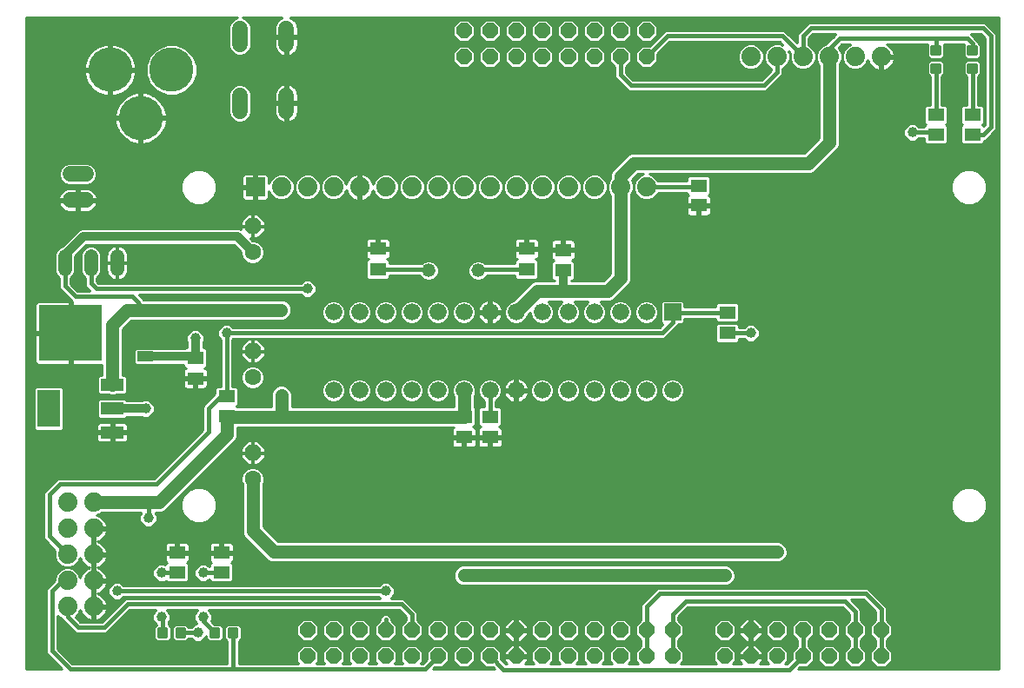
<source format=gtl>
G75*
%MOIN*%
%OFA0B0*%
%FSLAX25Y25*%
%IPPOS*%
%LPD*%
%AMOC8*
5,1,8,0,0,1.08239X$1,22.5*
%
%ADD10R,0.06600X0.06600*%
%ADD11C,0.06600*%
%ADD12R,0.06299X0.05118*%
%ADD13C,0.05200*%
%ADD14C,0.06000*%
%ADD15OC8,0.06300*%
%ADD16C,0.06300*%
%ADD17C,0.05200*%
%ADD18R,0.07400X0.07400*%
%ADD19C,0.07400*%
%ADD20R,0.06299X0.03937*%
%ADD21R,0.24409X0.21260*%
%ADD22C,0.17000*%
%ADD23R,0.08800X0.04800*%
%ADD24R,0.08661X0.14173*%
%ADD25C,0.01181*%
%ADD26OC8,0.06000*%
%ADD27C,0.01600*%
%ADD28C,0.01000*%
%ADD29C,0.03200*%
%ADD30C,0.03969*%
%ADD31C,0.05000*%
D10*
X0251500Y0141000D03*
D11*
X0241500Y0141000D03*
X0231500Y0141000D03*
X0221500Y0141000D03*
X0211500Y0141000D03*
X0201500Y0141000D03*
X0191500Y0141000D03*
X0181500Y0141000D03*
X0171500Y0141000D03*
X0161500Y0141000D03*
X0151500Y0141000D03*
X0141500Y0141000D03*
X0131500Y0141000D03*
X0121500Y0141000D03*
X0121500Y0111000D03*
X0131500Y0111000D03*
X0141500Y0111000D03*
X0151500Y0111000D03*
X0161500Y0111000D03*
X0171500Y0111000D03*
X0181500Y0111000D03*
X0191500Y0111000D03*
X0201500Y0111000D03*
X0211500Y0111000D03*
X0221500Y0111000D03*
X0231500Y0111000D03*
X0241500Y0111000D03*
X0251500Y0111000D03*
D12*
X0272500Y0133063D03*
X0272500Y0140937D03*
X0261500Y0182020D03*
X0261500Y0189500D03*
X0209500Y0164937D03*
X0209500Y0157063D03*
X0195500Y0157500D03*
X0195500Y0165374D03*
X0138500Y0165374D03*
X0138500Y0157500D03*
X0080500Y0108740D03*
X0080500Y0101260D03*
X0068500Y0115626D03*
X0068500Y0123500D03*
X0171500Y0100937D03*
X0181500Y0100937D03*
X0181500Y0093063D03*
X0171500Y0093063D03*
X0078500Y0048740D03*
X0078500Y0041260D03*
X0061500Y0041260D03*
X0061500Y0048740D03*
X0352500Y0209260D03*
X0352500Y0216740D03*
X0366500Y0216740D03*
X0366500Y0209260D03*
D13*
X0177000Y0157000D03*
X0158000Y0157000D03*
D14*
X0103400Y0218200D02*
X0103400Y0224200D01*
X0085600Y0224200D02*
X0085600Y0218200D01*
X0085600Y0243800D02*
X0085600Y0249800D01*
X0103400Y0249800D02*
X0103400Y0243800D01*
X0026500Y0194000D02*
X0020500Y0194000D01*
X0020500Y0184000D02*
X0026500Y0184000D01*
D15*
X0090500Y0174000D03*
X0090500Y0126000D03*
X0090500Y0087000D03*
D16*
X0090500Y0077000D03*
X0090500Y0116000D03*
X0090500Y0164000D03*
D17*
X0038500Y0162600D02*
X0038500Y0157400D01*
X0028500Y0157400D02*
X0028500Y0162600D01*
X0018500Y0162600D02*
X0018500Y0157400D01*
D18*
X0091516Y0189024D03*
D19*
X0101516Y0189024D03*
X0111516Y0189024D03*
X0121516Y0189024D03*
X0131516Y0189024D03*
X0141516Y0189024D03*
X0151516Y0189024D03*
X0161516Y0189024D03*
X0171516Y0189024D03*
X0181516Y0189024D03*
X0191516Y0189024D03*
X0201516Y0189024D03*
X0211516Y0189024D03*
X0221516Y0189024D03*
X0231516Y0189024D03*
X0241516Y0189024D03*
X0281500Y0239000D03*
X0291500Y0239000D03*
X0301500Y0239000D03*
X0311500Y0239000D03*
X0321500Y0239000D03*
X0331500Y0239000D03*
X0029500Y0068000D03*
X0019500Y0068000D03*
X0019500Y0058000D03*
X0029500Y0058000D03*
X0029500Y0048000D03*
X0019500Y0048000D03*
X0019500Y0038000D03*
X0029500Y0038000D03*
X0029500Y0028000D03*
X0019500Y0028000D03*
D20*
X0049398Y0124024D03*
X0049398Y0141976D03*
D21*
X0020657Y0133000D03*
D22*
X0047626Y0215496D03*
X0059437Y0234000D03*
X0035815Y0234000D03*
D23*
X0036700Y0113100D03*
X0036700Y0104000D03*
X0036700Y0094900D03*
D24*
X0012299Y0104000D03*
D25*
X0057425Y0019378D02*
X0057425Y0016622D01*
X0054669Y0016622D01*
X0054669Y0019378D01*
X0057425Y0019378D01*
X0057425Y0017802D02*
X0054669Y0017802D01*
X0054669Y0018982D02*
X0057425Y0018982D01*
X0064331Y0019378D02*
X0064331Y0016622D01*
X0061575Y0016622D01*
X0061575Y0019378D01*
X0064331Y0019378D01*
X0064331Y0017802D02*
X0061575Y0017802D01*
X0061575Y0018982D02*
X0064331Y0018982D01*
X0077425Y0019378D02*
X0077425Y0016622D01*
X0074669Y0016622D01*
X0074669Y0019378D01*
X0077425Y0019378D01*
X0077425Y0017802D02*
X0074669Y0017802D01*
X0074669Y0018982D02*
X0077425Y0018982D01*
X0084331Y0019378D02*
X0084331Y0016622D01*
X0081575Y0016622D01*
X0081575Y0019378D01*
X0084331Y0019378D01*
X0084331Y0017802D02*
X0081575Y0017802D01*
X0081575Y0018982D02*
X0084331Y0018982D01*
X0351122Y0235925D02*
X0353878Y0235925D01*
X0353878Y0233169D01*
X0351122Y0233169D01*
X0351122Y0235925D01*
X0351122Y0234349D02*
X0353878Y0234349D01*
X0353878Y0235529D02*
X0351122Y0235529D01*
X0351122Y0242831D02*
X0353878Y0242831D01*
X0353878Y0240075D01*
X0351122Y0240075D01*
X0351122Y0242831D01*
X0351122Y0241255D02*
X0353878Y0241255D01*
X0353878Y0242435D02*
X0351122Y0242435D01*
X0365122Y0242831D02*
X0367878Y0242831D01*
X0367878Y0240075D01*
X0365122Y0240075D01*
X0365122Y0242831D01*
X0365122Y0241255D02*
X0367878Y0241255D01*
X0367878Y0242435D02*
X0365122Y0242435D01*
X0365122Y0235925D02*
X0367878Y0235925D01*
X0367878Y0233169D01*
X0365122Y0233169D01*
X0365122Y0235925D01*
X0365122Y0234349D02*
X0367878Y0234349D01*
X0367878Y0235529D02*
X0365122Y0235529D01*
D26*
X0241500Y0239000D03*
X0231500Y0239000D03*
X0221500Y0239000D03*
X0211500Y0239000D03*
X0201500Y0239000D03*
X0191500Y0239000D03*
X0181500Y0239000D03*
X0171500Y0239000D03*
X0171500Y0249000D03*
X0181500Y0249000D03*
X0191500Y0249000D03*
X0201500Y0249000D03*
X0211500Y0249000D03*
X0221500Y0249000D03*
X0231500Y0249000D03*
X0241500Y0249000D03*
X0241500Y0019000D03*
X0231500Y0019000D03*
X0221500Y0019000D03*
X0211500Y0019000D03*
X0201500Y0019000D03*
X0191500Y0019000D03*
X0181500Y0019000D03*
X0171500Y0019000D03*
X0161500Y0019000D03*
X0151500Y0019000D03*
X0141500Y0019000D03*
X0131500Y0019000D03*
X0121500Y0019000D03*
X0111500Y0019000D03*
X0111500Y0009000D03*
X0121500Y0009000D03*
X0131500Y0009000D03*
X0141500Y0009000D03*
X0151500Y0009000D03*
X0161500Y0009000D03*
X0171500Y0009000D03*
X0181500Y0009000D03*
X0191500Y0009000D03*
X0201500Y0009000D03*
X0211500Y0009000D03*
X0221500Y0009000D03*
X0231500Y0009000D03*
X0241500Y0009000D03*
X0251500Y0009000D03*
X0251500Y0019000D03*
X0271500Y0019000D03*
X0281500Y0019000D03*
X0291500Y0019000D03*
X0301500Y0019000D03*
X0311500Y0019000D03*
X0321500Y0019000D03*
X0331500Y0019000D03*
X0331500Y0009000D03*
X0321500Y0009000D03*
X0311500Y0009000D03*
X0301500Y0009000D03*
X0291500Y0009000D03*
X0281500Y0009000D03*
X0271500Y0009000D03*
D27*
X0251500Y0009000D02*
X0251500Y0019000D01*
X0251500Y0025000D01*
X0256500Y0030000D01*
X0317500Y0030000D01*
X0321500Y0026000D01*
X0321500Y0019000D01*
X0321500Y0009000D01*
X0331500Y0009000D02*
X0331500Y0019000D01*
X0331500Y0027000D01*
X0325500Y0033000D01*
X0246500Y0033000D01*
X0241500Y0028000D01*
X0241500Y0019000D01*
X0241500Y0009000D01*
X0186600Y0003900D02*
X0296400Y0003900D01*
X0301500Y0009000D01*
X0301500Y0019000D01*
X0186600Y0003900D02*
X0181500Y0009000D01*
X0161500Y0009000D02*
X0156500Y0004000D01*
X0083500Y0004000D01*
X0082953Y0004547D01*
X0082953Y0018000D01*
X0076047Y0018000D02*
X0071500Y0022547D01*
X0071500Y0024000D01*
X0069500Y0018000D02*
X0062953Y0018000D01*
X0056047Y0018000D02*
X0056047Y0023453D01*
X0055500Y0024000D01*
X0042500Y0029000D02*
X0147500Y0029000D01*
X0151500Y0025000D01*
X0151500Y0019000D01*
X0141500Y0019000D02*
X0141500Y0023000D01*
X0141500Y0034000D02*
X0038500Y0034000D01*
X0042500Y0029000D02*
X0033500Y0020000D01*
X0023500Y0020000D01*
X0019500Y0024000D01*
X0019500Y0028000D01*
X0013500Y0034000D02*
X0013500Y0011000D01*
X0020500Y0004000D01*
X0083500Y0004000D01*
X0078240Y0041000D02*
X0071500Y0041000D01*
X0078240Y0041000D02*
X0078500Y0041260D01*
X0061500Y0041260D02*
X0061240Y0041000D01*
X0055500Y0041000D01*
X0050500Y0062000D02*
X0050500Y0068000D01*
X0053500Y0075000D02*
X0073500Y0095000D01*
X0073500Y0104000D01*
X0078240Y0108740D01*
X0080500Y0108740D01*
X0080500Y0133000D01*
X0247500Y0133000D01*
X0251500Y0137000D01*
X0251500Y0141000D01*
X0251563Y0140937D01*
X0272500Y0140937D01*
X0272500Y0133063D02*
X0272563Y0133000D01*
X0281500Y0133000D01*
X0261500Y0189000D02*
X0261476Y0189024D01*
X0261500Y0189047D01*
X0261500Y0189500D01*
X0261024Y0189024D01*
X0241516Y0189024D01*
X0195500Y0166000D02*
X0195500Y0165374D01*
X0195500Y0157500D02*
X0177500Y0157500D01*
X0177000Y0157000D01*
X0158000Y0157000D02*
X0157500Y0157500D01*
X0138500Y0157500D01*
X0111500Y0150000D02*
X0030500Y0150000D01*
X0028500Y0152000D01*
X0028500Y0160000D01*
X0018500Y0160000D02*
X0018500Y0151000D01*
X0022500Y0147000D01*
X0044374Y0147000D01*
X0049398Y0141976D01*
X0049500Y0142079D01*
X0053500Y0075000D02*
X0016500Y0075000D01*
X0012500Y0071000D01*
X0012500Y0055000D01*
X0019500Y0048000D01*
X0019500Y0038000D02*
X0017500Y0038000D01*
X0013500Y0034000D01*
X0181500Y0100937D02*
X0181500Y0111000D01*
X0343500Y0210000D02*
X0351760Y0210000D01*
X0352500Y0209260D01*
X0352500Y0216740D02*
X0352500Y0234547D01*
X0352500Y0241453D02*
X0352500Y0246000D01*
X0364500Y0246000D01*
X0366500Y0244000D01*
X0366500Y0241453D01*
X0366500Y0234547D02*
X0366500Y0216740D01*
X0373500Y0212000D02*
X0373500Y0247000D01*
X0370500Y0250000D01*
X0304500Y0250000D01*
X0301500Y0247000D01*
X0301500Y0239000D01*
X0293500Y0247000D01*
X0249500Y0247000D01*
X0241500Y0239000D01*
X0231500Y0239000D02*
X0231500Y0232000D01*
X0235500Y0228000D01*
X0286500Y0228000D01*
X0291500Y0233000D01*
X0291500Y0239000D01*
X0311500Y0239000D02*
X0311500Y0242000D01*
X0315500Y0246000D01*
X0352500Y0246000D01*
X0373500Y0212000D02*
X0370760Y0209260D01*
X0366500Y0209260D01*
D28*
X0003500Y0254000D02*
X0003500Y0004000D01*
X0017247Y0004000D01*
X0011200Y0010047D01*
X0011200Y0034953D01*
X0012547Y0036300D01*
X0014500Y0038253D01*
X0014500Y0038995D01*
X0015261Y0040832D01*
X0016668Y0042239D01*
X0018505Y0043000D01*
X0020495Y0043000D01*
X0022332Y0042239D01*
X0023739Y0040832D01*
X0024422Y0039182D01*
X0024428Y0039218D01*
X0024681Y0039996D01*
X0025053Y0040725D01*
X0025534Y0041388D01*
X0026112Y0041966D01*
X0026775Y0042447D01*
X0027504Y0042819D01*
X0028061Y0043000D01*
X0027504Y0043181D01*
X0026775Y0043553D01*
X0026112Y0044034D01*
X0025534Y0044612D01*
X0025053Y0045275D01*
X0024681Y0046004D01*
X0024428Y0046782D01*
X0024422Y0046818D01*
X0023739Y0045168D01*
X0022332Y0043761D01*
X0020495Y0043000D01*
X0018505Y0043000D01*
X0016668Y0043761D01*
X0015261Y0045168D01*
X0014500Y0047005D01*
X0014500Y0048995D01*
X0014720Y0049527D01*
X0011547Y0052700D01*
X0010200Y0054047D01*
X0010200Y0071953D01*
X0014200Y0075953D01*
X0014200Y0075953D01*
X0015547Y0077300D01*
X0052547Y0077300D01*
X0071200Y0095953D01*
X0071200Y0104953D01*
X0076050Y0109803D01*
X0076050Y0111838D01*
X0076812Y0112599D01*
X0078200Y0112599D01*
X0078200Y0130373D01*
X0077546Y0131026D01*
X0077016Y0132307D01*
X0077016Y0133693D01*
X0077546Y0134974D01*
X0078526Y0135954D01*
X0079807Y0136484D01*
X0081193Y0136484D01*
X0082474Y0135954D01*
X0083127Y0135300D01*
X0246547Y0135300D01*
X0247654Y0136407D01*
X0246900Y0137162D01*
X0246900Y0144838D01*
X0247662Y0145600D01*
X0255338Y0145600D01*
X0256100Y0144838D01*
X0256100Y0143237D01*
X0268050Y0143237D01*
X0268050Y0144035D01*
X0268812Y0144796D01*
X0276188Y0144796D01*
X0276950Y0144035D01*
X0276950Y0137839D01*
X0276188Y0137078D01*
X0268812Y0137078D01*
X0268050Y0137839D01*
X0268050Y0138637D01*
X0256100Y0138637D01*
X0256100Y0137162D01*
X0255338Y0136400D01*
X0253800Y0136400D01*
X0253800Y0136047D01*
X0252453Y0134700D01*
X0252453Y0134700D01*
X0249800Y0132047D01*
X0249800Y0132047D01*
X0248453Y0130700D01*
X0083127Y0130700D01*
X0082800Y0130373D01*
X0082800Y0112599D01*
X0084188Y0112599D01*
X0084950Y0111838D01*
X0084950Y0105643D01*
X0084307Y0105000D01*
X0084370Y0104937D01*
X0097500Y0104937D01*
X0097500Y0109796D01*
X0098109Y0111266D01*
X0099234Y0112391D01*
X0100704Y0113000D01*
X0102296Y0113000D01*
X0103766Y0112391D01*
X0104891Y0111266D01*
X0105500Y0109796D01*
X0105500Y0104937D01*
X0167500Y0104937D01*
X0167500Y0108636D01*
X0166900Y0110085D01*
X0166900Y0111915D01*
X0167600Y0113606D01*
X0168894Y0114900D01*
X0170585Y0115600D01*
X0172415Y0115600D01*
X0174106Y0114900D01*
X0175400Y0113606D01*
X0176100Y0111915D01*
X0176100Y0110085D01*
X0175500Y0108636D01*
X0175500Y0104484D01*
X0175950Y0104035D01*
X0175950Y0097839D01*
X0175188Y0097078D01*
X0175012Y0097078D01*
X0175229Y0097020D01*
X0175571Y0096822D01*
X0175850Y0096543D01*
X0176047Y0096201D01*
X0176150Y0095820D01*
X0176150Y0093563D01*
X0172000Y0093563D01*
X0172000Y0092563D01*
X0176150Y0092563D01*
X0176150Y0090306D01*
X0176047Y0089925D01*
X0175850Y0089583D01*
X0175571Y0089304D01*
X0175229Y0089106D01*
X0174847Y0089004D01*
X0172000Y0089004D01*
X0172000Y0092563D01*
X0171000Y0092563D01*
X0166850Y0092563D01*
X0166850Y0090306D01*
X0166953Y0089925D01*
X0167150Y0089583D01*
X0167429Y0089304D01*
X0167771Y0089106D01*
X0168153Y0089004D01*
X0171000Y0089004D01*
X0171000Y0092563D01*
X0171000Y0093563D01*
X0166850Y0093563D01*
X0166850Y0095820D01*
X0166953Y0096201D01*
X0167150Y0096543D01*
X0167429Y0096822D01*
X0167628Y0096937D01*
X0084500Y0096937D01*
X0084500Y0093204D01*
X0083891Y0091734D01*
X0057891Y0065734D01*
X0057891Y0065734D01*
X0056766Y0064609D01*
X0055296Y0064000D01*
X0053427Y0064000D01*
X0053454Y0063974D01*
X0053984Y0062693D01*
X0053984Y0061307D01*
X0053454Y0060026D01*
X0052474Y0059046D01*
X0051193Y0058516D01*
X0049807Y0058516D01*
X0048526Y0059046D01*
X0047546Y0060026D01*
X0047016Y0061307D01*
X0047016Y0062693D01*
X0047546Y0063974D01*
X0047573Y0064000D01*
X0032571Y0064000D01*
X0032332Y0063761D01*
X0030682Y0063078D01*
X0030718Y0063072D01*
X0031496Y0062819D01*
X0032225Y0062447D01*
X0032888Y0061966D01*
X0033466Y0061388D01*
X0033947Y0060725D01*
X0034319Y0059996D01*
X0034572Y0059218D01*
X0034686Y0058500D01*
X0030000Y0058500D01*
X0030000Y0057500D01*
X0034686Y0057500D01*
X0034572Y0056782D01*
X0034319Y0056004D01*
X0033947Y0055275D01*
X0033466Y0054612D01*
X0032888Y0054034D01*
X0032225Y0053553D01*
X0031496Y0053181D01*
X0030939Y0053000D01*
X0031496Y0052819D01*
X0032225Y0052447D01*
X0032888Y0051966D01*
X0033466Y0051388D01*
X0033947Y0050725D01*
X0034319Y0049996D01*
X0034572Y0049218D01*
X0034686Y0048500D01*
X0030000Y0048500D01*
X0029000Y0048500D01*
X0029000Y0052814D01*
X0029000Y0057500D01*
X0030000Y0057500D01*
X0030000Y0048500D01*
X0030000Y0047500D01*
X0034686Y0047500D01*
X0034572Y0046782D01*
X0034319Y0046004D01*
X0033947Y0045275D01*
X0033466Y0044612D01*
X0032888Y0044034D01*
X0032225Y0043553D01*
X0031496Y0043181D01*
X0030939Y0043000D01*
X0031496Y0042819D01*
X0032225Y0042447D01*
X0032888Y0041966D01*
X0033466Y0041388D01*
X0033947Y0040725D01*
X0034319Y0039996D01*
X0034572Y0039218D01*
X0034686Y0038500D01*
X0030000Y0038500D01*
X0029000Y0038500D01*
X0029000Y0043186D01*
X0029000Y0047500D01*
X0030000Y0047500D01*
X0030000Y0038500D01*
X0030000Y0037500D01*
X0034686Y0037500D01*
X0034572Y0036782D01*
X0034319Y0036004D01*
X0033947Y0035275D01*
X0033466Y0034612D01*
X0032888Y0034034D01*
X0032225Y0033553D01*
X0031496Y0033181D01*
X0030939Y0033000D01*
X0031496Y0032819D01*
X0032225Y0032447D01*
X0032888Y0031966D01*
X0033466Y0031388D01*
X0033947Y0030725D01*
X0034319Y0029996D01*
X0034572Y0029218D01*
X0034686Y0028500D01*
X0030000Y0028500D01*
X0029000Y0028500D01*
X0029000Y0033186D01*
X0029000Y0037500D01*
X0030000Y0037500D01*
X0030000Y0028500D01*
X0030000Y0027500D01*
X0034686Y0027500D01*
X0034572Y0026782D01*
X0034319Y0026004D01*
X0033947Y0025275D01*
X0033466Y0024612D01*
X0032888Y0024034D01*
X0032225Y0023553D01*
X0031496Y0023181D01*
X0030718Y0022928D01*
X0030000Y0022814D01*
X0030000Y0027500D01*
X0029000Y0027500D01*
X0029000Y0022814D01*
X0028282Y0022928D01*
X0027504Y0023181D01*
X0026775Y0023553D01*
X0026112Y0024034D01*
X0025534Y0024612D01*
X0025053Y0025275D01*
X0024681Y0026004D01*
X0024428Y0026782D01*
X0024422Y0026818D01*
X0023739Y0025168D01*
X0022662Y0024091D01*
X0024453Y0022300D01*
X0032547Y0022300D01*
X0040200Y0029953D01*
X0041547Y0031300D01*
X0139273Y0031300D01*
X0138873Y0031700D01*
X0041127Y0031700D01*
X0040474Y0031046D01*
X0039193Y0030516D01*
X0037807Y0030516D01*
X0036526Y0031046D01*
X0035546Y0032026D01*
X0035016Y0033307D01*
X0035016Y0034693D01*
X0035546Y0035974D01*
X0036526Y0036954D01*
X0037807Y0037484D01*
X0039193Y0037484D01*
X0040474Y0036954D01*
X0041127Y0036300D01*
X0138873Y0036300D01*
X0139526Y0036954D01*
X0140807Y0037484D01*
X0142193Y0037484D01*
X0143474Y0036954D01*
X0144454Y0035974D01*
X0144984Y0034693D01*
X0144984Y0033307D01*
X0144454Y0032026D01*
X0143727Y0031300D01*
X0148453Y0031300D01*
X0153800Y0025953D01*
X0153800Y0022781D01*
X0155800Y0020781D01*
X0155800Y0017219D01*
X0153281Y0014700D01*
X0149719Y0014700D01*
X0147200Y0017219D01*
X0147200Y0020781D01*
X0149200Y0022781D01*
X0149200Y0024047D01*
X0146547Y0026700D01*
X0073727Y0026700D01*
X0074454Y0025974D01*
X0074984Y0024693D01*
X0074984Y0023307D01*
X0074694Y0022606D01*
X0076031Y0021268D01*
X0078208Y0021268D01*
X0079316Y0020161D01*
X0079316Y0015839D01*
X0078208Y0014731D01*
X0073886Y0014731D01*
X0072779Y0015839D01*
X0072779Y0016811D01*
X0072454Y0016026D01*
X0071474Y0015046D01*
X0070193Y0014516D01*
X0068807Y0014516D01*
X0067526Y0015046D01*
X0066873Y0015700D01*
X0066082Y0015700D01*
X0065114Y0014731D01*
X0060792Y0014731D01*
X0059684Y0015839D01*
X0059684Y0020161D01*
X0060792Y0021268D01*
X0065114Y0021268D01*
X0066082Y0020300D01*
X0066873Y0020300D01*
X0067526Y0020954D01*
X0068807Y0021484D01*
X0069088Y0021484D01*
X0068546Y0022026D01*
X0068016Y0023307D01*
X0068016Y0024693D01*
X0068546Y0025974D01*
X0069273Y0026700D01*
X0057727Y0026700D01*
X0058454Y0025974D01*
X0058984Y0024693D01*
X0058984Y0023307D01*
X0058454Y0022026D01*
X0058347Y0021920D01*
X0058347Y0021130D01*
X0059316Y0020161D01*
X0059316Y0015839D01*
X0058208Y0014731D01*
X0053886Y0014731D01*
X0052779Y0015839D01*
X0052779Y0020161D01*
X0053624Y0021006D01*
X0053526Y0021046D01*
X0052546Y0022026D01*
X0052016Y0023307D01*
X0052016Y0024693D01*
X0052546Y0025974D01*
X0053273Y0026700D01*
X0043453Y0026700D01*
X0034453Y0017700D01*
X0022547Y0017700D01*
X0021200Y0019047D01*
X0021200Y0019047D01*
X0017200Y0023047D01*
X0017200Y0023541D01*
X0016668Y0023761D01*
X0015800Y0024629D01*
X0015800Y0011953D01*
X0021453Y0006300D01*
X0080653Y0006300D01*
X0080653Y0014870D01*
X0079684Y0015839D01*
X0079684Y0020161D01*
X0080792Y0021268D01*
X0085114Y0021268D01*
X0086221Y0020161D01*
X0086221Y0015839D01*
X0085253Y0014870D01*
X0085253Y0006300D01*
X0108119Y0006300D01*
X0107200Y0007219D01*
X0107200Y0010781D01*
X0109719Y0013300D01*
X0113281Y0013300D01*
X0115800Y0010781D01*
X0115800Y0007219D01*
X0114881Y0006300D01*
X0118119Y0006300D01*
X0117200Y0007219D01*
X0117200Y0010781D01*
X0119719Y0013300D01*
X0123281Y0013300D01*
X0125800Y0010781D01*
X0125800Y0007219D01*
X0124881Y0006300D01*
X0128119Y0006300D01*
X0127200Y0007219D01*
X0127200Y0010781D01*
X0129719Y0013300D01*
X0133281Y0013300D01*
X0135800Y0010781D01*
X0135800Y0007219D01*
X0134881Y0006300D01*
X0138119Y0006300D01*
X0137200Y0007219D01*
X0137200Y0010781D01*
X0139719Y0013300D01*
X0143281Y0013300D01*
X0145800Y0010781D01*
X0145800Y0007219D01*
X0144881Y0006300D01*
X0148119Y0006300D01*
X0147200Y0007219D01*
X0147200Y0010781D01*
X0149719Y0013300D01*
X0153281Y0013300D01*
X0155800Y0010781D01*
X0155800Y0007219D01*
X0154881Y0006300D01*
X0155547Y0006300D01*
X0157200Y0007953D01*
X0157200Y0010781D01*
X0159719Y0013300D01*
X0163281Y0013300D01*
X0165800Y0010781D01*
X0165800Y0007219D01*
X0163281Y0004700D01*
X0160453Y0004700D01*
X0159753Y0004000D01*
X0183247Y0004000D01*
X0182547Y0004700D01*
X0179719Y0004700D01*
X0177200Y0007219D01*
X0177200Y0010781D01*
X0179719Y0013300D01*
X0183281Y0013300D01*
X0185800Y0010781D01*
X0185800Y0007953D01*
X0187553Y0006200D01*
X0187936Y0006200D01*
X0187000Y0007136D01*
X0187000Y0008500D01*
X0191000Y0008500D01*
X0191000Y0009500D01*
X0191000Y0013500D01*
X0189636Y0013500D01*
X0187000Y0010864D01*
X0187000Y0009500D01*
X0191000Y0009500D01*
X0192000Y0009500D01*
X0192000Y0013500D01*
X0193364Y0013500D01*
X0196000Y0010864D01*
X0196000Y0009500D01*
X0192000Y0009500D01*
X0192000Y0008500D01*
X0196000Y0008500D01*
X0196000Y0007136D01*
X0195064Y0006200D01*
X0198219Y0006200D01*
X0197200Y0007219D01*
X0197200Y0010781D01*
X0199719Y0013300D01*
X0203281Y0013300D01*
X0205800Y0010781D01*
X0205800Y0007219D01*
X0204781Y0006200D01*
X0208219Y0006200D01*
X0207200Y0007219D01*
X0207200Y0010781D01*
X0209719Y0013300D01*
X0213281Y0013300D01*
X0215800Y0010781D01*
X0215800Y0007219D01*
X0214781Y0006200D01*
X0218219Y0006200D01*
X0217200Y0007219D01*
X0217200Y0010781D01*
X0219719Y0013300D01*
X0223281Y0013300D01*
X0225800Y0010781D01*
X0225800Y0007219D01*
X0224781Y0006200D01*
X0228219Y0006200D01*
X0227200Y0007219D01*
X0227200Y0010781D01*
X0229719Y0013300D01*
X0233281Y0013300D01*
X0235800Y0010781D01*
X0235800Y0007219D01*
X0234781Y0006200D01*
X0238219Y0006200D01*
X0237200Y0007219D01*
X0237200Y0010781D01*
X0239200Y0012781D01*
X0239200Y0015219D01*
X0237200Y0017219D01*
X0237200Y0020781D01*
X0239200Y0022781D01*
X0239200Y0028953D01*
X0240547Y0030300D01*
X0245547Y0035300D01*
X0326453Y0035300D01*
X0327800Y0033953D01*
X0333800Y0027953D01*
X0333800Y0022781D01*
X0335800Y0020781D01*
X0335800Y0017219D01*
X0333800Y0015219D01*
X0333800Y0012781D01*
X0335800Y0010781D01*
X0335800Y0007219D01*
X0333281Y0004700D01*
X0329719Y0004700D01*
X0327200Y0007219D01*
X0327200Y0010781D01*
X0329200Y0012781D01*
X0329200Y0015219D01*
X0327200Y0017219D01*
X0327200Y0020781D01*
X0329200Y0022781D01*
X0329200Y0026047D01*
X0324547Y0030700D01*
X0320053Y0030700D01*
X0323800Y0026953D01*
X0323800Y0022781D01*
X0325800Y0020781D01*
X0325800Y0017219D01*
X0323800Y0015219D01*
X0323800Y0012781D01*
X0325800Y0010781D01*
X0325800Y0007219D01*
X0323281Y0004700D01*
X0319719Y0004700D01*
X0317200Y0007219D01*
X0317200Y0010781D01*
X0319200Y0012781D01*
X0319200Y0015219D01*
X0317200Y0017219D01*
X0317200Y0020781D01*
X0319200Y0022781D01*
X0319200Y0025047D01*
X0316547Y0027700D01*
X0257453Y0027700D01*
X0253800Y0024047D01*
X0253800Y0022781D01*
X0255800Y0020781D01*
X0255800Y0017219D01*
X0253800Y0015219D01*
X0253800Y0012781D01*
X0255800Y0010781D01*
X0255800Y0007219D01*
X0254781Y0006200D01*
X0268219Y0006200D01*
X0267200Y0007219D01*
X0267200Y0010781D01*
X0269719Y0013300D01*
X0273281Y0013300D01*
X0275800Y0010781D01*
X0275800Y0007219D01*
X0274781Y0006200D01*
X0277936Y0006200D01*
X0277000Y0007136D01*
X0277000Y0008500D01*
X0281000Y0008500D01*
X0281000Y0009500D01*
X0281000Y0013500D01*
X0279636Y0013500D01*
X0277000Y0010864D01*
X0277000Y0009500D01*
X0281000Y0009500D01*
X0282000Y0009500D01*
X0282000Y0013500D01*
X0283364Y0013500D01*
X0286000Y0010864D01*
X0286000Y0009500D01*
X0282000Y0009500D01*
X0282000Y0008500D01*
X0286000Y0008500D01*
X0286000Y0007136D01*
X0285064Y0006200D01*
X0288219Y0006200D01*
X0287200Y0007219D01*
X0287200Y0010781D01*
X0289719Y0013300D01*
X0293281Y0013300D01*
X0295800Y0010781D01*
X0295800Y0007219D01*
X0294781Y0006200D01*
X0295447Y0006200D01*
X0297200Y0007953D01*
X0297200Y0010781D01*
X0299200Y0012781D01*
X0299200Y0015219D01*
X0297200Y0017219D01*
X0297200Y0020781D01*
X0299719Y0023300D01*
X0303281Y0023300D01*
X0305800Y0020781D01*
X0305800Y0017219D01*
X0303800Y0015219D01*
X0303800Y0012781D01*
X0305800Y0010781D01*
X0305800Y0007219D01*
X0303281Y0004700D01*
X0300453Y0004700D01*
X0299753Y0004000D01*
X0376500Y0004000D01*
X0376500Y0254000D01*
X0105036Y0254000D01*
X0105127Y0253970D01*
X0105759Y0253649D01*
X0106332Y0253232D01*
X0106832Y0252732D01*
X0107249Y0252159D01*
X0107570Y0251527D01*
X0107789Y0250854D01*
X0107900Y0250154D01*
X0107900Y0247300D01*
X0103900Y0247300D01*
X0103900Y0246300D01*
X0107900Y0246300D01*
X0107900Y0243446D01*
X0107789Y0242746D01*
X0107570Y0242073D01*
X0107249Y0241441D01*
X0106832Y0240868D01*
X0106332Y0240368D01*
X0105759Y0239951D01*
X0105127Y0239630D01*
X0104454Y0239411D01*
X0103900Y0239323D01*
X0103900Y0246300D01*
X0102900Y0246300D01*
X0102900Y0239323D01*
X0102346Y0239411D01*
X0101673Y0239630D01*
X0101041Y0239951D01*
X0100468Y0240368D01*
X0099968Y0240868D01*
X0099551Y0241441D01*
X0099230Y0242073D01*
X0099011Y0242746D01*
X0098900Y0243446D01*
X0098900Y0246300D01*
X0102900Y0246300D01*
X0102900Y0247300D01*
X0098900Y0247300D01*
X0098900Y0250154D01*
X0099011Y0250854D01*
X0099230Y0251527D01*
X0099551Y0252159D01*
X0099968Y0252732D01*
X0100468Y0253232D01*
X0101041Y0253649D01*
X0101673Y0253970D01*
X0101764Y0254000D01*
X0086697Y0254000D01*
X0088036Y0253445D01*
X0089245Y0252236D01*
X0089900Y0250655D01*
X0089900Y0242945D01*
X0089245Y0241364D01*
X0088036Y0240155D01*
X0086455Y0239500D01*
X0084745Y0239500D01*
X0083164Y0240155D01*
X0081955Y0241364D01*
X0081300Y0242945D01*
X0081300Y0250655D01*
X0081955Y0252236D01*
X0083164Y0253445D01*
X0084503Y0254000D01*
X0003500Y0254000D01*
X0003500Y0253591D02*
X0083515Y0253591D01*
X0082311Y0252592D02*
X0003500Y0252592D01*
X0003500Y0251594D02*
X0081689Y0251594D01*
X0081300Y0250595D02*
X0003500Y0250595D01*
X0003500Y0249597D02*
X0081300Y0249597D01*
X0081300Y0248598D02*
X0003500Y0248598D01*
X0003500Y0247600D02*
X0081300Y0247600D01*
X0081300Y0246601D02*
X0003500Y0246601D01*
X0003500Y0245603D02*
X0081300Y0245603D01*
X0081300Y0244604D02*
X0003500Y0244604D01*
X0003500Y0243605D02*
X0032989Y0243605D01*
X0033042Y0243624D02*
X0031982Y0243253D01*
X0030970Y0242766D01*
X0030019Y0242168D01*
X0029141Y0241468D01*
X0028347Y0240674D01*
X0027646Y0239796D01*
X0027049Y0238845D01*
X0026562Y0237833D01*
X0026191Y0236773D01*
X0025941Y0235678D01*
X0025815Y0234562D01*
X0025815Y0234500D01*
X0035315Y0234500D01*
X0035315Y0244000D01*
X0035253Y0244000D01*
X0034137Y0243874D01*
X0033042Y0243624D01*
X0035315Y0243605D02*
X0036315Y0243605D01*
X0036315Y0244000D02*
X0036315Y0234500D01*
X0045815Y0234500D01*
X0045815Y0234562D01*
X0045689Y0235678D01*
X0045439Y0236773D01*
X0045068Y0237833D01*
X0044581Y0238845D01*
X0043983Y0239796D01*
X0043283Y0240674D01*
X0042489Y0241468D01*
X0041611Y0242168D01*
X0040660Y0242766D01*
X0039648Y0243253D01*
X0038588Y0243624D01*
X0037493Y0243874D01*
X0036377Y0244000D01*
X0036315Y0244000D01*
X0036315Y0242607D02*
X0035315Y0242607D01*
X0035315Y0241608D02*
X0036315Y0241608D01*
X0036315Y0240610D02*
X0035315Y0240610D01*
X0035315Y0239611D02*
X0036315Y0239611D01*
X0036315Y0238613D02*
X0035315Y0238613D01*
X0035315Y0237614D02*
X0036315Y0237614D01*
X0036315Y0236616D02*
X0035315Y0236616D01*
X0035315Y0235617D02*
X0036315Y0235617D01*
X0036315Y0234619D02*
X0035315Y0234619D01*
X0035315Y0234500D02*
X0036315Y0234500D01*
X0036315Y0233500D01*
X0045815Y0233500D01*
X0045815Y0233438D01*
X0045689Y0232322D01*
X0045439Y0231227D01*
X0045068Y0230167D01*
X0044581Y0229155D01*
X0043983Y0228204D01*
X0043283Y0227326D01*
X0042489Y0226532D01*
X0041611Y0225832D01*
X0040660Y0225234D01*
X0039648Y0224747D01*
X0038588Y0224376D01*
X0037493Y0224126D01*
X0036377Y0224000D01*
X0036315Y0224000D01*
X0036315Y0233500D01*
X0035315Y0233500D01*
X0035315Y0224000D01*
X0035253Y0224000D01*
X0034137Y0224126D01*
X0033042Y0224376D01*
X0031982Y0224747D01*
X0030970Y0225234D01*
X0030019Y0225832D01*
X0029141Y0226532D01*
X0028347Y0227326D01*
X0027646Y0228204D01*
X0027049Y0229155D01*
X0026562Y0230167D01*
X0026191Y0231227D01*
X0025941Y0232322D01*
X0025815Y0233438D01*
X0025815Y0233500D01*
X0035315Y0233500D01*
X0035315Y0234500D01*
X0035315Y0233620D02*
X0003500Y0233620D01*
X0003500Y0232622D02*
X0025907Y0232622D01*
X0026100Y0231623D02*
X0003500Y0231623D01*
X0003500Y0230625D02*
X0026401Y0230625D01*
X0026822Y0229626D02*
X0003500Y0229626D01*
X0003500Y0228628D02*
X0027380Y0228628D01*
X0028105Y0227629D02*
X0003500Y0227629D01*
X0003500Y0226631D02*
X0029042Y0226631D01*
X0030336Y0225632D02*
X0003500Y0225632D01*
X0003500Y0224634D02*
X0032305Y0224634D01*
X0035315Y0224634D02*
X0036315Y0224634D01*
X0036315Y0225632D02*
X0035315Y0225632D01*
X0035315Y0226631D02*
X0036315Y0226631D01*
X0036315Y0227629D02*
X0035315Y0227629D01*
X0035315Y0228628D02*
X0036315Y0228628D01*
X0036315Y0229626D02*
X0035315Y0229626D01*
X0035315Y0230625D02*
X0036315Y0230625D01*
X0036315Y0231623D02*
X0035315Y0231623D01*
X0035315Y0232622D02*
X0036315Y0232622D01*
X0036315Y0233620D02*
X0049637Y0233620D01*
X0049637Y0232622D02*
X0045723Y0232622D01*
X0045530Y0231623D02*
X0049814Y0231623D01*
X0049637Y0232051D02*
X0051129Y0228449D01*
X0053886Y0225692D01*
X0057488Y0224200D01*
X0061386Y0224200D01*
X0064988Y0225692D01*
X0067745Y0228449D01*
X0069237Y0232051D01*
X0069237Y0235949D01*
X0067745Y0239551D01*
X0064988Y0242308D01*
X0061386Y0243800D01*
X0057488Y0243800D01*
X0053886Y0242308D01*
X0051129Y0239551D01*
X0049637Y0235949D01*
X0049637Y0232051D01*
X0050228Y0230625D02*
X0045228Y0230625D01*
X0044808Y0229626D02*
X0050641Y0229626D01*
X0051055Y0228628D02*
X0044250Y0228628D01*
X0043525Y0227629D02*
X0051948Y0227629D01*
X0052947Y0226631D02*
X0042588Y0226631D01*
X0041294Y0225632D02*
X0054030Y0225632D01*
X0053422Y0223665D02*
X0052471Y0224262D01*
X0051459Y0224749D01*
X0050399Y0225120D01*
X0049304Y0225370D01*
X0048188Y0225496D01*
X0048126Y0225496D01*
X0048126Y0215996D01*
X0057626Y0215996D01*
X0057626Y0216058D01*
X0057500Y0217174D01*
X0057250Y0218269D01*
X0056879Y0219329D01*
X0056392Y0220341D01*
X0055794Y0221292D01*
X0055094Y0222170D01*
X0054300Y0222964D01*
X0053422Y0223665D01*
X0053458Y0223635D02*
X0081300Y0223635D01*
X0081300Y0222637D02*
X0054627Y0222637D01*
X0055518Y0221638D02*
X0081300Y0221638D01*
X0081300Y0220640D02*
X0056204Y0220640D01*
X0056729Y0219641D02*
X0081300Y0219641D01*
X0081300Y0218643D02*
X0057119Y0218643D01*
X0057393Y0217644D02*
X0081300Y0217644D01*
X0081300Y0217345D02*
X0081955Y0215764D01*
X0083164Y0214555D01*
X0084745Y0213900D01*
X0086455Y0213900D01*
X0088036Y0214555D01*
X0089245Y0215764D01*
X0089900Y0217345D01*
X0089900Y0225055D01*
X0089245Y0226636D01*
X0088036Y0227845D01*
X0086455Y0228500D01*
X0084745Y0228500D01*
X0083164Y0227845D01*
X0081955Y0226636D01*
X0081300Y0225055D01*
X0081300Y0217345D01*
X0081590Y0216646D02*
X0057560Y0216646D01*
X0057626Y0214996D02*
X0048126Y0214996D01*
X0048126Y0205496D01*
X0048188Y0205496D01*
X0049304Y0205622D01*
X0050399Y0205872D01*
X0051459Y0206243D01*
X0052471Y0206730D01*
X0053422Y0207328D01*
X0054300Y0208028D01*
X0055094Y0208822D01*
X0055794Y0209700D01*
X0056392Y0210651D01*
X0056879Y0211663D01*
X0057250Y0212723D01*
X0057500Y0213818D01*
X0057626Y0214934D01*
X0057626Y0214996D01*
X0057594Y0214649D02*
X0083070Y0214649D01*
X0082072Y0215647D02*
X0048126Y0215647D01*
X0048126Y0215996D02*
X0048126Y0214996D01*
X0047126Y0214996D01*
X0047126Y0205496D01*
X0047064Y0205496D01*
X0045948Y0205622D01*
X0044853Y0205872D01*
X0043793Y0206243D01*
X0042781Y0206730D01*
X0041830Y0207328D01*
X0040952Y0208028D01*
X0040158Y0208822D01*
X0039458Y0209700D01*
X0038860Y0210651D01*
X0038373Y0211663D01*
X0038002Y0212723D01*
X0037752Y0213818D01*
X0037626Y0214934D01*
X0037626Y0214996D01*
X0047126Y0214996D01*
X0047126Y0215996D01*
X0037626Y0215996D01*
X0037626Y0216058D01*
X0037752Y0217174D01*
X0038002Y0218269D01*
X0038373Y0219329D01*
X0038860Y0220341D01*
X0039458Y0221292D01*
X0040158Y0222170D01*
X0040952Y0222964D01*
X0041830Y0223665D01*
X0042781Y0224262D01*
X0043793Y0224749D01*
X0044853Y0225120D01*
X0045948Y0225370D01*
X0047064Y0225496D01*
X0047126Y0225496D01*
X0047126Y0215996D01*
X0048126Y0215996D01*
X0048126Y0216646D02*
X0047126Y0216646D01*
X0047126Y0217644D02*
X0048126Y0217644D01*
X0048126Y0218643D02*
X0047126Y0218643D01*
X0047126Y0219641D02*
X0048126Y0219641D01*
X0048126Y0220640D02*
X0047126Y0220640D01*
X0047126Y0221638D02*
X0048126Y0221638D01*
X0048126Y0222637D02*
X0047126Y0222637D01*
X0047126Y0223635D02*
X0048126Y0223635D01*
X0048126Y0224634D02*
X0047126Y0224634D01*
X0043553Y0224634D02*
X0039325Y0224634D01*
X0040625Y0222637D02*
X0003500Y0222637D01*
X0003500Y0223635D02*
X0041793Y0223635D01*
X0039734Y0221638D02*
X0003500Y0221638D01*
X0003500Y0220640D02*
X0039048Y0220640D01*
X0038523Y0219641D02*
X0003500Y0219641D01*
X0003500Y0218643D02*
X0038133Y0218643D01*
X0037859Y0217644D02*
X0003500Y0217644D01*
X0003500Y0216646D02*
X0037692Y0216646D01*
X0037658Y0214649D02*
X0003500Y0214649D01*
X0003500Y0215647D02*
X0047126Y0215647D01*
X0047126Y0214649D02*
X0048126Y0214649D01*
X0048126Y0213650D02*
X0047126Y0213650D01*
X0047126Y0212652D02*
X0048126Y0212652D01*
X0048126Y0211653D02*
X0047126Y0211653D01*
X0047126Y0210655D02*
X0048126Y0210655D01*
X0048126Y0209656D02*
X0047126Y0209656D01*
X0047126Y0208658D02*
X0048126Y0208658D01*
X0048126Y0207659D02*
X0047126Y0207659D01*
X0047126Y0206661D02*
X0048126Y0206661D01*
X0048126Y0205662D02*
X0047126Y0205662D01*
X0045772Y0205662D02*
X0003500Y0205662D01*
X0003500Y0204664D02*
X0304507Y0204664D01*
X0305505Y0205662D02*
X0049480Y0205662D01*
X0052327Y0206661D02*
X0306504Y0206661D01*
X0307500Y0207657D02*
X0301843Y0202000D01*
X0235704Y0202000D01*
X0234234Y0201391D01*
X0233109Y0200266D01*
X0228125Y0195282D01*
X0227516Y0193811D01*
X0227516Y0192095D01*
X0227277Y0191856D01*
X0226516Y0190018D01*
X0226516Y0188029D01*
X0227277Y0186191D01*
X0227500Y0185968D01*
X0227500Y0155657D01*
X0224843Y0153000D01*
X0212600Y0153000D01*
X0212600Y0153204D01*
X0213188Y0153204D01*
X0213950Y0153965D01*
X0213950Y0160161D01*
X0213188Y0160922D01*
X0213012Y0160922D01*
X0213229Y0160980D01*
X0213571Y0161178D01*
X0213850Y0161457D01*
X0214047Y0161799D01*
X0214150Y0162180D01*
X0214150Y0164437D01*
X0210000Y0164437D01*
X0210000Y0165437D01*
X0214150Y0165437D01*
X0214150Y0167694D01*
X0214047Y0168075D01*
X0213850Y0168417D01*
X0213571Y0168696D01*
X0213229Y0168894D01*
X0212847Y0168996D01*
X0210000Y0168996D01*
X0210000Y0165437D01*
X0209000Y0165437D01*
X0209000Y0168996D01*
X0206153Y0168996D01*
X0205771Y0168894D01*
X0205429Y0168696D01*
X0205150Y0168417D01*
X0204953Y0168075D01*
X0204850Y0167694D01*
X0204850Y0165437D01*
X0209000Y0165437D01*
X0209000Y0164437D01*
X0204850Y0164437D01*
X0204850Y0162180D01*
X0204953Y0161799D01*
X0205150Y0161457D01*
X0205429Y0161178D01*
X0205771Y0160980D01*
X0205988Y0160922D01*
X0205812Y0160922D01*
X0205050Y0160161D01*
X0205050Y0153965D01*
X0205812Y0153204D01*
X0206400Y0153204D01*
X0206400Y0153000D01*
X0198704Y0153000D01*
X0197234Y0152391D01*
X0190343Y0145500D01*
X0188894Y0144900D01*
X0187600Y0143606D01*
X0186900Y0141915D01*
X0186900Y0140085D01*
X0187600Y0138394D01*
X0188894Y0137100D01*
X0190585Y0136400D01*
X0192415Y0136400D01*
X0194106Y0137100D01*
X0195400Y0138394D01*
X0196000Y0139843D01*
X0196900Y0140743D01*
X0196900Y0140085D01*
X0197600Y0138394D01*
X0198894Y0137100D01*
X0200585Y0136400D01*
X0202415Y0136400D01*
X0204106Y0137100D01*
X0205400Y0138394D01*
X0206100Y0140085D01*
X0206100Y0141915D01*
X0205400Y0143606D01*
X0204106Y0144900D01*
X0203863Y0145000D01*
X0209137Y0145000D01*
X0208894Y0144900D01*
X0207600Y0143606D01*
X0206900Y0141915D01*
X0206900Y0140085D01*
X0207600Y0138394D01*
X0208894Y0137100D01*
X0210585Y0136400D01*
X0212415Y0136400D01*
X0214106Y0137100D01*
X0215400Y0138394D01*
X0216100Y0140085D01*
X0216100Y0141915D01*
X0215400Y0143606D01*
X0214106Y0144900D01*
X0213863Y0145000D01*
X0219137Y0145000D01*
X0218894Y0144900D01*
X0217600Y0143606D01*
X0216900Y0141915D01*
X0216900Y0140085D01*
X0217600Y0138394D01*
X0218894Y0137100D01*
X0220585Y0136400D01*
X0222415Y0136400D01*
X0224106Y0137100D01*
X0225400Y0138394D01*
X0226100Y0140085D01*
X0226100Y0141915D01*
X0225400Y0143606D01*
X0224106Y0144900D01*
X0223863Y0145000D01*
X0227296Y0145000D01*
X0228766Y0145609D01*
X0229891Y0146734D01*
X0229891Y0146734D01*
X0233766Y0150609D01*
X0234891Y0151734D01*
X0235500Y0153204D01*
X0235500Y0185937D01*
X0235755Y0186191D01*
X0236516Y0188029D01*
X0237277Y0186191D01*
X0238683Y0184785D01*
X0240521Y0184024D01*
X0242510Y0184024D01*
X0244348Y0184785D01*
X0245755Y0186191D01*
X0245975Y0186724D01*
X0257050Y0186724D01*
X0257050Y0186402D01*
X0257584Y0185869D01*
X0257429Y0185779D01*
X0257150Y0185500D01*
X0256953Y0185158D01*
X0256850Y0184776D01*
X0256850Y0182520D01*
X0261000Y0182520D01*
X0261000Y0181520D01*
X0256850Y0181520D01*
X0256850Y0179263D01*
X0256953Y0178882D01*
X0257150Y0178540D01*
X0257429Y0178260D01*
X0257771Y0178063D01*
X0258153Y0177961D01*
X0261000Y0177961D01*
X0261000Y0181520D01*
X0262000Y0181520D01*
X0262000Y0182520D01*
X0266150Y0182520D01*
X0266150Y0184776D01*
X0266047Y0185158D01*
X0265850Y0185500D01*
X0265571Y0185779D01*
X0265416Y0185869D01*
X0265950Y0186402D01*
X0265950Y0192598D01*
X0265188Y0193359D01*
X0257812Y0193359D01*
X0257050Y0192598D01*
X0257050Y0191324D01*
X0245975Y0191324D01*
X0245755Y0191856D01*
X0244348Y0193262D01*
X0242567Y0194000D01*
X0304296Y0194000D01*
X0305766Y0194609D01*
X0314891Y0203734D01*
X0315500Y0205204D01*
X0315500Y0235929D01*
X0315739Y0236168D01*
X0316500Y0238005D01*
X0317261Y0236168D01*
X0318668Y0234761D01*
X0320505Y0234000D01*
X0322495Y0234000D01*
X0324332Y0234761D01*
X0325739Y0236168D01*
X0326422Y0237818D01*
X0326428Y0237782D01*
X0326681Y0237004D01*
X0327053Y0236275D01*
X0327534Y0235612D01*
X0328112Y0235034D01*
X0328775Y0234553D01*
X0329504Y0234181D01*
X0330282Y0233928D01*
X0331000Y0233814D01*
X0331000Y0238500D01*
X0332000Y0238500D01*
X0332000Y0239500D01*
X0336686Y0239500D01*
X0336572Y0240218D01*
X0336319Y0240996D01*
X0335947Y0241725D01*
X0335466Y0242388D01*
X0334888Y0242966D01*
X0334225Y0243447D01*
X0333730Y0243700D01*
X0349318Y0243700D01*
X0349231Y0243614D01*
X0349231Y0239292D01*
X0350339Y0238184D01*
X0354661Y0238184D01*
X0355768Y0239292D01*
X0355768Y0243614D01*
X0355682Y0243700D01*
X0363318Y0243700D01*
X0363231Y0243614D01*
X0363231Y0239292D01*
X0364339Y0238184D01*
X0368661Y0238184D01*
X0369768Y0239292D01*
X0369768Y0243614D01*
X0368800Y0244582D01*
X0368800Y0244953D01*
X0367453Y0246300D01*
X0366053Y0247700D01*
X0369547Y0247700D01*
X0371200Y0246047D01*
X0371200Y0212953D01*
X0370777Y0212530D01*
X0370307Y0213000D01*
X0370950Y0213643D01*
X0370950Y0219838D01*
X0370188Y0220599D01*
X0368800Y0220599D01*
X0368800Y0231418D01*
X0369768Y0232386D01*
X0369768Y0236708D01*
X0368661Y0237816D01*
X0364339Y0237816D01*
X0363231Y0236708D01*
X0363231Y0232386D01*
X0364200Y0231418D01*
X0364200Y0220599D01*
X0362812Y0220599D01*
X0362050Y0219838D01*
X0362050Y0213643D01*
X0362693Y0213000D01*
X0362050Y0212357D01*
X0362050Y0206162D01*
X0362812Y0205401D01*
X0370188Y0205401D01*
X0370950Y0206162D01*
X0370950Y0206960D01*
X0371713Y0206960D01*
X0374453Y0209700D01*
X0375800Y0211047D01*
X0375800Y0247953D01*
X0372800Y0250953D01*
X0371453Y0252300D01*
X0303547Y0252300D01*
X0302200Y0250953D01*
X0299200Y0247953D01*
X0299200Y0244553D01*
X0295800Y0247953D01*
X0294453Y0249300D01*
X0248547Y0249300D01*
X0247200Y0247953D01*
X0242547Y0243300D01*
X0239719Y0243300D01*
X0237200Y0240781D01*
X0237200Y0237219D01*
X0239719Y0234700D01*
X0243281Y0234700D01*
X0245800Y0237219D01*
X0245800Y0240047D01*
X0250453Y0244700D01*
X0292547Y0244700D01*
X0293780Y0243468D01*
X0292495Y0244000D01*
X0290505Y0244000D01*
X0288668Y0243239D01*
X0287261Y0241832D01*
X0286500Y0239995D01*
X0286500Y0238005D01*
X0287261Y0236168D01*
X0288668Y0234761D01*
X0289200Y0234541D01*
X0289200Y0233953D01*
X0285547Y0230300D01*
X0236453Y0230300D01*
X0233800Y0232953D01*
X0233800Y0235219D01*
X0235800Y0237219D01*
X0235800Y0240781D01*
X0233281Y0243300D01*
X0229719Y0243300D01*
X0227200Y0240781D01*
X0227200Y0237219D01*
X0229200Y0235219D01*
X0229200Y0231047D01*
X0230547Y0229700D01*
X0234547Y0225700D01*
X0287453Y0225700D01*
X0288800Y0227047D01*
X0293800Y0232047D01*
X0293800Y0234541D01*
X0294332Y0234761D01*
X0295739Y0236168D01*
X0296500Y0238005D01*
X0297261Y0236168D01*
X0298668Y0234761D01*
X0300505Y0234000D01*
X0302495Y0234000D01*
X0304332Y0234761D01*
X0305739Y0236168D01*
X0306500Y0238005D01*
X0307261Y0236168D01*
X0307500Y0235929D01*
X0307500Y0207657D01*
X0307500Y0207659D02*
X0053837Y0207659D01*
X0054930Y0208658D02*
X0307500Y0208658D01*
X0307500Y0209656D02*
X0055759Y0209656D01*
X0056394Y0210655D02*
X0307500Y0210655D01*
X0307500Y0211653D02*
X0056874Y0211653D01*
X0057225Y0212652D02*
X0307500Y0212652D01*
X0307500Y0213650D02*
X0057462Y0213650D01*
X0056440Y0224634D02*
X0051699Y0224634D01*
X0062434Y0224634D02*
X0081300Y0224634D01*
X0081539Y0225632D02*
X0064844Y0225632D01*
X0065927Y0226631D02*
X0081953Y0226631D01*
X0082948Y0227629D02*
X0066926Y0227629D01*
X0067819Y0228628D02*
X0102590Y0228628D01*
X0102346Y0228589D02*
X0101673Y0228370D01*
X0101041Y0228049D01*
X0100468Y0227632D01*
X0099968Y0227132D01*
X0099551Y0226559D01*
X0099230Y0225927D01*
X0099011Y0225254D01*
X0098900Y0224554D01*
X0098900Y0221700D01*
X0102900Y0221700D01*
X0102900Y0228677D01*
X0102346Y0228589D01*
X0102900Y0228628D02*
X0103900Y0228628D01*
X0103900Y0228677D02*
X0103900Y0221700D01*
X0102900Y0221700D01*
X0102900Y0220700D01*
X0098900Y0220700D01*
X0098900Y0217846D01*
X0099011Y0217146D01*
X0099230Y0216473D01*
X0099551Y0215841D01*
X0099968Y0215268D01*
X0100468Y0214768D01*
X0101041Y0214351D01*
X0101673Y0214030D01*
X0102346Y0213811D01*
X0102900Y0213723D01*
X0102900Y0220700D01*
X0103900Y0220700D01*
X0103900Y0221700D01*
X0107900Y0221700D01*
X0107900Y0224554D01*
X0107789Y0225254D01*
X0107570Y0225927D01*
X0107249Y0226559D01*
X0106832Y0227132D01*
X0106332Y0227632D01*
X0105759Y0228049D01*
X0105127Y0228370D01*
X0104454Y0228589D01*
X0103900Y0228677D01*
X0104210Y0228628D02*
X0231619Y0228628D01*
X0230621Y0229626D02*
X0068233Y0229626D01*
X0068646Y0230625D02*
X0229622Y0230625D01*
X0229200Y0231623D02*
X0069060Y0231623D01*
X0069237Y0232622D02*
X0229200Y0232622D01*
X0229200Y0233620D02*
X0069237Y0233620D01*
X0069237Y0234619D02*
X0229200Y0234619D01*
X0228801Y0235617D02*
X0224199Y0235617D01*
X0223281Y0234700D02*
X0225800Y0237219D01*
X0225800Y0240781D01*
X0223281Y0243300D01*
X0219719Y0243300D01*
X0217200Y0240781D01*
X0217200Y0237219D01*
X0219719Y0234700D01*
X0223281Y0234700D01*
X0225197Y0236616D02*
X0227803Y0236616D01*
X0227200Y0237614D02*
X0225800Y0237614D01*
X0225800Y0238613D02*
X0227200Y0238613D01*
X0227200Y0239611D02*
X0225800Y0239611D01*
X0225800Y0240610D02*
X0227200Y0240610D01*
X0228027Y0241608D02*
X0224973Y0241608D01*
X0223974Y0242607D02*
X0229026Y0242607D01*
X0229719Y0244700D02*
X0233281Y0244700D01*
X0235800Y0247219D01*
X0235800Y0250781D01*
X0233281Y0253300D01*
X0229719Y0253300D01*
X0227200Y0250781D01*
X0227200Y0247219D01*
X0229719Y0244700D01*
X0228816Y0245603D02*
X0224184Y0245603D01*
X0223281Y0244700D02*
X0225800Y0247219D01*
X0225800Y0250781D01*
X0223281Y0253300D01*
X0219719Y0253300D01*
X0217200Y0250781D01*
X0217200Y0247219D01*
X0219719Y0244700D01*
X0223281Y0244700D01*
X0225182Y0246601D02*
X0227818Y0246601D01*
X0227200Y0247600D02*
X0225800Y0247600D01*
X0225800Y0248598D02*
X0227200Y0248598D01*
X0227200Y0249597D02*
X0225800Y0249597D01*
X0225800Y0250595D02*
X0227200Y0250595D01*
X0228012Y0251594D02*
X0224987Y0251594D01*
X0223989Y0252592D02*
X0229011Y0252592D01*
X0233989Y0252592D02*
X0239011Y0252592D01*
X0239719Y0253300D02*
X0237200Y0250781D01*
X0237200Y0247219D01*
X0239719Y0244700D01*
X0243281Y0244700D01*
X0245800Y0247219D01*
X0245800Y0250781D01*
X0243281Y0253300D01*
X0239719Y0253300D01*
X0238012Y0251594D02*
X0234987Y0251594D01*
X0235800Y0250595D02*
X0237200Y0250595D01*
X0237200Y0249597D02*
X0235800Y0249597D01*
X0235800Y0248598D02*
X0237200Y0248598D01*
X0237200Y0247600D02*
X0235800Y0247600D01*
X0235182Y0246601D02*
X0237818Y0246601D01*
X0238816Y0245603D02*
X0234184Y0245603D01*
X0233974Y0242607D02*
X0239026Y0242607D01*
X0238027Y0241608D02*
X0234973Y0241608D01*
X0235800Y0240610D02*
X0237200Y0240610D01*
X0237200Y0239611D02*
X0235800Y0239611D01*
X0235800Y0238613D02*
X0237200Y0238613D01*
X0237200Y0237614D02*
X0235800Y0237614D01*
X0235197Y0236616D02*
X0237803Y0236616D01*
X0238801Y0235617D02*
X0234198Y0235617D01*
X0233800Y0234619D02*
X0279011Y0234619D01*
X0278668Y0234761D02*
X0280505Y0234000D01*
X0282495Y0234000D01*
X0284332Y0234761D01*
X0285739Y0236168D01*
X0286500Y0238005D01*
X0286500Y0239995D01*
X0285739Y0241832D01*
X0284332Y0243239D01*
X0282495Y0244000D01*
X0280505Y0244000D01*
X0278668Y0243239D01*
X0277261Y0241832D01*
X0276500Y0239995D01*
X0276500Y0238005D01*
X0277261Y0236168D01*
X0278668Y0234761D01*
X0277812Y0235617D02*
X0244199Y0235617D01*
X0245197Y0236616D02*
X0277076Y0236616D01*
X0276662Y0237614D02*
X0245800Y0237614D01*
X0245800Y0238613D02*
X0276500Y0238613D01*
X0276500Y0239611D02*
X0245800Y0239611D01*
X0246363Y0240610D02*
X0276755Y0240610D01*
X0277169Y0241608D02*
X0247361Y0241608D01*
X0248360Y0242607D02*
X0278036Y0242607D01*
X0279553Y0243605D02*
X0249358Y0243605D01*
X0250357Y0244604D02*
X0292643Y0244604D01*
X0293447Y0243605D02*
X0293642Y0243605D01*
X0295968Y0241280D02*
X0296720Y0240527D01*
X0296500Y0239995D01*
X0296500Y0238005D01*
X0296500Y0239995D01*
X0295968Y0241280D01*
X0296245Y0240610D02*
X0296637Y0240610D01*
X0296500Y0239611D02*
X0296500Y0239611D01*
X0296500Y0238613D02*
X0296500Y0238613D01*
X0296338Y0237614D02*
X0296662Y0237614D01*
X0297076Y0236616D02*
X0295924Y0236616D01*
X0295188Y0235617D02*
X0297812Y0235617D01*
X0299011Y0234619D02*
X0293989Y0234619D01*
X0293800Y0233620D02*
X0307500Y0233620D01*
X0307500Y0232622D02*
X0293800Y0232622D01*
X0293376Y0231623D02*
X0307500Y0231623D01*
X0307500Y0230625D02*
X0292378Y0230625D01*
X0291379Y0229626D02*
X0307500Y0229626D01*
X0307500Y0228628D02*
X0290381Y0228628D01*
X0289382Y0227629D02*
X0307500Y0227629D01*
X0307500Y0226631D02*
X0288383Y0226631D01*
X0285872Y0230625D02*
X0236128Y0230625D01*
X0235129Y0231623D02*
X0286871Y0231623D01*
X0287869Y0232622D02*
X0234131Y0232622D01*
X0233800Y0233620D02*
X0288868Y0233620D01*
X0289011Y0234619D02*
X0283989Y0234619D01*
X0285188Y0235617D02*
X0287812Y0235617D01*
X0287076Y0236616D02*
X0285924Y0236616D01*
X0286338Y0237614D02*
X0286662Y0237614D01*
X0286500Y0238613D02*
X0286500Y0238613D01*
X0286500Y0239611D02*
X0286500Y0239611D01*
X0286245Y0240610D02*
X0286755Y0240610D01*
X0287169Y0241608D02*
X0285831Y0241608D01*
X0284964Y0242607D02*
X0288036Y0242607D01*
X0289553Y0243605D02*
X0283447Y0243605D01*
X0295155Y0248598D02*
X0299845Y0248598D01*
X0299200Y0247600D02*
X0296153Y0247600D01*
X0297152Y0246601D02*
X0299200Y0246601D01*
X0299200Y0245603D02*
X0298150Y0245603D01*
X0299149Y0244604D02*
X0299200Y0244604D01*
X0303800Y0244604D02*
X0310851Y0244604D01*
X0310065Y0243817D02*
X0308668Y0243239D01*
X0307261Y0241832D01*
X0306500Y0239995D01*
X0306500Y0238005D01*
X0306500Y0239995D01*
X0305739Y0241832D01*
X0304332Y0243239D01*
X0303800Y0243459D01*
X0303800Y0246047D01*
X0305453Y0247700D01*
X0313947Y0247700D01*
X0313200Y0246953D01*
X0310065Y0243817D01*
X0309553Y0243605D02*
X0303800Y0243605D01*
X0304964Y0242607D02*
X0308036Y0242607D01*
X0307169Y0241608D02*
X0305831Y0241608D01*
X0306245Y0240610D02*
X0306755Y0240610D01*
X0306500Y0239611D02*
X0306500Y0239611D01*
X0306500Y0238613D02*
X0306500Y0238613D01*
X0306338Y0237614D02*
X0306662Y0237614D01*
X0307076Y0236616D02*
X0305924Y0236616D01*
X0305188Y0235617D02*
X0307500Y0235617D01*
X0307500Y0234619D02*
X0303989Y0234619D01*
X0315162Y0242409D02*
X0316453Y0243700D01*
X0319781Y0243700D01*
X0318668Y0243239D01*
X0317261Y0241832D01*
X0316500Y0239995D01*
X0316500Y0238005D01*
X0316500Y0239995D01*
X0315739Y0241832D01*
X0315162Y0242409D01*
X0315360Y0242607D02*
X0318036Y0242607D01*
X0317169Y0241608D02*
X0315831Y0241608D01*
X0316245Y0240610D02*
X0316755Y0240610D01*
X0316500Y0239611D02*
X0316500Y0239611D01*
X0316500Y0238613D02*
X0316500Y0238613D01*
X0316338Y0237614D02*
X0316662Y0237614D01*
X0317076Y0236616D02*
X0315924Y0236616D01*
X0315500Y0235617D02*
X0317812Y0235617D01*
X0319011Y0234619D02*
X0315500Y0234619D01*
X0315500Y0233620D02*
X0349231Y0233620D01*
X0349231Y0232622D02*
X0315500Y0232622D01*
X0315500Y0231623D02*
X0349994Y0231623D01*
X0350200Y0231418D02*
X0350200Y0220599D01*
X0348812Y0220599D01*
X0348050Y0219838D01*
X0348050Y0213643D01*
X0348693Y0213000D01*
X0348050Y0212357D01*
X0348050Y0212300D01*
X0346127Y0212300D01*
X0345474Y0212954D01*
X0344193Y0213484D01*
X0342807Y0213484D01*
X0341526Y0212954D01*
X0340546Y0211974D01*
X0340016Y0210693D01*
X0340016Y0209307D01*
X0340546Y0208026D01*
X0341526Y0207046D01*
X0342807Y0206516D01*
X0344193Y0206516D01*
X0345474Y0207046D01*
X0346127Y0207700D01*
X0348050Y0207700D01*
X0348050Y0206162D01*
X0348812Y0205401D01*
X0356188Y0205401D01*
X0356950Y0206162D01*
X0356950Y0212357D01*
X0356307Y0213000D01*
X0356950Y0213643D01*
X0356950Y0219838D01*
X0356188Y0220599D01*
X0354800Y0220599D01*
X0354800Y0231418D01*
X0355768Y0232386D01*
X0355768Y0236708D01*
X0354661Y0237816D01*
X0350339Y0237816D01*
X0349231Y0236708D01*
X0349231Y0232386D01*
X0350200Y0231418D01*
X0350200Y0230625D02*
X0315500Y0230625D01*
X0315500Y0229626D02*
X0350200Y0229626D01*
X0350200Y0228628D02*
X0315500Y0228628D01*
X0315500Y0227629D02*
X0350200Y0227629D01*
X0350200Y0226631D02*
X0315500Y0226631D01*
X0315500Y0225632D02*
X0350200Y0225632D01*
X0350200Y0224634D02*
X0315500Y0224634D01*
X0315500Y0223635D02*
X0350200Y0223635D01*
X0350200Y0222637D02*
X0315500Y0222637D01*
X0315500Y0221638D02*
X0350200Y0221638D01*
X0350200Y0220640D02*
X0315500Y0220640D01*
X0315500Y0219641D02*
X0348050Y0219641D01*
X0348050Y0218643D02*
X0315500Y0218643D01*
X0315500Y0217644D02*
X0348050Y0217644D01*
X0348050Y0216646D02*
X0315500Y0216646D01*
X0315500Y0215647D02*
X0348050Y0215647D01*
X0348050Y0214649D02*
X0315500Y0214649D01*
X0315500Y0213650D02*
X0348050Y0213650D01*
X0348345Y0212652D02*
X0345776Y0212652D01*
X0341224Y0212652D02*
X0315500Y0212652D01*
X0315500Y0211653D02*
X0340413Y0211653D01*
X0340016Y0210655D02*
X0315500Y0210655D01*
X0315500Y0209656D02*
X0340016Y0209656D01*
X0340285Y0208658D02*
X0315500Y0208658D01*
X0315500Y0207659D02*
X0340913Y0207659D01*
X0342457Y0206661D02*
X0315500Y0206661D01*
X0315500Y0205662D02*
X0348551Y0205662D01*
X0348050Y0206661D02*
X0344543Y0206661D01*
X0346087Y0207659D02*
X0348050Y0207659D01*
X0356449Y0205662D02*
X0362551Y0205662D01*
X0362050Y0206661D02*
X0356950Y0206661D01*
X0356950Y0207659D02*
X0362050Y0207659D01*
X0362050Y0208658D02*
X0356950Y0208658D01*
X0356950Y0209656D02*
X0362050Y0209656D01*
X0362050Y0210655D02*
X0356950Y0210655D01*
X0356950Y0211653D02*
X0362050Y0211653D01*
X0362345Y0212652D02*
X0356655Y0212652D01*
X0356950Y0213650D02*
X0362050Y0213650D01*
X0362050Y0214649D02*
X0356950Y0214649D01*
X0356950Y0215647D02*
X0362050Y0215647D01*
X0362050Y0216646D02*
X0356950Y0216646D01*
X0356950Y0217644D02*
X0362050Y0217644D01*
X0362050Y0218643D02*
X0356950Y0218643D01*
X0356950Y0219641D02*
X0362050Y0219641D01*
X0364200Y0220640D02*
X0354800Y0220640D01*
X0354800Y0221638D02*
X0364200Y0221638D01*
X0364200Y0222637D02*
X0354800Y0222637D01*
X0354800Y0223635D02*
X0364200Y0223635D01*
X0364200Y0224634D02*
X0354800Y0224634D01*
X0354800Y0225632D02*
X0364200Y0225632D01*
X0364200Y0226631D02*
X0354800Y0226631D01*
X0354800Y0227629D02*
X0364200Y0227629D01*
X0364200Y0228628D02*
X0354800Y0228628D01*
X0354800Y0229626D02*
X0364200Y0229626D01*
X0364200Y0230625D02*
X0354800Y0230625D01*
X0355006Y0231623D02*
X0363994Y0231623D01*
X0363231Y0232622D02*
X0355768Y0232622D01*
X0355768Y0233620D02*
X0363231Y0233620D01*
X0363231Y0234619D02*
X0355768Y0234619D01*
X0355768Y0235617D02*
X0363231Y0235617D01*
X0363231Y0236616D02*
X0355768Y0236616D01*
X0354862Y0237614D02*
X0364138Y0237614D01*
X0363910Y0238613D02*
X0355090Y0238613D01*
X0355768Y0239611D02*
X0363231Y0239611D01*
X0363231Y0240610D02*
X0355768Y0240610D01*
X0355768Y0241608D02*
X0363231Y0241608D01*
X0363231Y0242607D02*
X0355768Y0242607D01*
X0355768Y0243605D02*
X0363231Y0243605D01*
X0367152Y0246601D02*
X0370646Y0246601D01*
X0371200Y0245603D02*
X0368150Y0245603D01*
X0368800Y0244604D02*
X0371200Y0244604D01*
X0371200Y0243605D02*
X0369768Y0243605D01*
X0369768Y0242607D02*
X0371200Y0242607D01*
X0371200Y0241608D02*
X0369768Y0241608D01*
X0369768Y0240610D02*
X0371200Y0240610D01*
X0371200Y0239611D02*
X0369768Y0239611D01*
X0369090Y0238613D02*
X0371200Y0238613D01*
X0371200Y0237614D02*
X0368862Y0237614D01*
X0369768Y0236616D02*
X0371200Y0236616D01*
X0371200Y0235617D02*
X0369768Y0235617D01*
X0369768Y0234619D02*
X0371200Y0234619D01*
X0371200Y0233620D02*
X0369768Y0233620D01*
X0369768Y0232622D02*
X0371200Y0232622D01*
X0371200Y0231623D02*
X0369006Y0231623D01*
X0368800Y0230625D02*
X0371200Y0230625D01*
X0371200Y0229626D02*
X0368800Y0229626D01*
X0368800Y0228628D02*
X0371200Y0228628D01*
X0371200Y0227629D02*
X0368800Y0227629D01*
X0368800Y0226631D02*
X0371200Y0226631D01*
X0371200Y0225632D02*
X0368800Y0225632D01*
X0368800Y0224634D02*
X0371200Y0224634D01*
X0371200Y0223635D02*
X0368800Y0223635D01*
X0368800Y0222637D02*
X0371200Y0222637D01*
X0371200Y0221638D02*
X0368800Y0221638D01*
X0368800Y0220640D02*
X0371200Y0220640D01*
X0371200Y0219641D02*
X0370950Y0219641D01*
X0370950Y0218643D02*
X0371200Y0218643D01*
X0371200Y0217644D02*
X0370950Y0217644D01*
X0370950Y0216646D02*
X0371200Y0216646D01*
X0371200Y0215647D02*
X0370950Y0215647D01*
X0370950Y0214649D02*
X0371200Y0214649D01*
X0371200Y0213650D02*
X0370950Y0213650D01*
X0370899Y0212652D02*
X0370655Y0212652D01*
X0374409Y0209656D02*
X0376500Y0209656D01*
X0376500Y0208658D02*
X0373410Y0208658D01*
X0372412Y0207659D02*
X0376500Y0207659D01*
X0376500Y0206661D02*
X0370950Y0206661D01*
X0370449Y0205662D02*
X0376500Y0205662D01*
X0376500Y0204664D02*
X0315276Y0204664D01*
X0314822Y0203665D02*
X0376500Y0203665D01*
X0376500Y0202667D02*
X0313823Y0202667D01*
X0312825Y0201668D02*
X0376500Y0201668D01*
X0376500Y0200670D02*
X0311826Y0200670D01*
X0310828Y0199671D02*
X0376500Y0199671D01*
X0376500Y0198672D02*
X0309829Y0198672D01*
X0308831Y0197674D02*
X0376500Y0197674D01*
X0376500Y0196675D02*
X0307832Y0196675D01*
X0306834Y0195677D02*
X0363400Y0195677D01*
X0363783Y0195835D02*
X0361279Y0194798D01*
X0359363Y0192882D01*
X0358326Y0190379D01*
X0358326Y0187669D01*
X0359363Y0185165D01*
X0361279Y0183249D01*
X0363783Y0182212D01*
X0366493Y0182212D01*
X0368996Y0183249D01*
X0370913Y0185165D01*
X0371950Y0187669D01*
X0371950Y0190379D01*
X0370913Y0192882D01*
X0368996Y0194798D01*
X0366493Y0195835D01*
X0363783Y0195835D01*
X0361159Y0194678D02*
X0305835Y0194678D01*
X0302510Y0202667D02*
X0003500Y0202667D01*
X0003500Y0203665D02*
X0303508Y0203665D01*
X0307500Y0214649D02*
X0106168Y0214649D01*
X0106332Y0214768D02*
X0106832Y0215268D01*
X0107249Y0215841D01*
X0107570Y0216473D01*
X0107789Y0217146D01*
X0107900Y0217846D01*
X0107900Y0220700D01*
X0103900Y0220700D01*
X0103900Y0213723D01*
X0104454Y0213811D01*
X0105127Y0214030D01*
X0105759Y0214351D01*
X0106332Y0214768D01*
X0107108Y0215647D02*
X0307500Y0215647D01*
X0307500Y0216646D02*
X0107627Y0216646D01*
X0107868Y0217644D02*
X0307500Y0217644D01*
X0307500Y0218643D02*
X0107900Y0218643D01*
X0107900Y0219641D02*
X0307500Y0219641D01*
X0307500Y0220640D02*
X0107900Y0220640D01*
X0107900Y0222637D02*
X0307500Y0222637D01*
X0307500Y0223635D02*
X0107900Y0223635D01*
X0107887Y0224634D02*
X0307500Y0224634D01*
X0307500Y0225632D02*
X0107666Y0225632D01*
X0107196Y0226631D02*
X0233616Y0226631D01*
X0232618Y0227629D02*
X0106335Y0227629D01*
X0103900Y0227629D02*
X0102900Y0227629D01*
X0102900Y0226631D02*
X0103900Y0226631D01*
X0103900Y0225632D02*
X0102900Y0225632D01*
X0102900Y0224634D02*
X0103900Y0224634D01*
X0103900Y0223635D02*
X0102900Y0223635D01*
X0102900Y0222637D02*
X0103900Y0222637D01*
X0103900Y0221638D02*
X0307500Y0221638D01*
X0323989Y0234619D02*
X0328683Y0234619D01*
X0327530Y0235617D02*
X0325188Y0235617D01*
X0325924Y0236616D02*
X0326879Y0236616D01*
X0326483Y0237614D02*
X0326338Y0237614D01*
X0331000Y0237614D02*
X0332000Y0237614D01*
X0332000Y0238500D02*
X0332000Y0233814D01*
X0332718Y0233928D01*
X0333496Y0234181D01*
X0334225Y0234553D01*
X0334888Y0235034D01*
X0335466Y0235612D01*
X0335947Y0236275D01*
X0336319Y0237004D01*
X0336572Y0237782D01*
X0336686Y0238500D01*
X0332000Y0238500D01*
X0332000Y0238613D02*
X0349910Y0238613D01*
X0350138Y0237614D02*
X0336517Y0237614D01*
X0336121Y0236616D02*
X0349231Y0236616D01*
X0349231Y0235617D02*
X0335470Y0235617D01*
X0334317Y0234619D02*
X0349231Y0234619D01*
X0349231Y0239611D02*
X0336668Y0239611D01*
X0336444Y0240610D02*
X0349231Y0240610D01*
X0349231Y0241608D02*
X0336007Y0241608D01*
X0335247Y0242607D02*
X0349231Y0242607D01*
X0349231Y0243605D02*
X0333915Y0243605D01*
X0332000Y0236616D02*
X0331000Y0236616D01*
X0331000Y0235617D02*
X0332000Y0235617D01*
X0332000Y0234619D02*
X0331000Y0234619D01*
X0319553Y0243605D02*
X0316358Y0243605D01*
X0312848Y0246601D02*
X0304354Y0246601D01*
X0303800Y0245603D02*
X0311850Y0245603D01*
X0313847Y0247600D02*
X0305352Y0247600D01*
X0301842Y0250595D02*
X0245800Y0250595D01*
X0245800Y0249597D02*
X0300844Y0249597D01*
X0302841Y0251594D02*
X0244987Y0251594D01*
X0243989Y0252592D02*
X0376500Y0252592D01*
X0376500Y0251594D02*
X0372159Y0251594D01*
X0373158Y0250595D02*
X0376500Y0250595D01*
X0376500Y0249597D02*
X0374156Y0249597D01*
X0375155Y0248598D02*
X0376500Y0248598D01*
X0376500Y0247600D02*
X0375800Y0247600D01*
X0375800Y0246601D02*
X0376500Y0246601D01*
X0376500Y0245603D02*
X0375800Y0245603D01*
X0375800Y0244604D02*
X0376500Y0244604D01*
X0376500Y0243605D02*
X0375800Y0243605D01*
X0375800Y0242607D02*
X0376500Y0242607D01*
X0376500Y0241608D02*
X0375800Y0241608D01*
X0375800Y0240610D02*
X0376500Y0240610D01*
X0376500Y0239611D02*
X0375800Y0239611D01*
X0375800Y0238613D02*
X0376500Y0238613D01*
X0376500Y0237614D02*
X0375800Y0237614D01*
X0375800Y0236616D02*
X0376500Y0236616D01*
X0376500Y0235617D02*
X0375800Y0235617D01*
X0375800Y0234619D02*
X0376500Y0234619D01*
X0376500Y0233620D02*
X0375800Y0233620D01*
X0375800Y0232622D02*
X0376500Y0232622D01*
X0376500Y0231623D02*
X0375800Y0231623D01*
X0375800Y0230625D02*
X0376500Y0230625D01*
X0376500Y0229626D02*
X0375800Y0229626D01*
X0375800Y0228628D02*
X0376500Y0228628D01*
X0376500Y0227629D02*
X0375800Y0227629D01*
X0375800Y0226631D02*
X0376500Y0226631D01*
X0376500Y0225632D02*
X0375800Y0225632D01*
X0375800Y0224634D02*
X0376500Y0224634D01*
X0376500Y0223635D02*
X0375800Y0223635D01*
X0375800Y0222637D02*
X0376500Y0222637D01*
X0376500Y0221638D02*
X0375800Y0221638D01*
X0375800Y0220640D02*
X0376500Y0220640D01*
X0376500Y0219641D02*
X0375800Y0219641D01*
X0375800Y0218643D02*
X0376500Y0218643D01*
X0376500Y0217644D02*
X0375800Y0217644D01*
X0375800Y0216646D02*
X0376500Y0216646D01*
X0376500Y0215647D02*
X0375800Y0215647D01*
X0375800Y0214649D02*
X0376500Y0214649D01*
X0376500Y0213650D02*
X0375800Y0213650D01*
X0375800Y0212652D02*
X0376500Y0212652D01*
X0376500Y0211653D02*
X0375800Y0211653D01*
X0375407Y0210655D02*
X0376500Y0210655D01*
X0376500Y0195677D02*
X0366875Y0195677D01*
X0369116Y0194678D02*
X0376500Y0194678D01*
X0376500Y0193680D02*
X0370115Y0193680D01*
X0370996Y0192681D02*
X0376500Y0192681D01*
X0376500Y0191683D02*
X0371409Y0191683D01*
X0371823Y0190684D02*
X0376500Y0190684D01*
X0376500Y0189686D02*
X0371950Y0189686D01*
X0371950Y0188687D02*
X0376500Y0188687D01*
X0376500Y0187689D02*
X0371950Y0187689D01*
X0371544Y0186690D02*
X0376500Y0186690D01*
X0376500Y0185692D02*
X0371131Y0185692D01*
X0370441Y0184693D02*
X0376500Y0184693D01*
X0376500Y0183695D02*
X0369442Y0183695D01*
X0367662Y0182696D02*
X0376500Y0182696D01*
X0376500Y0181698D02*
X0262000Y0181698D01*
X0262000Y0181520D02*
X0266150Y0181520D01*
X0266150Y0179263D01*
X0266047Y0178882D01*
X0265850Y0178540D01*
X0265571Y0178260D01*
X0265229Y0178063D01*
X0264847Y0177961D01*
X0262000Y0177961D01*
X0262000Y0181520D01*
X0262000Y0180699D02*
X0261000Y0180699D01*
X0261000Y0179701D02*
X0262000Y0179701D01*
X0262000Y0178702D02*
X0261000Y0178702D01*
X0257056Y0178702D02*
X0235500Y0178702D01*
X0235500Y0177704D02*
X0376500Y0177704D01*
X0376500Y0178702D02*
X0265944Y0178702D01*
X0266150Y0179701D02*
X0376500Y0179701D01*
X0376500Y0180699D02*
X0266150Y0180699D01*
X0266150Y0182696D02*
X0362613Y0182696D01*
X0360833Y0183695D02*
X0266150Y0183695D01*
X0266150Y0184693D02*
X0359835Y0184693D01*
X0359145Y0185692D02*
X0265658Y0185692D01*
X0265950Y0186690D02*
X0358731Y0186690D01*
X0358326Y0187689D02*
X0265950Y0187689D01*
X0265950Y0188687D02*
X0358326Y0188687D01*
X0358326Y0189686D02*
X0265950Y0189686D01*
X0265950Y0190684D02*
X0358453Y0190684D01*
X0358866Y0191683D02*
X0265950Y0191683D01*
X0265866Y0192681D02*
X0359280Y0192681D01*
X0360161Y0193680D02*
X0243340Y0193680D01*
X0244929Y0192681D02*
X0257134Y0192681D01*
X0257050Y0191683D02*
X0245826Y0191683D01*
X0240464Y0194000D02*
X0238683Y0193262D01*
X0237277Y0191856D01*
X0236516Y0190018D01*
X0236516Y0188029D01*
X0236516Y0190018D01*
X0235830Y0191673D01*
X0238157Y0194000D01*
X0240464Y0194000D01*
X0239691Y0193680D02*
X0237837Y0193680D01*
X0238102Y0192681D02*
X0236838Y0192681D01*
X0237205Y0191683D02*
X0235840Y0191683D01*
X0236240Y0190684D02*
X0236792Y0190684D01*
X0236516Y0189686D02*
X0236516Y0189686D01*
X0236516Y0188687D02*
X0236516Y0188687D01*
X0236375Y0187689D02*
X0236657Y0187689D01*
X0237070Y0186690D02*
X0235961Y0186690D01*
X0235500Y0185692D02*
X0237776Y0185692D01*
X0238904Y0184693D02*
X0235500Y0184693D01*
X0235500Y0183695D02*
X0256850Y0183695D01*
X0256850Y0184693D02*
X0244127Y0184693D01*
X0245255Y0185692D02*
X0257342Y0185692D01*
X0257050Y0186690D02*
X0245961Y0186690D01*
X0235500Y0182696D02*
X0256850Y0182696D01*
X0256850Y0180699D02*
X0235500Y0180699D01*
X0235500Y0179701D02*
X0256850Y0179701D01*
X0261000Y0181698D02*
X0235500Y0181698D01*
X0235500Y0176705D02*
X0376500Y0176705D01*
X0376500Y0175707D02*
X0235500Y0175707D01*
X0235500Y0174708D02*
X0376500Y0174708D01*
X0376500Y0173710D02*
X0235500Y0173710D01*
X0235500Y0172711D02*
X0376500Y0172711D01*
X0376500Y0171713D02*
X0235500Y0171713D01*
X0235500Y0170714D02*
X0376500Y0170714D01*
X0376500Y0169716D02*
X0235500Y0169716D01*
X0235500Y0168717D02*
X0376500Y0168717D01*
X0376500Y0167719D02*
X0235500Y0167719D01*
X0235500Y0166720D02*
X0376500Y0166720D01*
X0376500Y0165722D02*
X0235500Y0165722D01*
X0235500Y0164723D02*
X0376500Y0164723D01*
X0376500Y0163725D02*
X0235500Y0163725D01*
X0235500Y0162726D02*
X0376500Y0162726D01*
X0376500Y0161728D02*
X0235500Y0161728D01*
X0235500Y0160729D02*
X0376500Y0160729D01*
X0376500Y0159731D02*
X0235500Y0159731D01*
X0235500Y0158732D02*
X0376500Y0158732D01*
X0376500Y0157734D02*
X0235500Y0157734D01*
X0235500Y0156735D02*
X0376500Y0156735D01*
X0376500Y0155737D02*
X0235500Y0155737D01*
X0235500Y0154738D02*
X0376500Y0154738D01*
X0376500Y0153739D02*
X0235500Y0153739D01*
X0235308Y0152741D02*
X0376500Y0152741D01*
X0376500Y0151742D02*
X0234894Y0151742D01*
X0233901Y0150744D02*
X0376500Y0150744D01*
X0376500Y0149745D02*
X0232902Y0149745D01*
X0233766Y0150609D02*
X0233766Y0150609D01*
X0231904Y0148747D02*
X0376500Y0148747D01*
X0376500Y0147748D02*
X0230905Y0147748D01*
X0229907Y0146750D02*
X0376500Y0146750D01*
X0376500Y0145751D02*
X0228908Y0145751D01*
X0228894Y0144900D02*
X0227600Y0143606D01*
X0226900Y0141915D01*
X0226900Y0140085D01*
X0227600Y0138394D01*
X0228894Y0137100D01*
X0230585Y0136400D01*
X0232415Y0136400D01*
X0234106Y0137100D01*
X0235400Y0138394D01*
X0236100Y0140085D01*
X0236100Y0141915D01*
X0235400Y0143606D01*
X0234106Y0144900D01*
X0232415Y0145600D01*
X0230585Y0145600D01*
X0228894Y0144900D01*
X0228748Y0144753D02*
X0224252Y0144753D01*
X0225251Y0143754D02*
X0227749Y0143754D01*
X0227248Y0142756D02*
X0225752Y0142756D01*
X0226100Y0141757D02*
X0226900Y0141757D01*
X0226900Y0140759D02*
X0226100Y0140759D01*
X0225966Y0139760D02*
X0227034Y0139760D01*
X0227448Y0138762D02*
X0225552Y0138762D01*
X0224769Y0137763D02*
X0228231Y0137763D01*
X0229704Y0136765D02*
X0223296Y0136765D01*
X0219704Y0136765D02*
X0213296Y0136765D01*
X0214769Y0137763D02*
X0218231Y0137763D01*
X0217448Y0138762D02*
X0215552Y0138762D01*
X0215966Y0139760D02*
X0217034Y0139760D01*
X0216900Y0140759D02*
X0216100Y0140759D01*
X0216100Y0141757D02*
X0216900Y0141757D01*
X0217248Y0142756D02*
X0215752Y0142756D01*
X0215251Y0143754D02*
X0217749Y0143754D01*
X0218748Y0144753D02*
X0214252Y0144753D01*
X0208748Y0144753D02*
X0204252Y0144753D01*
X0205251Y0143754D02*
X0207749Y0143754D01*
X0207248Y0142756D02*
X0205752Y0142756D01*
X0206100Y0141757D02*
X0206900Y0141757D01*
X0206900Y0140759D02*
X0206100Y0140759D01*
X0205966Y0139760D02*
X0207034Y0139760D01*
X0207448Y0138762D02*
X0205552Y0138762D01*
X0204769Y0137763D02*
X0208231Y0137763D01*
X0209704Y0136765D02*
X0203296Y0136765D01*
X0199704Y0136765D02*
X0193296Y0136765D01*
X0194769Y0137763D02*
X0198231Y0137763D01*
X0197448Y0138762D02*
X0195552Y0138762D01*
X0195965Y0139760D02*
X0197034Y0139760D01*
X0189704Y0136765D02*
X0183761Y0136765D01*
X0184016Y0136895D02*
X0184627Y0137339D01*
X0185161Y0137873D01*
X0185605Y0138484D01*
X0185948Y0139157D01*
X0186182Y0139876D01*
X0186281Y0140500D01*
X0182000Y0140500D01*
X0182000Y0141500D01*
X0181000Y0141500D01*
X0181000Y0145781D01*
X0180376Y0145682D01*
X0179657Y0145448D01*
X0178984Y0145105D01*
X0178373Y0144661D01*
X0177839Y0144127D01*
X0177395Y0143516D01*
X0177052Y0142843D01*
X0176818Y0142124D01*
X0176719Y0141500D01*
X0181000Y0141500D01*
X0181000Y0140500D01*
X0176719Y0140500D01*
X0176818Y0139876D01*
X0177052Y0139157D01*
X0177395Y0138484D01*
X0177839Y0137873D01*
X0178373Y0137339D01*
X0178984Y0136895D01*
X0179657Y0136552D01*
X0180376Y0136318D01*
X0181000Y0136219D01*
X0181000Y0140500D01*
X0182000Y0140500D01*
X0182000Y0136219D01*
X0182624Y0136318D01*
X0183343Y0136552D01*
X0184016Y0136895D01*
X0185052Y0137763D02*
X0188231Y0137763D01*
X0187448Y0138762D02*
X0185747Y0138762D01*
X0186144Y0139760D02*
X0187034Y0139760D01*
X0186900Y0140759D02*
X0182000Y0140759D01*
X0182000Y0141500D02*
X0186281Y0141500D01*
X0186182Y0142124D01*
X0185948Y0142843D01*
X0185605Y0143516D01*
X0185161Y0144127D01*
X0184627Y0144661D01*
X0184016Y0145105D01*
X0183343Y0145448D01*
X0182624Y0145682D01*
X0182000Y0145781D01*
X0182000Y0141500D01*
X0182000Y0141757D02*
X0181000Y0141757D01*
X0181000Y0140759D02*
X0176100Y0140759D01*
X0176100Y0140085D02*
X0175400Y0138394D01*
X0174106Y0137100D01*
X0172415Y0136400D01*
X0170585Y0136400D01*
X0168894Y0137100D01*
X0167600Y0138394D01*
X0166900Y0140085D01*
X0166900Y0141915D01*
X0167600Y0143606D01*
X0168894Y0144900D01*
X0170585Y0145600D01*
X0172415Y0145600D01*
X0174106Y0144900D01*
X0175400Y0143606D01*
X0176100Y0141915D01*
X0176100Y0140085D01*
X0175966Y0139760D02*
X0176856Y0139760D01*
X0177253Y0138762D02*
X0175552Y0138762D01*
X0174769Y0137763D02*
X0177948Y0137763D01*
X0179239Y0136765D02*
X0173296Y0136765D01*
X0169704Y0136765D02*
X0163296Y0136765D01*
X0164106Y0137100D02*
X0162415Y0136400D01*
X0160585Y0136400D01*
X0158894Y0137100D01*
X0157600Y0138394D01*
X0156900Y0140085D01*
X0156900Y0141915D01*
X0157600Y0143606D01*
X0158894Y0144900D01*
X0160585Y0145600D01*
X0162415Y0145600D01*
X0164106Y0144900D01*
X0165400Y0143606D01*
X0166100Y0141915D01*
X0166100Y0140085D01*
X0165400Y0138394D01*
X0164106Y0137100D01*
X0164769Y0137763D02*
X0168231Y0137763D01*
X0167448Y0138762D02*
X0165552Y0138762D01*
X0165966Y0139760D02*
X0167034Y0139760D01*
X0166900Y0140759D02*
X0166100Y0140759D01*
X0166100Y0141757D02*
X0166900Y0141757D01*
X0167248Y0142756D02*
X0165752Y0142756D01*
X0165251Y0143754D02*
X0167749Y0143754D01*
X0168748Y0144753D02*
X0164252Y0144753D01*
X0158748Y0144753D02*
X0154252Y0144753D01*
X0154106Y0144900D02*
X0152415Y0145600D01*
X0150585Y0145600D01*
X0148894Y0144900D01*
X0147600Y0143606D01*
X0146900Y0141915D01*
X0146900Y0140085D01*
X0147600Y0138394D01*
X0148894Y0137100D01*
X0150585Y0136400D01*
X0152415Y0136400D01*
X0154106Y0137100D01*
X0155400Y0138394D01*
X0156100Y0140085D01*
X0156100Y0141915D01*
X0155400Y0143606D01*
X0154106Y0144900D01*
X0155251Y0143754D02*
X0157749Y0143754D01*
X0157248Y0142756D02*
X0155752Y0142756D01*
X0156100Y0141757D02*
X0156900Y0141757D01*
X0156900Y0140759D02*
X0156100Y0140759D01*
X0155966Y0139760D02*
X0157034Y0139760D01*
X0157448Y0138762D02*
X0155552Y0138762D01*
X0154769Y0137763D02*
X0158231Y0137763D01*
X0159704Y0136765D02*
X0153296Y0136765D01*
X0149704Y0136765D02*
X0143296Y0136765D01*
X0144106Y0137100D02*
X0145400Y0138394D01*
X0146100Y0140085D01*
X0146100Y0141915D01*
X0145400Y0143606D01*
X0144106Y0144900D01*
X0142415Y0145600D01*
X0140585Y0145600D01*
X0138894Y0144900D01*
X0137600Y0143606D01*
X0136900Y0141915D01*
X0136900Y0140085D01*
X0137600Y0138394D01*
X0138894Y0137100D01*
X0140585Y0136400D01*
X0142415Y0136400D01*
X0144106Y0137100D01*
X0144769Y0137763D02*
X0148231Y0137763D01*
X0147448Y0138762D02*
X0145552Y0138762D01*
X0145966Y0139760D02*
X0147034Y0139760D01*
X0146900Y0140759D02*
X0146100Y0140759D01*
X0146100Y0141757D02*
X0146900Y0141757D01*
X0147248Y0142756D02*
X0145752Y0142756D01*
X0145251Y0143754D02*
X0147749Y0143754D01*
X0148748Y0144753D02*
X0144252Y0144753D01*
X0138748Y0144753D02*
X0134252Y0144753D01*
X0134106Y0144900D02*
X0132415Y0145600D01*
X0130585Y0145600D01*
X0128894Y0144900D01*
X0127600Y0143606D01*
X0126900Y0141915D01*
X0126900Y0140085D01*
X0127600Y0138394D01*
X0128894Y0137100D01*
X0130585Y0136400D01*
X0132415Y0136400D01*
X0134106Y0137100D01*
X0135400Y0138394D01*
X0136100Y0140085D01*
X0136100Y0141915D01*
X0135400Y0143606D01*
X0134106Y0144900D01*
X0135251Y0143754D02*
X0137749Y0143754D01*
X0137248Y0142756D02*
X0135752Y0142756D01*
X0136100Y0141757D02*
X0136900Y0141757D01*
X0136900Y0140759D02*
X0136100Y0140759D01*
X0135966Y0139760D02*
X0137034Y0139760D01*
X0137448Y0138762D02*
X0135552Y0138762D01*
X0134769Y0137763D02*
X0138231Y0137763D01*
X0139704Y0136765D02*
X0133296Y0136765D01*
X0129704Y0136765D02*
X0123296Y0136765D01*
X0124106Y0137100D02*
X0125400Y0138394D01*
X0126100Y0140085D01*
X0126100Y0141915D01*
X0125400Y0143606D01*
X0124106Y0144900D01*
X0122415Y0145600D01*
X0120585Y0145600D01*
X0118894Y0144900D01*
X0117600Y0143606D01*
X0116900Y0141915D01*
X0116900Y0140085D01*
X0117600Y0138394D01*
X0118894Y0137100D01*
X0120585Y0136400D01*
X0122415Y0136400D01*
X0124106Y0137100D01*
X0124769Y0137763D02*
X0128231Y0137763D01*
X0127448Y0138762D02*
X0125552Y0138762D01*
X0125966Y0139760D02*
X0127034Y0139760D01*
X0126900Y0140759D02*
X0126100Y0140759D01*
X0126100Y0141757D02*
X0126900Y0141757D01*
X0127248Y0142756D02*
X0125752Y0142756D01*
X0125251Y0143754D02*
X0127749Y0143754D01*
X0128748Y0144753D02*
X0124252Y0144753D01*
X0118748Y0144753D02*
X0104357Y0144753D01*
X0104867Y0144242D02*
X0103742Y0145367D01*
X0102272Y0145976D01*
X0048650Y0145976D01*
X0046927Y0147700D01*
X0108873Y0147700D01*
X0109526Y0147046D01*
X0110807Y0146516D01*
X0112193Y0146516D01*
X0113474Y0147046D01*
X0114454Y0148026D01*
X0114984Y0149307D01*
X0114984Y0150693D01*
X0114454Y0151974D01*
X0113474Y0152954D01*
X0112193Y0153484D01*
X0110807Y0153484D01*
X0109526Y0152954D01*
X0108873Y0152300D01*
X0031453Y0152300D01*
X0030800Y0152953D01*
X0030800Y0154185D01*
X0031806Y0155191D01*
X0032400Y0156624D01*
X0032400Y0163376D01*
X0031806Y0164809D01*
X0030709Y0165906D01*
X0029276Y0166500D01*
X0027724Y0166500D01*
X0026291Y0165906D01*
X0025194Y0164809D01*
X0024600Y0163376D01*
X0024600Y0156624D01*
X0025194Y0155191D01*
X0026200Y0154185D01*
X0026200Y0151047D01*
X0027947Y0149300D01*
X0023453Y0149300D01*
X0020800Y0151953D01*
X0020800Y0154185D01*
X0021806Y0155191D01*
X0022400Y0156624D01*
X0022400Y0162516D01*
X0026784Y0166900D01*
X0083216Y0166900D01*
X0086050Y0164066D01*
X0086050Y0163115D01*
X0086727Y0161479D01*
X0087979Y0160227D01*
X0089615Y0159550D01*
X0091385Y0159550D01*
X0093021Y0160227D01*
X0094273Y0161479D01*
X0094950Y0163115D01*
X0094950Y0164885D01*
X0094273Y0166521D01*
X0093021Y0167773D01*
X0091385Y0168450D01*
X0090434Y0168450D01*
X0089534Y0169350D01*
X0090200Y0169350D01*
X0090200Y0173700D01*
X0085850Y0173700D01*
X0085850Y0172796D01*
X0085117Y0173100D01*
X0024883Y0173100D01*
X0023744Y0172628D01*
X0022872Y0171756D01*
X0017539Y0166423D01*
X0016291Y0165906D01*
X0015194Y0164809D01*
X0014600Y0163376D01*
X0014600Y0156624D01*
X0015194Y0155191D01*
X0016200Y0154185D01*
X0016200Y0150047D01*
X0020200Y0146047D01*
X0021157Y0145090D01*
X0021157Y0133500D01*
X0020157Y0133500D01*
X0020157Y0132500D01*
X0006953Y0132500D01*
X0006953Y0122173D01*
X0007055Y0121791D01*
X0007252Y0121449D01*
X0007532Y0121170D01*
X0007874Y0120972D01*
X0008255Y0120870D01*
X0020157Y0120870D01*
X0020157Y0132500D01*
X0021157Y0132500D01*
X0021157Y0120870D01*
X0032700Y0120870D01*
X0032700Y0116800D01*
X0031762Y0116800D01*
X0031000Y0116038D01*
X0031000Y0110162D01*
X0031762Y0109400D01*
X0035180Y0109400D01*
X0035904Y0109100D01*
X0037496Y0109100D01*
X0038220Y0109400D01*
X0041638Y0109400D01*
X0042400Y0110162D01*
X0042400Y0116038D01*
X0041638Y0116800D01*
X0040700Y0116800D01*
X0040700Y0134543D01*
X0044133Y0137976D01*
X0102272Y0137976D01*
X0103742Y0138585D01*
X0104867Y0139711D01*
X0105476Y0141181D01*
X0105476Y0142772D01*
X0104867Y0144242D01*
X0105069Y0143754D02*
X0117749Y0143754D01*
X0117248Y0142756D02*
X0105476Y0142756D01*
X0105476Y0141757D02*
X0116900Y0141757D01*
X0116900Y0140759D02*
X0105302Y0140759D01*
X0104888Y0139760D02*
X0117034Y0139760D01*
X0117448Y0138762D02*
X0103919Y0138762D01*
X0102815Y0145751D02*
X0180815Y0145751D01*
X0181000Y0145751D02*
X0182000Y0145751D01*
X0182185Y0145751D02*
X0190595Y0145751D01*
X0191593Y0146750D02*
X0112758Y0146750D01*
X0114176Y0147748D02*
X0192592Y0147748D01*
X0193590Y0148747D02*
X0114752Y0148747D01*
X0114984Y0149745D02*
X0194589Y0149745D01*
X0195587Y0150744D02*
X0114963Y0150744D01*
X0114550Y0151742D02*
X0196586Y0151742D01*
X0198079Y0152741D02*
X0113686Y0152741D01*
X0109313Y0152741D02*
X0031012Y0152741D01*
X0030800Y0153739D02*
X0036653Y0153739D01*
X0036926Y0153600D02*
X0037540Y0153401D01*
X0038177Y0153300D01*
X0038200Y0153300D01*
X0038200Y0159700D01*
X0038800Y0159700D01*
X0038800Y0160300D01*
X0042600Y0160300D01*
X0042600Y0162923D01*
X0042499Y0163560D01*
X0042300Y0164174D01*
X0042007Y0164749D01*
X0041627Y0165271D01*
X0041171Y0165727D01*
X0040649Y0166107D01*
X0040074Y0166400D01*
X0039460Y0166599D01*
X0038823Y0166700D01*
X0038800Y0166700D01*
X0038800Y0160300D01*
X0038200Y0160300D01*
X0038200Y0166700D01*
X0038177Y0166700D01*
X0037540Y0166599D01*
X0036926Y0166400D01*
X0036351Y0166107D01*
X0035829Y0165727D01*
X0035373Y0165271D01*
X0034993Y0164749D01*
X0034700Y0164174D01*
X0034501Y0163560D01*
X0034400Y0162923D01*
X0034400Y0160300D01*
X0038200Y0160300D01*
X0038200Y0159700D01*
X0034400Y0159700D01*
X0034400Y0157077D01*
X0034501Y0156440D01*
X0034700Y0155826D01*
X0034993Y0155251D01*
X0035373Y0154729D01*
X0035829Y0154273D01*
X0036351Y0153893D01*
X0036926Y0153600D01*
X0038200Y0153739D02*
X0038800Y0153739D01*
X0038800Y0153300D02*
X0038823Y0153300D01*
X0039460Y0153401D01*
X0040074Y0153600D01*
X0040649Y0153893D01*
X0041171Y0154273D01*
X0041627Y0154729D01*
X0042007Y0155251D01*
X0042300Y0155826D01*
X0042499Y0156440D01*
X0042600Y0157077D01*
X0042600Y0159700D01*
X0038800Y0159700D01*
X0038800Y0153300D01*
X0038800Y0154738D02*
X0038200Y0154738D01*
X0038200Y0155737D02*
X0038800Y0155737D01*
X0038800Y0156735D02*
X0038200Y0156735D01*
X0038200Y0157734D02*
X0038800Y0157734D01*
X0038800Y0158732D02*
X0038200Y0158732D01*
X0038200Y0159731D02*
X0032400Y0159731D01*
X0032400Y0160729D02*
X0034400Y0160729D01*
X0034400Y0161728D02*
X0032400Y0161728D01*
X0032400Y0162726D02*
X0034400Y0162726D01*
X0034554Y0163725D02*
X0032255Y0163725D01*
X0031842Y0164723D02*
X0034980Y0164723D01*
X0035823Y0165722D02*
X0030894Y0165722D01*
X0026604Y0166720D02*
X0083396Y0166720D01*
X0084394Y0165722D02*
X0041177Y0165722D01*
X0042020Y0164723D02*
X0085393Y0164723D01*
X0086050Y0163725D02*
X0042446Y0163725D01*
X0042600Y0162726D02*
X0086211Y0162726D01*
X0086625Y0161728D02*
X0042600Y0161728D01*
X0042600Y0160729D02*
X0087478Y0160729D01*
X0089179Y0159731D02*
X0038800Y0159731D01*
X0038800Y0160729D02*
X0038200Y0160729D01*
X0038200Y0161728D02*
X0038800Y0161728D01*
X0038800Y0162726D02*
X0038200Y0162726D01*
X0038200Y0163725D02*
X0038800Y0163725D01*
X0038800Y0164723D02*
X0038200Y0164723D01*
X0038200Y0165722D02*
X0038800Y0165722D01*
X0042600Y0158732D02*
X0134050Y0158732D01*
X0134050Y0157734D02*
X0042600Y0157734D01*
X0042546Y0156735D02*
X0134050Y0156735D01*
X0134050Y0155737D02*
X0042254Y0155737D01*
X0041634Y0154738D02*
X0134050Y0154738D01*
X0134050Y0154402D02*
X0134812Y0153641D01*
X0142188Y0153641D01*
X0142950Y0154402D01*
X0142950Y0155200D01*
X0154524Y0155200D01*
X0154694Y0154791D01*
X0155791Y0153694D01*
X0157224Y0153100D01*
X0158776Y0153100D01*
X0160209Y0153694D01*
X0161306Y0154791D01*
X0161900Y0156224D01*
X0161900Y0157776D01*
X0161306Y0159209D01*
X0160209Y0160306D01*
X0158776Y0160900D01*
X0157224Y0160900D01*
X0155791Y0160306D01*
X0155285Y0159800D01*
X0142950Y0159800D01*
X0142950Y0160598D01*
X0142188Y0161359D01*
X0142012Y0161359D01*
X0142229Y0161417D01*
X0142571Y0161615D01*
X0142850Y0161894D01*
X0143047Y0162236D01*
X0143150Y0162617D01*
X0143150Y0164874D01*
X0139000Y0164874D01*
X0139000Y0165874D01*
X0143150Y0165874D01*
X0143150Y0168131D01*
X0143047Y0168512D01*
X0142850Y0168854D01*
X0142571Y0169133D01*
X0142229Y0169331D01*
X0141847Y0169433D01*
X0139000Y0169433D01*
X0139000Y0165874D01*
X0138000Y0165874D01*
X0138000Y0164874D01*
X0133850Y0164874D01*
X0133850Y0162617D01*
X0133953Y0162236D01*
X0134150Y0161894D01*
X0134429Y0161615D01*
X0134771Y0161417D01*
X0134988Y0161359D01*
X0134812Y0161359D01*
X0134050Y0160598D01*
X0134050Y0154402D01*
X0134713Y0153739D02*
X0040347Y0153739D01*
X0035366Y0154738D02*
X0031353Y0154738D01*
X0032032Y0155737D02*
X0034746Y0155737D01*
X0034454Y0156735D02*
X0032400Y0156735D01*
X0032400Y0157734D02*
X0034400Y0157734D01*
X0034400Y0158732D02*
X0032400Y0158732D01*
X0024600Y0158732D02*
X0022400Y0158732D01*
X0022400Y0157734D02*
X0024600Y0157734D01*
X0024600Y0156735D02*
X0022400Y0156735D01*
X0022032Y0155737D02*
X0024968Y0155737D01*
X0025647Y0154738D02*
X0021353Y0154738D01*
X0020800Y0153739D02*
X0026200Y0153739D01*
X0026200Y0152741D02*
X0020800Y0152741D01*
X0021010Y0151742D02*
X0026200Y0151742D01*
X0026503Y0150744D02*
X0022009Y0150744D01*
X0023007Y0149745D02*
X0027502Y0149745D01*
X0020496Y0145751D02*
X0003500Y0145751D01*
X0003500Y0144753D02*
X0007454Y0144753D01*
X0007532Y0144830D02*
X0007252Y0144551D01*
X0007055Y0144209D01*
X0006953Y0143827D01*
X0006953Y0133500D01*
X0020157Y0133500D01*
X0020157Y0145130D01*
X0008255Y0145130D01*
X0007874Y0145028D01*
X0007532Y0144830D01*
X0006953Y0143754D02*
X0003500Y0143754D01*
X0003500Y0142756D02*
X0006953Y0142756D01*
X0006953Y0141757D02*
X0003500Y0141757D01*
X0003500Y0140759D02*
X0006953Y0140759D01*
X0006953Y0139760D02*
X0003500Y0139760D01*
X0003500Y0138762D02*
X0006953Y0138762D01*
X0006953Y0137763D02*
X0003500Y0137763D01*
X0003500Y0136765D02*
X0006953Y0136765D01*
X0006953Y0135766D02*
X0003500Y0135766D01*
X0003500Y0134768D02*
X0006953Y0134768D01*
X0006953Y0133769D02*
X0003500Y0133769D01*
X0003500Y0132771D02*
X0020157Y0132771D01*
X0020157Y0133769D02*
X0021157Y0133769D01*
X0021157Y0134768D02*
X0020157Y0134768D01*
X0020157Y0135766D02*
X0021157Y0135766D01*
X0021157Y0136765D02*
X0020157Y0136765D01*
X0020157Y0137763D02*
X0021157Y0137763D01*
X0021157Y0138762D02*
X0020157Y0138762D01*
X0020157Y0139760D02*
X0021157Y0139760D01*
X0021157Y0140759D02*
X0020157Y0140759D01*
X0020157Y0141757D02*
X0021157Y0141757D01*
X0021157Y0142756D02*
X0020157Y0142756D01*
X0020157Y0143754D02*
X0021157Y0143754D01*
X0021157Y0144753D02*
X0020157Y0144753D01*
X0019497Y0146750D02*
X0003500Y0146750D01*
X0003500Y0147748D02*
X0018499Y0147748D01*
X0017500Y0148747D02*
X0003500Y0148747D01*
X0003500Y0149745D02*
X0016502Y0149745D01*
X0016200Y0150744D02*
X0003500Y0150744D01*
X0003500Y0151742D02*
X0016200Y0151742D01*
X0016200Y0152741D02*
X0003500Y0152741D01*
X0003500Y0153739D02*
X0016200Y0153739D01*
X0015647Y0154738D02*
X0003500Y0154738D01*
X0003500Y0155737D02*
X0014968Y0155737D01*
X0014600Y0156735D02*
X0003500Y0156735D01*
X0003500Y0157734D02*
X0014600Y0157734D01*
X0014600Y0158732D02*
X0003500Y0158732D01*
X0003500Y0159731D02*
X0014600Y0159731D01*
X0014600Y0160729D02*
X0003500Y0160729D01*
X0003500Y0161728D02*
X0014600Y0161728D01*
X0014600Y0162726D02*
X0003500Y0162726D01*
X0003500Y0163725D02*
X0014745Y0163725D01*
X0015158Y0164723D02*
X0003500Y0164723D01*
X0003500Y0165722D02*
X0016106Y0165722D01*
X0017836Y0166720D02*
X0003500Y0166720D01*
X0003500Y0167719D02*
X0018835Y0167719D01*
X0019833Y0168717D02*
X0003500Y0168717D01*
X0003500Y0169716D02*
X0020832Y0169716D01*
X0021830Y0170714D02*
X0003500Y0170714D01*
X0003500Y0171713D02*
X0022829Y0171713D01*
X0023945Y0172711D02*
X0003500Y0172711D01*
X0003500Y0173710D02*
X0090200Y0173710D01*
X0090200Y0173700D02*
X0090200Y0174300D01*
X0090200Y0178650D01*
X0088574Y0178650D01*
X0085850Y0175926D01*
X0085850Y0174300D01*
X0090200Y0174300D01*
X0090800Y0174300D01*
X0090800Y0178650D01*
X0092426Y0178650D01*
X0095150Y0175926D01*
X0095150Y0174300D01*
X0090800Y0174300D01*
X0090800Y0173700D01*
X0095150Y0173700D01*
X0095150Y0172074D01*
X0092426Y0169350D01*
X0090800Y0169350D01*
X0090800Y0173700D01*
X0090200Y0173700D01*
X0090800Y0173710D02*
X0227500Y0173710D01*
X0227500Y0174708D02*
X0095150Y0174708D01*
X0095150Y0175707D02*
X0227500Y0175707D01*
X0227500Y0176705D02*
X0094371Y0176705D01*
X0093372Y0177704D02*
X0227500Y0177704D01*
X0227500Y0178702D02*
X0003500Y0178702D01*
X0003500Y0177704D02*
X0087628Y0177704D01*
X0086629Y0176705D02*
X0003500Y0176705D01*
X0003500Y0175707D02*
X0085850Y0175707D01*
X0085850Y0174708D02*
X0003500Y0174708D01*
X0003500Y0179701D02*
X0019169Y0179701D01*
X0019446Y0179611D02*
X0020146Y0179500D01*
X0023000Y0179500D01*
X0023000Y0183500D01*
X0024000Y0183500D01*
X0024000Y0184500D01*
X0023000Y0184500D01*
X0023000Y0188500D01*
X0020146Y0188500D01*
X0019446Y0188389D01*
X0018773Y0188170D01*
X0018141Y0187849D01*
X0017568Y0187432D01*
X0017068Y0186932D01*
X0016651Y0186359D01*
X0016330Y0185727D01*
X0016111Y0185054D01*
X0016023Y0184500D01*
X0023000Y0184500D01*
X0023000Y0183500D01*
X0016023Y0183500D01*
X0016111Y0182946D01*
X0016330Y0182273D01*
X0016651Y0181641D01*
X0017068Y0181068D01*
X0017568Y0180568D01*
X0018141Y0180151D01*
X0018773Y0179830D01*
X0019446Y0179611D01*
X0017437Y0180699D02*
X0003500Y0180699D01*
X0003500Y0181698D02*
X0016623Y0181698D01*
X0016192Y0182696D02*
X0003500Y0182696D01*
X0003500Y0183695D02*
X0023000Y0183695D01*
X0023000Y0184693D02*
X0024000Y0184693D01*
X0024000Y0184500D02*
X0024000Y0188500D01*
X0026854Y0188500D01*
X0027554Y0188389D01*
X0028227Y0188170D01*
X0028859Y0187849D01*
X0029432Y0187432D01*
X0029932Y0186932D01*
X0030349Y0186359D01*
X0030670Y0185727D01*
X0030889Y0185054D01*
X0030977Y0184500D01*
X0024000Y0184500D01*
X0024000Y0183695D02*
X0065558Y0183695D01*
X0066004Y0183249D02*
X0068507Y0182212D01*
X0071217Y0182212D01*
X0073721Y0183249D01*
X0075637Y0185165D01*
X0076674Y0187669D01*
X0076674Y0190379D01*
X0075637Y0192882D01*
X0073721Y0194798D01*
X0071217Y0195835D01*
X0068507Y0195835D01*
X0066004Y0194798D01*
X0064087Y0192882D01*
X0063050Y0190379D01*
X0063050Y0187669D01*
X0064087Y0185165D01*
X0066004Y0183249D01*
X0067338Y0182696D02*
X0030808Y0182696D01*
X0030889Y0182946D02*
X0030670Y0182273D01*
X0030349Y0181641D01*
X0029932Y0181068D01*
X0029432Y0180568D01*
X0028859Y0180151D01*
X0028227Y0179830D01*
X0027554Y0179611D01*
X0026854Y0179500D01*
X0024000Y0179500D01*
X0024000Y0183500D01*
X0030977Y0183500D01*
X0030889Y0182946D01*
X0030377Y0181698D02*
X0227500Y0181698D01*
X0227500Y0182696D02*
X0072387Y0182696D01*
X0074167Y0183695D02*
X0227500Y0183695D01*
X0227500Y0184693D02*
X0224127Y0184693D01*
X0224348Y0184785D02*
X0222510Y0184024D01*
X0220521Y0184024D01*
X0218683Y0184785D01*
X0217277Y0186191D01*
X0216516Y0188029D01*
X0216516Y0190018D01*
X0217277Y0191856D01*
X0218683Y0193262D01*
X0220521Y0194024D01*
X0222510Y0194024D01*
X0224348Y0193262D01*
X0225755Y0191856D01*
X0226516Y0190018D01*
X0226516Y0188029D01*
X0225755Y0186191D01*
X0224348Y0184785D01*
X0225255Y0185692D02*
X0227500Y0185692D01*
X0227070Y0186690D02*
X0225961Y0186690D01*
X0226375Y0187689D02*
X0226657Y0187689D01*
X0226516Y0188687D02*
X0226516Y0188687D01*
X0226516Y0189686D02*
X0226516Y0189686D01*
X0226240Y0190684D02*
X0226792Y0190684D01*
X0227205Y0191683D02*
X0225826Y0191683D01*
X0224929Y0192681D02*
X0227516Y0192681D01*
X0227516Y0193680D02*
X0223340Y0193680D01*
X0219691Y0193680D02*
X0213340Y0193680D01*
X0212510Y0194024D02*
X0214348Y0193262D01*
X0215755Y0191856D01*
X0216516Y0190018D01*
X0216516Y0188029D01*
X0215755Y0186191D01*
X0214348Y0184785D01*
X0212510Y0184024D01*
X0210521Y0184024D01*
X0208683Y0184785D01*
X0207277Y0186191D01*
X0206516Y0188029D01*
X0206516Y0190018D01*
X0207277Y0191856D01*
X0208683Y0193262D01*
X0210521Y0194024D01*
X0212510Y0194024D01*
X0214929Y0192681D02*
X0218102Y0192681D01*
X0217205Y0191683D02*
X0215826Y0191683D01*
X0216240Y0190684D02*
X0216792Y0190684D01*
X0216516Y0189686D02*
X0216516Y0189686D01*
X0216516Y0188687D02*
X0216516Y0188687D01*
X0216375Y0187689D02*
X0216657Y0187689D01*
X0217070Y0186690D02*
X0215961Y0186690D01*
X0215255Y0185692D02*
X0217776Y0185692D01*
X0218904Y0184693D02*
X0214127Y0184693D01*
X0208904Y0184693D02*
X0204127Y0184693D01*
X0204348Y0184785D02*
X0205755Y0186191D01*
X0206516Y0188029D01*
X0206516Y0190018D01*
X0205755Y0191856D01*
X0204348Y0193262D01*
X0202510Y0194024D01*
X0200521Y0194024D01*
X0198683Y0193262D01*
X0197277Y0191856D01*
X0196516Y0190018D01*
X0196516Y0188029D01*
X0197277Y0186191D01*
X0198683Y0184785D01*
X0200521Y0184024D01*
X0202510Y0184024D01*
X0204348Y0184785D01*
X0205255Y0185692D02*
X0207776Y0185692D01*
X0207070Y0186690D02*
X0205961Y0186690D01*
X0206375Y0187689D02*
X0206657Y0187689D01*
X0206516Y0188687D02*
X0206516Y0188687D01*
X0206516Y0189686D02*
X0206516Y0189686D01*
X0206240Y0190684D02*
X0206792Y0190684D01*
X0207205Y0191683D02*
X0205826Y0191683D01*
X0204929Y0192681D02*
X0208102Y0192681D01*
X0209691Y0193680D02*
X0203340Y0193680D01*
X0199691Y0193680D02*
X0193340Y0193680D01*
X0192510Y0194024D02*
X0190521Y0194024D01*
X0188683Y0193262D01*
X0187277Y0191856D01*
X0186516Y0190018D01*
X0186516Y0188029D01*
X0187277Y0186191D01*
X0188683Y0184785D01*
X0190521Y0184024D01*
X0192510Y0184024D01*
X0194348Y0184785D01*
X0195755Y0186191D01*
X0196516Y0188029D01*
X0196516Y0190018D01*
X0195755Y0191856D01*
X0194348Y0193262D01*
X0192510Y0194024D01*
X0194929Y0192681D02*
X0198102Y0192681D01*
X0197205Y0191683D02*
X0195826Y0191683D01*
X0196240Y0190684D02*
X0196792Y0190684D01*
X0196516Y0189686D02*
X0196516Y0189686D01*
X0196516Y0188687D02*
X0196516Y0188687D01*
X0196375Y0187689D02*
X0196657Y0187689D01*
X0197070Y0186690D02*
X0195961Y0186690D01*
X0195255Y0185692D02*
X0197776Y0185692D01*
X0198904Y0184693D02*
X0194127Y0184693D01*
X0188904Y0184693D02*
X0184127Y0184693D01*
X0184348Y0184785D02*
X0185755Y0186191D01*
X0186516Y0188029D01*
X0186516Y0190018D01*
X0185755Y0191856D01*
X0184348Y0193262D01*
X0182510Y0194024D01*
X0180521Y0194024D01*
X0178683Y0193262D01*
X0177277Y0191856D01*
X0176516Y0190018D01*
X0176516Y0188029D01*
X0177277Y0186191D01*
X0178683Y0184785D01*
X0180521Y0184024D01*
X0182510Y0184024D01*
X0184348Y0184785D01*
X0185255Y0185692D02*
X0187776Y0185692D01*
X0187070Y0186690D02*
X0185961Y0186690D01*
X0186375Y0187689D02*
X0186657Y0187689D01*
X0186516Y0188687D02*
X0186516Y0188687D01*
X0186516Y0189686D02*
X0186516Y0189686D01*
X0186240Y0190684D02*
X0186792Y0190684D01*
X0187205Y0191683D02*
X0185826Y0191683D01*
X0184929Y0192681D02*
X0188102Y0192681D01*
X0189691Y0193680D02*
X0183340Y0193680D01*
X0179691Y0193680D02*
X0173340Y0193680D01*
X0172510Y0194024D02*
X0170521Y0194024D01*
X0168683Y0193262D01*
X0167277Y0191856D01*
X0166516Y0190018D01*
X0166516Y0188029D01*
X0167277Y0186191D01*
X0168683Y0184785D01*
X0170521Y0184024D01*
X0172510Y0184024D01*
X0174348Y0184785D01*
X0175755Y0186191D01*
X0176516Y0188029D01*
X0176516Y0190018D01*
X0175755Y0191856D01*
X0174348Y0193262D01*
X0172510Y0194024D01*
X0174929Y0192681D02*
X0178102Y0192681D01*
X0177205Y0191683D02*
X0175826Y0191683D01*
X0176240Y0190684D02*
X0176792Y0190684D01*
X0176516Y0189686D02*
X0176516Y0189686D01*
X0176516Y0188687D02*
X0176516Y0188687D01*
X0176375Y0187689D02*
X0176657Y0187689D01*
X0177070Y0186690D02*
X0175961Y0186690D01*
X0175255Y0185692D02*
X0177776Y0185692D01*
X0178904Y0184693D02*
X0174127Y0184693D01*
X0168904Y0184693D02*
X0164127Y0184693D01*
X0164348Y0184785D02*
X0165755Y0186191D01*
X0166516Y0188029D01*
X0166516Y0190018D01*
X0165755Y0191856D01*
X0164348Y0193262D01*
X0162510Y0194024D01*
X0160521Y0194024D01*
X0158683Y0193262D01*
X0157277Y0191856D01*
X0156516Y0190018D01*
X0156516Y0188029D01*
X0157277Y0186191D01*
X0158683Y0184785D01*
X0160521Y0184024D01*
X0162510Y0184024D01*
X0164348Y0184785D01*
X0165255Y0185692D02*
X0167776Y0185692D01*
X0167070Y0186690D02*
X0165961Y0186690D01*
X0166375Y0187689D02*
X0166657Y0187689D01*
X0166516Y0188687D02*
X0166516Y0188687D01*
X0166516Y0189686D02*
X0166516Y0189686D01*
X0166240Y0190684D02*
X0166792Y0190684D01*
X0167205Y0191683D02*
X0165826Y0191683D01*
X0164929Y0192681D02*
X0168102Y0192681D01*
X0169691Y0193680D02*
X0163340Y0193680D01*
X0159691Y0193680D02*
X0153340Y0193680D01*
X0152510Y0194024D02*
X0150521Y0194024D01*
X0148683Y0193262D01*
X0147277Y0191856D01*
X0146516Y0190018D01*
X0146516Y0188029D01*
X0147277Y0186191D01*
X0148683Y0184785D01*
X0150521Y0184024D01*
X0152510Y0184024D01*
X0154348Y0184785D01*
X0155755Y0186191D01*
X0156516Y0188029D01*
X0156516Y0190018D01*
X0155755Y0191856D01*
X0154348Y0193262D01*
X0152510Y0194024D01*
X0154929Y0192681D02*
X0158102Y0192681D01*
X0157205Y0191683D02*
X0155826Y0191683D01*
X0156240Y0190684D02*
X0156792Y0190684D01*
X0156516Y0189686D02*
X0156516Y0189686D01*
X0156516Y0188687D02*
X0156516Y0188687D01*
X0156375Y0187689D02*
X0156657Y0187689D01*
X0157070Y0186690D02*
X0155961Y0186690D01*
X0155255Y0185692D02*
X0157776Y0185692D01*
X0158904Y0184693D02*
X0154127Y0184693D01*
X0148904Y0184693D02*
X0144127Y0184693D01*
X0144348Y0184785D02*
X0145755Y0186191D01*
X0146516Y0188029D01*
X0146516Y0190018D01*
X0145755Y0191856D01*
X0144348Y0193262D01*
X0142510Y0194024D01*
X0140521Y0194024D01*
X0138683Y0193262D01*
X0137277Y0191856D01*
X0136593Y0190206D01*
X0136588Y0190241D01*
X0136335Y0191020D01*
X0135963Y0191749D01*
X0135482Y0192411D01*
X0134903Y0192990D01*
X0134241Y0193471D01*
X0133512Y0193843D01*
X0132733Y0194096D01*
X0132016Y0194209D01*
X0132016Y0189524D01*
X0131016Y0189524D01*
X0131016Y0194209D01*
X0130298Y0194096D01*
X0129520Y0193843D01*
X0128790Y0193471D01*
X0128128Y0192990D01*
X0127549Y0192411D01*
X0127068Y0191749D01*
X0126697Y0191020D01*
X0126444Y0190241D01*
X0126438Y0190206D01*
X0125755Y0191856D01*
X0124348Y0193262D01*
X0122510Y0194024D01*
X0120521Y0194024D01*
X0118683Y0193262D01*
X0117277Y0191856D01*
X0116516Y0190018D01*
X0116516Y0188029D01*
X0117277Y0186191D01*
X0118683Y0184785D01*
X0120521Y0184024D01*
X0122510Y0184024D01*
X0124348Y0184785D01*
X0125755Y0186191D01*
X0126438Y0187842D01*
X0126444Y0187806D01*
X0126697Y0187028D01*
X0127068Y0186298D01*
X0127549Y0185636D01*
X0128128Y0185057D01*
X0128790Y0184576D01*
X0129520Y0184205D01*
X0130298Y0183952D01*
X0131016Y0183838D01*
X0131016Y0188524D01*
X0132016Y0188524D01*
X0132016Y0183838D01*
X0132733Y0183952D01*
X0133512Y0184205D01*
X0134241Y0184576D01*
X0134903Y0185057D01*
X0135482Y0185636D01*
X0135963Y0186298D01*
X0136335Y0187028D01*
X0136588Y0187806D01*
X0136593Y0187842D01*
X0137277Y0186191D01*
X0138683Y0184785D01*
X0140521Y0184024D01*
X0142510Y0184024D01*
X0144348Y0184785D01*
X0145255Y0185692D02*
X0147776Y0185692D01*
X0147070Y0186690D02*
X0145961Y0186690D01*
X0146375Y0187689D02*
X0146657Y0187689D01*
X0146516Y0188687D02*
X0146516Y0188687D01*
X0146516Y0189686D02*
X0146516Y0189686D01*
X0146240Y0190684D02*
X0146792Y0190684D01*
X0147205Y0191683D02*
X0145826Y0191683D01*
X0144929Y0192681D02*
X0148102Y0192681D01*
X0149691Y0193680D02*
X0143340Y0193680D01*
X0139691Y0193680D02*
X0133831Y0193680D01*
X0135212Y0192681D02*
X0138102Y0192681D01*
X0137205Y0191683D02*
X0135997Y0191683D01*
X0136444Y0190684D02*
X0136792Y0190684D01*
X0136657Y0187689D02*
X0136550Y0187689D01*
X0136163Y0186690D02*
X0137070Y0186690D01*
X0137776Y0185692D02*
X0135523Y0185692D01*
X0134402Y0184693D02*
X0138904Y0184693D01*
X0132016Y0184693D02*
X0131016Y0184693D01*
X0131016Y0185692D02*
X0132016Y0185692D01*
X0132016Y0186690D02*
X0131016Y0186690D01*
X0131016Y0187689D02*
X0132016Y0187689D01*
X0132016Y0189686D02*
X0131016Y0189686D01*
X0131016Y0190684D02*
X0132016Y0190684D01*
X0132016Y0191683D02*
X0131016Y0191683D01*
X0131016Y0192681D02*
X0132016Y0192681D01*
X0132016Y0193680D02*
X0131016Y0193680D01*
X0129200Y0193680D02*
X0123340Y0193680D01*
X0124929Y0192681D02*
X0127820Y0192681D01*
X0127035Y0191683D02*
X0125826Y0191683D01*
X0126240Y0190684D02*
X0126588Y0190684D01*
X0126482Y0187689D02*
X0126375Y0187689D01*
X0125961Y0186690D02*
X0126868Y0186690D01*
X0127509Y0185692D02*
X0125255Y0185692D01*
X0124127Y0184693D02*
X0128629Y0184693D01*
X0118904Y0184693D02*
X0114127Y0184693D01*
X0114348Y0184785D02*
X0115755Y0186191D01*
X0116516Y0188029D01*
X0116516Y0190018D01*
X0115755Y0191856D01*
X0114348Y0193262D01*
X0112510Y0194024D01*
X0110521Y0194024D01*
X0108683Y0193262D01*
X0107277Y0191856D01*
X0106516Y0190018D01*
X0106516Y0188029D01*
X0107277Y0186191D01*
X0108683Y0184785D01*
X0110521Y0184024D01*
X0112510Y0184024D01*
X0114348Y0184785D01*
X0115255Y0185692D02*
X0117776Y0185692D01*
X0117070Y0186690D02*
X0115961Y0186690D01*
X0116375Y0187689D02*
X0116657Y0187689D01*
X0116516Y0188687D02*
X0116516Y0188687D01*
X0116516Y0189686D02*
X0116516Y0189686D01*
X0116240Y0190684D02*
X0116792Y0190684D01*
X0117205Y0191683D02*
X0115826Y0191683D01*
X0114929Y0192681D02*
X0118102Y0192681D01*
X0119691Y0193680D02*
X0113340Y0193680D01*
X0109691Y0193680D02*
X0103340Y0193680D01*
X0102510Y0194024D02*
X0104348Y0193262D01*
X0105755Y0191856D01*
X0106516Y0190018D01*
X0106516Y0188029D01*
X0105755Y0186191D01*
X0104348Y0184785D01*
X0102510Y0184024D01*
X0100521Y0184024D01*
X0098683Y0184785D01*
X0097277Y0186191D01*
X0096716Y0187546D01*
X0096716Y0185126D01*
X0096614Y0184745D01*
X0096416Y0184403D01*
X0096137Y0184123D01*
X0095795Y0183926D01*
X0095413Y0183824D01*
X0092016Y0183824D01*
X0092016Y0188524D01*
X0091016Y0188524D01*
X0086316Y0188524D01*
X0086316Y0185126D01*
X0086418Y0184745D01*
X0086615Y0184403D01*
X0086895Y0184123D01*
X0087237Y0183926D01*
X0087618Y0183824D01*
X0091016Y0183824D01*
X0091016Y0188524D01*
X0091016Y0189524D01*
X0091016Y0194224D01*
X0087618Y0194224D01*
X0087237Y0194121D01*
X0086895Y0193924D01*
X0086615Y0193645D01*
X0086418Y0193303D01*
X0086316Y0192921D01*
X0086316Y0189524D01*
X0091016Y0189524D01*
X0092016Y0189524D01*
X0092016Y0194224D01*
X0095413Y0194224D01*
X0095795Y0194121D01*
X0096137Y0193924D01*
X0096416Y0193645D01*
X0096614Y0193303D01*
X0096716Y0192921D01*
X0096716Y0190501D01*
X0097277Y0191856D01*
X0098683Y0193262D01*
X0100521Y0194024D01*
X0102510Y0194024D01*
X0104929Y0192681D02*
X0108102Y0192681D01*
X0107205Y0191683D02*
X0105826Y0191683D01*
X0106240Y0190684D02*
X0106792Y0190684D01*
X0106516Y0189686D02*
X0106516Y0189686D01*
X0106516Y0188687D02*
X0106516Y0188687D01*
X0106375Y0187689D02*
X0106657Y0187689D01*
X0107070Y0186690D02*
X0105961Y0186690D01*
X0105255Y0185692D02*
X0107776Y0185692D01*
X0108904Y0184693D02*
X0104127Y0184693D01*
X0098904Y0184693D02*
X0096584Y0184693D01*
X0096716Y0185692D02*
X0097776Y0185692D01*
X0097070Y0186690D02*
X0096716Y0186690D01*
X0092016Y0186690D02*
X0091016Y0186690D01*
X0091016Y0185692D02*
X0092016Y0185692D01*
X0092016Y0184693D02*
X0091016Y0184693D01*
X0091016Y0187689D02*
X0092016Y0187689D01*
X0091016Y0188687D02*
X0076674Y0188687D01*
X0076674Y0187689D02*
X0086316Y0187689D01*
X0086316Y0186690D02*
X0076269Y0186690D01*
X0075855Y0185692D02*
X0086316Y0185692D01*
X0086448Y0184693D02*
X0075165Y0184693D01*
X0076674Y0189686D02*
X0086316Y0189686D01*
X0086316Y0190684D02*
X0076547Y0190684D01*
X0076134Y0191683D02*
X0086316Y0191683D01*
X0086316Y0192681D02*
X0075720Y0192681D01*
X0074839Y0193680D02*
X0086651Y0193680D01*
X0091016Y0193680D02*
X0092016Y0193680D01*
X0092016Y0192681D02*
X0091016Y0192681D01*
X0091016Y0191683D02*
X0092016Y0191683D01*
X0092016Y0190684D02*
X0091016Y0190684D01*
X0091016Y0189686D02*
X0092016Y0189686D01*
X0096716Y0190684D02*
X0096792Y0190684D01*
X0096716Y0191683D02*
X0097205Y0191683D01*
X0096716Y0192681D02*
X0098102Y0192681D01*
X0099691Y0193680D02*
X0096381Y0193680D01*
X0090800Y0177704D02*
X0090200Y0177704D01*
X0090200Y0176705D02*
X0090800Y0176705D01*
X0090800Y0175707D02*
X0090200Y0175707D01*
X0090200Y0174708D02*
X0090800Y0174708D01*
X0090800Y0172711D02*
X0090200Y0172711D01*
X0090200Y0171713D02*
X0090800Y0171713D01*
X0090800Y0170714D02*
X0090200Y0170714D01*
X0090200Y0169716D02*
X0090800Y0169716D01*
X0090167Y0168717D02*
X0134071Y0168717D01*
X0134150Y0168854D02*
X0133953Y0168512D01*
X0133850Y0168131D01*
X0133850Y0165874D01*
X0138000Y0165874D01*
X0138000Y0169433D01*
X0135153Y0169433D01*
X0134771Y0169331D01*
X0134429Y0169133D01*
X0134150Y0168854D01*
X0133850Y0167719D02*
X0093075Y0167719D01*
X0094073Y0166720D02*
X0133850Y0166720D01*
X0133850Y0164723D02*
X0094950Y0164723D01*
X0094950Y0163725D02*
X0133850Y0163725D01*
X0133850Y0162726D02*
X0094789Y0162726D01*
X0094375Y0161728D02*
X0134316Y0161728D01*
X0134182Y0160729D02*
X0093522Y0160729D01*
X0091821Y0159731D02*
X0134050Y0159731D01*
X0142818Y0160729D02*
X0156812Y0160729D01*
X0159188Y0160729D02*
X0175812Y0160729D01*
X0176224Y0160900D02*
X0174791Y0160306D01*
X0173694Y0159209D01*
X0173100Y0157776D01*
X0173100Y0156224D01*
X0173694Y0154791D01*
X0174791Y0153694D01*
X0176224Y0153100D01*
X0177776Y0153100D01*
X0179209Y0153694D01*
X0180306Y0154791D01*
X0180476Y0155200D01*
X0191050Y0155200D01*
X0191050Y0154402D01*
X0191812Y0153641D01*
X0199188Y0153641D01*
X0199950Y0154402D01*
X0199950Y0160598D01*
X0199188Y0161359D01*
X0199012Y0161359D01*
X0199229Y0161417D01*
X0199571Y0161615D01*
X0199850Y0161894D01*
X0200047Y0162236D01*
X0200150Y0162617D01*
X0200150Y0164874D01*
X0196000Y0164874D01*
X0196000Y0165874D01*
X0200150Y0165874D01*
X0200150Y0168131D01*
X0200047Y0168512D01*
X0199850Y0168854D01*
X0199571Y0169133D01*
X0199229Y0169331D01*
X0198847Y0169433D01*
X0196000Y0169433D01*
X0196000Y0165874D01*
X0195000Y0165874D01*
X0195000Y0164874D01*
X0190850Y0164874D01*
X0190850Y0162617D01*
X0190953Y0162236D01*
X0191150Y0161894D01*
X0191429Y0161615D01*
X0191771Y0161417D01*
X0191988Y0161359D01*
X0191812Y0161359D01*
X0191050Y0160598D01*
X0191050Y0159800D01*
X0179715Y0159800D01*
X0179209Y0160306D01*
X0177776Y0160900D01*
X0176224Y0160900D01*
X0178188Y0160729D02*
X0191182Y0160729D01*
X0191316Y0161728D02*
X0142684Y0161728D01*
X0143150Y0162726D02*
X0190850Y0162726D01*
X0190850Y0163725D02*
X0143150Y0163725D01*
X0143150Y0164723D02*
X0190850Y0164723D01*
X0190850Y0165874D02*
X0195000Y0165874D01*
X0195000Y0169433D01*
X0192153Y0169433D01*
X0191771Y0169331D01*
X0191429Y0169133D01*
X0191150Y0168854D01*
X0190953Y0168512D01*
X0190850Y0168131D01*
X0190850Y0165874D01*
X0190850Y0166720D02*
X0143150Y0166720D01*
X0143150Y0167719D02*
X0190850Y0167719D01*
X0191071Y0168717D02*
X0142929Y0168717D01*
X0139000Y0168717D02*
X0138000Y0168717D01*
X0138000Y0167719D02*
X0139000Y0167719D01*
X0139000Y0166720D02*
X0138000Y0166720D01*
X0138000Y0165722D02*
X0094604Y0165722D01*
X0092792Y0169716D02*
X0227500Y0169716D01*
X0227500Y0170714D02*
X0093790Y0170714D01*
X0094789Y0171713D02*
X0227500Y0171713D01*
X0227500Y0172711D02*
X0095150Y0172711D01*
X0064885Y0193680D02*
X0030800Y0193680D01*
X0030800Y0193145D02*
X0030800Y0194855D01*
X0030145Y0196436D01*
X0028936Y0197645D01*
X0027355Y0198300D01*
X0019645Y0198300D01*
X0018064Y0197645D01*
X0016855Y0196436D01*
X0016200Y0194855D01*
X0016200Y0193145D01*
X0016855Y0191564D01*
X0018064Y0190355D01*
X0019645Y0189700D01*
X0027355Y0189700D01*
X0028936Y0190355D01*
X0030145Y0191564D01*
X0030800Y0193145D01*
X0030608Y0192681D02*
X0064004Y0192681D01*
X0063591Y0191683D02*
X0030195Y0191683D01*
X0029266Y0190684D02*
X0063177Y0190684D01*
X0063050Y0189686D02*
X0003500Y0189686D01*
X0003500Y0190684D02*
X0017734Y0190684D01*
X0016805Y0191683D02*
X0003500Y0191683D01*
X0003500Y0192681D02*
X0016392Y0192681D01*
X0016200Y0193680D02*
X0003500Y0193680D01*
X0003500Y0194678D02*
X0016200Y0194678D01*
X0016540Y0195677D02*
X0003500Y0195677D01*
X0003500Y0196675D02*
X0017094Y0196675D01*
X0018133Y0197674D02*
X0003500Y0197674D01*
X0003500Y0198672D02*
X0231516Y0198672D01*
X0230517Y0197674D02*
X0028867Y0197674D01*
X0029906Y0196675D02*
X0229519Y0196675D01*
X0228520Y0195677D02*
X0071600Y0195677D01*
X0073841Y0194678D02*
X0227875Y0194678D01*
X0232514Y0199671D02*
X0003500Y0199671D01*
X0003500Y0200670D02*
X0233513Y0200670D01*
X0234903Y0201668D02*
X0003500Y0201668D01*
X0003500Y0206661D02*
X0042925Y0206661D01*
X0041414Y0207659D02*
X0003500Y0207659D01*
X0003500Y0208658D02*
X0040322Y0208658D01*
X0039493Y0209656D02*
X0003500Y0209656D01*
X0003500Y0210655D02*
X0038858Y0210655D01*
X0038377Y0211653D02*
X0003500Y0211653D01*
X0003500Y0212652D02*
X0038027Y0212652D01*
X0037790Y0213650D02*
X0003500Y0213650D01*
X0003500Y0234619D02*
X0025821Y0234619D01*
X0025934Y0235617D02*
X0003500Y0235617D01*
X0003500Y0236616D02*
X0026155Y0236616D01*
X0026485Y0237614D02*
X0003500Y0237614D01*
X0003500Y0238613D02*
X0026937Y0238613D01*
X0027531Y0239611D02*
X0003500Y0239611D01*
X0003500Y0240610D02*
X0028296Y0240610D01*
X0029317Y0241608D02*
X0003500Y0241608D01*
X0003500Y0242607D02*
X0030717Y0242607D01*
X0038641Y0243605D02*
X0057018Y0243605D01*
X0054608Y0242607D02*
X0040913Y0242607D01*
X0042313Y0241608D02*
X0053186Y0241608D01*
X0052188Y0240610D02*
X0043334Y0240610D01*
X0044099Y0239611D02*
X0051189Y0239611D01*
X0050740Y0238613D02*
X0044693Y0238613D01*
X0045145Y0237614D02*
X0050327Y0237614D01*
X0049913Y0236616D02*
X0045475Y0236616D01*
X0045696Y0235617D02*
X0049637Y0235617D01*
X0049637Y0234619D02*
X0045809Y0234619D01*
X0061856Y0243605D02*
X0081300Y0243605D01*
X0081440Y0242607D02*
X0064267Y0242607D01*
X0065688Y0241608D02*
X0081853Y0241608D01*
X0082709Y0240610D02*
X0066686Y0240610D01*
X0067685Y0239611D02*
X0084476Y0239611D01*
X0086724Y0239611D02*
X0101729Y0239611D01*
X0102900Y0239611D02*
X0103900Y0239611D01*
X0103900Y0240610D02*
X0102900Y0240610D01*
X0102900Y0241608D02*
X0103900Y0241608D01*
X0103900Y0242607D02*
X0102900Y0242607D01*
X0102900Y0243605D02*
X0103900Y0243605D01*
X0103900Y0244604D02*
X0102900Y0244604D01*
X0102900Y0245603D02*
X0103900Y0245603D01*
X0103900Y0246601D02*
X0167818Y0246601D01*
X0167200Y0247219D02*
X0169719Y0244700D01*
X0173281Y0244700D01*
X0175800Y0247219D01*
X0175800Y0250781D01*
X0173281Y0253300D01*
X0169719Y0253300D01*
X0167200Y0250781D01*
X0167200Y0247219D01*
X0167200Y0247600D02*
X0107900Y0247600D01*
X0107900Y0248598D02*
X0167200Y0248598D01*
X0167200Y0249597D02*
X0107900Y0249597D01*
X0107830Y0250595D02*
X0167200Y0250595D01*
X0168012Y0251594D02*
X0107537Y0251594D01*
X0106934Y0252592D02*
X0169011Y0252592D01*
X0173989Y0252592D02*
X0179011Y0252592D01*
X0179719Y0253300D02*
X0177200Y0250781D01*
X0177200Y0247219D01*
X0179719Y0244700D01*
X0183281Y0244700D01*
X0185800Y0247219D01*
X0185800Y0250781D01*
X0183281Y0253300D01*
X0179719Y0253300D01*
X0178012Y0251594D02*
X0174987Y0251594D01*
X0175800Y0250595D02*
X0177200Y0250595D01*
X0177200Y0249597D02*
X0175800Y0249597D01*
X0175800Y0248598D02*
X0177200Y0248598D01*
X0177200Y0247600D02*
X0175800Y0247600D01*
X0175182Y0246601D02*
X0177818Y0246601D01*
X0178816Y0245603D02*
X0174184Y0245603D01*
X0173281Y0243300D02*
X0169719Y0243300D01*
X0167200Y0240781D01*
X0167200Y0237219D01*
X0169719Y0234700D01*
X0173281Y0234700D01*
X0175800Y0237219D01*
X0175800Y0240781D01*
X0173281Y0243300D01*
X0173974Y0242607D02*
X0179026Y0242607D01*
X0179719Y0243300D02*
X0177200Y0240781D01*
X0177200Y0237219D01*
X0179719Y0234700D01*
X0183281Y0234700D01*
X0185800Y0237219D01*
X0185800Y0240781D01*
X0183281Y0243300D01*
X0179719Y0243300D01*
X0178027Y0241608D02*
X0174973Y0241608D01*
X0175800Y0240610D02*
X0177200Y0240610D01*
X0177200Y0239611D02*
X0175800Y0239611D01*
X0175800Y0238613D02*
X0177200Y0238613D01*
X0177200Y0237614D02*
X0175800Y0237614D01*
X0175197Y0236616D02*
X0177803Y0236616D01*
X0178801Y0235617D02*
X0174199Y0235617D01*
X0168801Y0235617D02*
X0069237Y0235617D01*
X0068961Y0236616D02*
X0167803Y0236616D01*
X0167200Y0237614D02*
X0068547Y0237614D01*
X0068134Y0238613D02*
X0167200Y0238613D01*
X0167200Y0239611D02*
X0105071Y0239611D01*
X0106574Y0240610D02*
X0167200Y0240610D01*
X0168027Y0241608D02*
X0107334Y0241608D01*
X0107744Y0242607D02*
X0169026Y0242607D01*
X0168816Y0245603D02*
X0107900Y0245603D01*
X0107900Y0244604D02*
X0243851Y0244604D01*
X0244184Y0245603D02*
X0244850Y0245603D01*
X0245182Y0246601D02*
X0245848Y0246601D01*
X0245800Y0247600D02*
X0246847Y0247600D01*
X0247845Y0248598D02*
X0245800Y0248598D01*
X0242853Y0243605D02*
X0107900Y0243605D01*
X0102900Y0246601D02*
X0089900Y0246601D01*
X0089900Y0245603D02*
X0098900Y0245603D01*
X0098900Y0244604D02*
X0089900Y0244604D01*
X0089900Y0243605D02*
X0098900Y0243605D01*
X0099056Y0242607D02*
X0089760Y0242607D01*
X0089347Y0241608D02*
X0099466Y0241608D01*
X0100226Y0240610D02*
X0088491Y0240610D01*
X0089900Y0247600D02*
X0098900Y0247600D01*
X0098900Y0248598D02*
X0089900Y0248598D01*
X0089900Y0249597D02*
X0098900Y0249597D01*
X0098970Y0250595D02*
X0089900Y0250595D01*
X0089511Y0251594D02*
X0099263Y0251594D01*
X0099866Y0252592D02*
X0088889Y0252592D01*
X0087685Y0253591D02*
X0100961Y0253591D01*
X0105839Y0253591D02*
X0376500Y0253591D01*
X0369648Y0247600D02*
X0366153Y0247600D01*
X0227500Y0180699D02*
X0029563Y0180699D01*
X0027831Y0179701D02*
X0227500Y0179701D01*
X0227500Y0168717D02*
X0213535Y0168717D01*
X0214143Y0167719D02*
X0227500Y0167719D01*
X0227500Y0166720D02*
X0214150Y0166720D01*
X0214150Y0165722D02*
X0227500Y0165722D01*
X0227500Y0164723D02*
X0210000Y0164723D01*
X0210000Y0165722D02*
X0209000Y0165722D01*
X0209000Y0166720D02*
X0210000Y0166720D01*
X0210000Y0167719D02*
X0209000Y0167719D01*
X0209000Y0168717D02*
X0210000Y0168717D01*
X0205465Y0168717D02*
X0199929Y0168717D01*
X0200150Y0167719D02*
X0204857Y0167719D01*
X0204850Y0166720D02*
X0200150Y0166720D01*
X0200150Y0164723D02*
X0209000Y0164723D01*
X0205619Y0160729D02*
X0199818Y0160729D01*
X0199950Y0159731D02*
X0205050Y0159731D01*
X0205050Y0158732D02*
X0199950Y0158732D01*
X0199950Y0157734D02*
X0205050Y0157734D01*
X0205050Y0156735D02*
X0199950Y0156735D01*
X0199950Y0155737D02*
X0205050Y0155737D01*
X0205050Y0154738D02*
X0199950Y0154738D01*
X0199287Y0153739D02*
X0205276Y0153739D01*
X0213724Y0153739D02*
X0225583Y0153739D01*
X0226581Y0154738D02*
X0213950Y0154738D01*
X0213950Y0155737D02*
X0227500Y0155737D01*
X0227500Y0156735D02*
X0213950Y0156735D01*
X0213950Y0157734D02*
X0227500Y0157734D01*
X0227500Y0158732D02*
X0213950Y0158732D01*
X0213950Y0159731D02*
X0227500Y0159731D01*
X0227500Y0160729D02*
X0213381Y0160729D01*
X0214006Y0161728D02*
X0227500Y0161728D01*
X0227500Y0162726D02*
X0214150Y0162726D01*
X0214150Y0163725D02*
X0227500Y0163725D01*
X0204994Y0161728D02*
X0199684Y0161728D01*
X0200150Y0162726D02*
X0204850Y0162726D01*
X0204850Y0163725D02*
X0200150Y0163725D01*
X0196000Y0165722D02*
X0204850Y0165722D01*
X0196000Y0166720D02*
X0195000Y0166720D01*
X0195000Y0165722D02*
X0139000Y0165722D01*
X0142950Y0154738D02*
X0154747Y0154738D01*
X0155745Y0153739D02*
X0142287Y0153739D01*
X0160255Y0153739D02*
X0174745Y0153739D01*
X0173747Y0154738D02*
X0161253Y0154738D01*
X0161698Y0155737D02*
X0173302Y0155737D01*
X0173100Y0156735D02*
X0161900Y0156735D01*
X0161900Y0157734D02*
X0173100Y0157734D01*
X0173496Y0158732D02*
X0161504Y0158732D01*
X0160785Y0159731D02*
X0174215Y0159731D01*
X0179255Y0153739D02*
X0191713Y0153739D01*
X0191050Y0154738D02*
X0180253Y0154738D01*
X0181000Y0144753D02*
X0182000Y0144753D01*
X0182000Y0143754D02*
X0181000Y0143754D01*
X0181000Y0142756D02*
X0182000Y0142756D01*
X0182000Y0139760D02*
X0181000Y0139760D01*
X0181000Y0138762D02*
X0182000Y0138762D01*
X0182000Y0137763D02*
X0181000Y0137763D01*
X0181000Y0136765D02*
X0182000Y0136765D01*
X0176760Y0141757D02*
X0176100Y0141757D01*
X0175752Y0142756D02*
X0177023Y0142756D01*
X0177568Y0143754D02*
X0175251Y0143754D01*
X0174252Y0144753D02*
X0178499Y0144753D01*
X0184501Y0144753D02*
X0188748Y0144753D01*
X0187749Y0143754D02*
X0185432Y0143754D01*
X0185977Y0142756D02*
X0187248Y0142756D01*
X0186900Y0141757D02*
X0186240Y0141757D01*
X0190376Y0115682D02*
X0191000Y0115781D01*
X0191000Y0111500D01*
X0192000Y0111500D01*
X0192000Y0115781D01*
X0192624Y0115682D01*
X0193343Y0115448D01*
X0194016Y0115105D01*
X0194627Y0114661D01*
X0195161Y0114127D01*
X0195605Y0113516D01*
X0195948Y0112843D01*
X0196182Y0112124D01*
X0196281Y0111500D01*
X0192000Y0111500D01*
X0192000Y0110500D01*
X0196281Y0110500D01*
X0196182Y0109876D01*
X0195948Y0109157D01*
X0195605Y0108484D01*
X0195161Y0107873D01*
X0194627Y0107339D01*
X0194016Y0106895D01*
X0193343Y0106552D01*
X0192624Y0106318D01*
X0192000Y0106219D01*
X0192000Y0110500D01*
X0191000Y0110500D01*
X0186719Y0110500D01*
X0186818Y0109876D01*
X0187052Y0109157D01*
X0187395Y0108484D01*
X0187839Y0107873D01*
X0188373Y0107339D01*
X0188984Y0106895D01*
X0189657Y0106552D01*
X0190376Y0106318D01*
X0191000Y0106219D01*
X0191000Y0110500D01*
X0191000Y0111500D01*
X0186719Y0111500D01*
X0186818Y0112124D01*
X0187052Y0112843D01*
X0187395Y0113516D01*
X0187839Y0114127D01*
X0188373Y0114661D01*
X0188984Y0115105D01*
X0189657Y0115448D01*
X0190376Y0115682D01*
X0191000Y0114798D02*
X0192000Y0114798D01*
X0192000Y0113799D02*
X0191000Y0113799D01*
X0191000Y0112801D02*
X0192000Y0112801D01*
X0192000Y0111802D02*
X0191000Y0111802D01*
X0191000Y0110803D02*
X0186100Y0110803D01*
X0186100Y0110085D02*
X0186100Y0111915D01*
X0185400Y0113606D01*
X0184106Y0114900D01*
X0182415Y0115600D01*
X0180585Y0115600D01*
X0178894Y0114900D01*
X0177600Y0113606D01*
X0176900Y0111915D01*
X0176900Y0110085D01*
X0177600Y0108394D01*
X0178894Y0107100D01*
X0179200Y0106974D01*
X0179200Y0104796D01*
X0177812Y0104796D01*
X0177050Y0104035D01*
X0177050Y0097839D01*
X0177812Y0097078D01*
X0177988Y0097078D01*
X0177771Y0097020D01*
X0177429Y0096822D01*
X0177150Y0096543D01*
X0176953Y0096201D01*
X0176850Y0095820D01*
X0176850Y0093563D01*
X0181000Y0093563D01*
X0181000Y0092563D01*
X0176850Y0092563D01*
X0176850Y0090306D01*
X0176953Y0089925D01*
X0177150Y0089583D01*
X0177429Y0089304D01*
X0177771Y0089106D01*
X0178153Y0089004D01*
X0181000Y0089004D01*
X0181000Y0092563D01*
X0182000Y0092563D01*
X0182000Y0093563D01*
X0186150Y0093563D01*
X0186150Y0095820D01*
X0186047Y0096201D01*
X0185850Y0096543D01*
X0185571Y0096822D01*
X0185229Y0097020D01*
X0185012Y0097078D01*
X0185188Y0097078D01*
X0185950Y0097839D01*
X0185950Y0104035D01*
X0185188Y0104796D01*
X0183800Y0104796D01*
X0183800Y0106974D01*
X0184106Y0107100D01*
X0185400Y0108394D01*
X0186100Y0110085D01*
X0185984Y0109805D02*
X0186841Y0109805D01*
X0187230Y0108806D02*
X0185570Y0108806D01*
X0184813Y0107808D02*
X0187904Y0107808D01*
X0189152Y0106809D02*
X0183800Y0106809D01*
X0183800Y0105811D02*
X0376500Y0105811D01*
X0376500Y0106809D02*
X0253403Y0106809D01*
X0254106Y0107100D02*
X0255400Y0108394D01*
X0256100Y0110085D01*
X0256100Y0111915D01*
X0255400Y0113606D01*
X0254106Y0114900D01*
X0252415Y0115600D01*
X0250585Y0115600D01*
X0248894Y0114900D01*
X0247600Y0113606D01*
X0246900Y0111915D01*
X0246900Y0110085D01*
X0247600Y0108394D01*
X0248894Y0107100D01*
X0250585Y0106400D01*
X0252415Y0106400D01*
X0254106Y0107100D01*
X0254813Y0107808D02*
X0376500Y0107808D01*
X0376500Y0108806D02*
X0255570Y0108806D01*
X0255984Y0109805D02*
X0376500Y0109805D01*
X0376500Y0110803D02*
X0256100Y0110803D01*
X0256100Y0111802D02*
X0376500Y0111802D01*
X0376500Y0112801D02*
X0255733Y0112801D01*
X0255206Y0113799D02*
X0376500Y0113799D01*
X0376500Y0114798D02*
X0254208Y0114798D01*
X0248792Y0114798D02*
X0244208Y0114798D01*
X0244106Y0114900D02*
X0242415Y0115600D01*
X0240585Y0115600D01*
X0238894Y0114900D01*
X0237600Y0113606D01*
X0236900Y0111915D01*
X0236900Y0110085D01*
X0237600Y0108394D01*
X0238894Y0107100D01*
X0240585Y0106400D01*
X0242415Y0106400D01*
X0244106Y0107100D01*
X0245400Y0108394D01*
X0246100Y0110085D01*
X0246100Y0111915D01*
X0245400Y0113606D01*
X0244106Y0114900D01*
X0245206Y0113799D02*
X0247794Y0113799D01*
X0247267Y0112801D02*
X0245733Y0112801D01*
X0246100Y0111802D02*
X0246900Y0111802D01*
X0246900Y0110803D02*
X0246100Y0110803D01*
X0245984Y0109805D02*
X0247016Y0109805D01*
X0247430Y0108806D02*
X0245570Y0108806D01*
X0244813Y0107808D02*
X0248187Y0107808D01*
X0249596Y0106809D02*
X0243403Y0106809D01*
X0239596Y0106809D02*
X0233403Y0106809D01*
X0234106Y0107100D02*
X0235400Y0108394D01*
X0236100Y0110085D01*
X0236100Y0111915D01*
X0235400Y0113606D01*
X0234106Y0114900D01*
X0232415Y0115600D01*
X0230585Y0115600D01*
X0228894Y0114900D01*
X0227600Y0113606D01*
X0226900Y0111915D01*
X0226900Y0110085D01*
X0227600Y0108394D01*
X0228894Y0107100D01*
X0230585Y0106400D01*
X0232415Y0106400D01*
X0234106Y0107100D01*
X0234813Y0107808D02*
X0238187Y0107808D01*
X0237430Y0108806D02*
X0235570Y0108806D01*
X0235984Y0109805D02*
X0237016Y0109805D01*
X0236900Y0110803D02*
X0236100Y0110803D01*
X0236100Y0111802D02*
X0236900Y0111802D01*
X0237267Y0112801D02*
X0235733Y0112801D01*
X0235206Y0113799D02*
X0237794Y0113799D01*
X0238792Y0114798D02*
X0234208Y0114798D01*
X0228792Y0114798D02*
X0224208Y0114798D01*
X0224106Y0114900D02*
X0225400Y0113606D01*
X0226100Y0111915D01*
X0226100Y0110085D01*
X0225400Y0108394D01*
X0224106Y0107100D01*
X0222415Y0106400D01*
X0220585Y0106400D01*
X0218894Y0107100D01*
X0217600Y0108394D01*
X0216900Y0110085D01*
X0216900Y0111915D01*
X0217600Y0113606D01*
X0218894Y0114900D01*
X0220585Y0115600D01*
X0222415Y0115600D01*
X0224106Y0114900D01*
X0225206Y0113799D02*
X0227794Y0113799D01*
X0227267Y0112801D02*
X0225733Y0112801D01*
X0226100Y0111802D02*
X0226900Y0111802D01*
X0226900Y0110803D02*
X0226100Y0110803D01*
X0225984Y0109805D02*
X0227016Y0109805D01*
X0227430Y0108806D02*
X0225570Y0108806D01*
X0224813Y0107808D02*
X0228187Y0107808D01*
X0229596Y0106809D02*
X0223403Y0106809D01*
X0219596Y0106809D02*
X0213403Y0106809D01*
X0214106Y0107100D02*
X0215400Y0108394D01*
X0216100Y0110085D01*
X0216100Y0111915D01*
X0215400Y0113606D01*
X0214106Y0114900D01*
X0212415Y0115600D01*
X0210585Y0115600D01*
X0208894Y0114900D01*
X0207600Y0113606D01*
X0206900Y0111915D01*
X0206900Y0110085D01*
X0207600Y0108394D01*
X0208894Y0107100D01*
X0210585Y0106400D01*
X0212415Y0106400D01*
X0214106Y0107100D01*
X0214813Y0107808D02*
X0218187Y0107808D01*
X0217430Y0108806D02*
X0215570Y0108806D01*
X0215984Y0109805D02*
X0217016Y0109805D01*
X0216900Y0110803D02*
X0216100Y0110803D01*
X0216100Y0111802D02*
X0216900Y0111802D01*
X0217267Y0112801D02*
X0215733Y0112801D01*
X0215206Y0113799D02*
X0217794Y0113799D01*
X0218792Y0114798D02*
X0214208Y0114798D01*
X0208792Y0114798D02*
X0204208Y0114798D01*
X0204106Y0114900D02*
X0202415Y0115600D01*
X0200585Y0115600D01*
X0198894Y0114900D01*
X0197600Y0113606D01*
X0196900Y0111915D01*
X0196900Y0110085D01*
X0197600Y0108394D01*
X0198894Y0107100D01*
X0200585Y0106400D01*
X0202415Y0106400D01*
X0204106Y0107100D01*
X0205400Y0108394D01*
X0206100Y0110085D01*
X0206100Y0111915D01*
X0205400Y0113606D01*
X0204106Y0114900D01*
X0205206Y0113799D02*
X0207794Y0113799D01*
X0207267Y0112801D02*
X0205733Y0112801D01*
X0206100Y0111802D02*
X0206900Y0111802D01*
X0206900Y0110803D02*
X0206100Y0110803D01*
X0205984Y0109805D02*
X0207016Y0109805D01*
X0207430Y0108806D02*
X0205570Y0108806D01*
X0204813Y0107808D02*
X0208187Y0107808D01*
X0209596Y0106809D02*
X0203403Y0106809D01*
X0199596Y0106809D02*
X0193848Y0106809D01*
X0195096Y0107808D02*
X0198187Y0107808D01*
X0197430Y0108806D02*
X0195769Y0108806D01*
X0196159Y0109805D02*
X0197016Y0109805D01*
X0196900Y0110803D02*
X0192000Y0110803D01*
X0192000Y0109805D02*
X0191000Y0109805D01*
X0191000Y0108806D02*
X0192000Y0108806D01*
X0192000Y0107808D02*
X0191000Y0107808D01*
X0191000Y0106809D02*
X0192000Y0106809D01*
X0196233Y0111802D02*
X0196900Y0111802D01*
X0197267Y0112801D02*
X0195962Y0112801D01*
X0195399Y0113799D02*
X0197794Y0113799D01*
X0198792Y0114798D02*
X0194439Y0114798D01*
X0188561Y0114798D02*
X0184208Y0114798D01*
X0185206Y0113799D02*
X0187601Y0113799D01*
X0187038Y0112801D02*
X0185733Y0112801D01*
X0186100Y0111802D02*
X0186767Y0111802D01*
X0178792Y0114798D02*
X0174208Y0114798D01*
X0175206Y0113799D02*
X0177794Y0113799D01*
X0177267Y0112801D02*
X0175733Y0112801D01*
X0176100Y0111802D02*
X0176900Y0111802D01*
X0176900Y0110803D02*
X0176100Y0110803D01*
X0175984Y0109805D02*
X0177016Y0109805D01*
X0177430Y0108806D02*
X0175570Y0108806D01*
X0175500Y0107808D02*
X0178187Y0107808D01*
X0179200Y0106809D02*
X0175500Y0106809D01*
X0175500Y0105811D02*
X0179200Y0105811D01*
X0179200Y0104812D02*
X0175500Y0104812D01*
X0175950Y0103814D02*
X0177050Y0103814D01*
X0177050Y0102815D02*
X0175950Y0102815D01*
X0175950Y0101817D02*
X0177050Y0101817D01*
X0177050Y0100818D02*
X0175950Y0100818D01*
X0175950Y0099820D02*
X0177050Y0099820D01*
X0177050Y0098821D02*
X0175950Y0098821D01*
X0175933Y0097823D02*
X0177067Y0097823D01*
X0177433Y0096824D02*
X0175567Y0096824D01*
X0176148Y0095826D02*
X0176852Y0095826D01*
X0176850Y0094827D02*
X0176150Y0094827D01*
X0176150Y0093829D02*
X0176850Y0093829D01*
X0176850Y0091832D02*
X0176150Y0091832D01*
X0176150Y0090833D02*
X0176850Y0090833D01*
X0177005Y0089835D02*
X0175995Y0089835D01*
X0172000Y0089835D02*
X0171000Y0089835D01*
X0171000Y0090833D02*
X0172000Y0090833D01*
X0172000Y0091832D02*
X0171000Y0091832D01*
X0171000Y0092830D02*
X0084345Y0092830D01*
X0084500Y0093829D02*
X0166850Y0093829D01*
X0166850Y0094827D02*
X0084500Y0094827D01*
X0084500Y0095826D02*
X0166852Y0095826D01*
X0167433Y0096824D02*
X0084500Y0096824D01*
X0083931Y0091832D02*
X0166850Y0091832D01*
X0166850Y0090833D02*
X0093243Y0090833D01*
X0092426Y0091650D02*
X0090800Y0091650D01*
X0090800Y0087300D01*
X0090200Y0087300D01*
X0090200Y0091650D01*
X0088574Y0091650D01*
X0085850Y0088926D01*
X0085850Y0087300D01*
X0090200Y0087300D01*
X0090200Y0086700D01*
X0085850Y0086700D01*
X0085850Y0085074D01*
X0088574Y0082350D01*
X0090200Y0082350D01*
X0090200Y0086700D01*
X0090800Y0086700D01*
X0090800Y0087300D01*
X0095150Y0087300D01*
X0095150Y0088926D01*
X0092426Y0091650D01*
X0090800Y0090833D02*
X0090200Y0090833D01*
X0090200Y0089835D02*
X0090800Y0089835D01*
X0090800Y0088836D02*
X0090200Y0088836D01*
X0090200Y0087838D02*
X0090800Y0087838D01*
X0090800Y0086839D02*
X0376500Y0086839D01*
X0376500Y0085841D02*
X0095150Y0085841D01*
X0095150Y0085074D02*
X0095150Y0086700D01*
X0090800Y0086700D01*
X0090800Y0082350D01*
X0092426Y0082350D01*
X0095150Y0085074D01*
X0094918Y0084842D02*
X0376500Y0084842D01*
X0376500Y0083844D02*
X0093920Y0083844D01*
X0092921Y0082845D02*
X0376500Y0082845D01*
X0376500Y0081847D02*
X0074004Y0081847D01*
X0075002Y0082845D02*
X0088079Y0082845D01*
X0087080Y0083844D02*
X0076001Y0083844D01*
X0076999Y0084842D02*
X0086082Y0084842D01*
X0085850Y0085841D02*
X0077998Y0085841D01*
X0078996Y0086839D02*
X0090200Y0086839D01*
X0090200Y0085841D02*
X0090800Y0085841D01*
X0090800Y0084842D02*
X0090200Y0084842D01*
X0090200Y0083844D02*
X0090800Y0083844D01*
X0090800Y0082845D02*
X0090200Y0082845D01*
X0089615Y0081450D02*
X0087979Y0080773D01*
X0086727Y0079521D01*
X0086050Y0077885D01*
X0086050Y0076115D01*
X0086500Y0075028D01*
X0086500Y0056204D01*
X0087109Y0054734D01*
X0095109Y0046734D01*
X0096234Y0045609D01*
X0097704Y0045000D01*
X0292296Y0045000D01*
X0293766Y0045609D01*
X0294891Y0046734D01*
X0295500Y0048204D01*
X0295500Y0049796D01*
X0294891Y0051266D01*
X0293766Y0052391D01*
X0292296Y0053000D01*
X0100157Y0053000D01*
X0094500Y0058657D01*
X0094500Y0075028D01*
X0094950Y0076115D01*
X0094950Y0077885D01*
X0094273Y0079521D01*
X0093021Y0080773D01*
X0091385Y0081450D01*
X0089615Y0081450D01*
X0088162Y0080848D02*
X0073005Y0080848D01*
X0072006Y0079850D02*
X0087056Y0079850D01*
X0086450Y0078851D02*
X0071008Y0078851D01*
X0070009Y0077853D02*
X0086050Y0077853D01*
X0086050Y0076854D02*
X0069011Y0076854D01*
X0068012Y0075856D02*
X0086157Y0075856D01*
X0086500Y0074857D02*
X0067014Y0074857D01*
X0066015Y0073859D02*
X0086500Y0073859D01*
X0086500Y0072860D02*
X0073458Y0072860D01*
X0073721Y0072751D02*
X0071217Y0073788D01*
X0068507Y0073788D01*
X0066004Y0072751D01*
X0064087Y0070835D01*
X0063050Y0068331D01*
X0063050Y0065621D01*
X0064087Y0063118D01*
X0066004Y0061202D01*
X0068507Y0060165D01*
X0071217Y0060165D01*
X0073721Y0061202D01*
X0075637Y0063118D01*
X0076674Y0065621D01*
X0076674Y0068331D01*
X0075637Y0070835D01*
X0073721Y0072751D01*
X0074610Y0071862D02*
X0086500Y0071862D01*
X0086500Y0070863D02*
X0075609Y0070863D01*
X0076039Y0069865D02*
X0086500Y0069865D01*
X0086500Y0068866D02*
X0076453Y0068866D01*
X0076674Y0067868D02*
X0086500Y0067868D01*
X0086500Y0066869D02*
X0076674Y0066869D01*
X0076674Y0065870D02*
X0086500Y0065870D01*
X0086500Y0064872D02*
X0076364Y0064872D01*
X0075950Y0063873D02*
X0086500Y0063873D01*
X0086500Y0062875D02*
X0075394Y0062875D01*
X0074396Y0061876D02*
X0086500Y0061876D01*
X0086500Y0060878D02*
X0072939Y0060878D01*
X0066785Y0060878D02*
X0053807Y0060878D01*
X0053984Y0061876D02*
X0065329Y0061876D01*
X0064330Y0062875D02*
X0053909Y0062875D01*
X0053495Y0063873D02*
X0063774Y0063873D01*
X0063361Y0064872D02*
X0057029Y0064872D01*
X0058027Y0065870D02*
X0063050Y0065870D01*
X0063050Y0066869D02*
X0059026Y0066869D01*
X0060024Y0067868D02*
X0063050Y0067868D01*
X0063272Y0068866D02*
X0061023Y0068866D01*
X0062021Y0069865D02*
X0063685Y0069865D01*
X0064116Y0070863D02*
X0063020Y0070863D01*
X0064018Y0071862D02*
X0065114Y0071862D01*
X0065017Y0072860D02*
X0066267Y0072860D01*
X0056095Y0080848D02*
X0003500Y0080848D01*
X0003500Y0079850D02*
X0055097Y0079850D01*
X0054098Y0078851D02*
X0003500Y0078851D01*
X0003500Y0077853D02*
X0053100Y0077853D01*
X0057094Y0081847D02*
X0003500Y0081847D01*
X0003500Y0082845D02*
X0058092Y0082845D01*
X0059091Y0083844D02*
X0003500Y0083844D01*
X0003500Y0084842D02*
X0060090Y0084842D01*
X0061088Y0085841D02*
X0003500Y0085841D01*
X0003500Y0086839D02*
X0062087Y0086839D01*
X0063085Y0087838D02*
X0003500Y0087838D01*
X0003500Y0088836D02*
X0064084Y0088836D01*
X0065082Y0089835D02*
X0003500Y0089835D01*
X0003500Y0090833D02*
X0066081Y0090833D01*
X0067079Y0091832D02*
X0042446Y0091832D01*
X0042498Y0091921D02*
X0042600Y0092303D01*
X0042600Y0094400D01*
X0037200Y0094400D01*
X0037200Y0095400D01*
X0036200Y0095400D01*
X0036200Y0098800D01*
X0032103Y0098800D01*
X0031721Y0098698D01*
X0031379Y0098500D01*
X0031100Y0098221D01*
X0030902Y0097879D01*
X0030800Y0097497D01*
X0030800Y0095400D01*
X0036200Y0095400D01*
X0036200Y0094400D01*
X0037200Y0094400D01*
X0037200Y0091000D01*
X0041297Y0091000D01*
X0041679Y0091102D01*
X0042021Y0091300D01*
X0042300Y0091579D01*
X0042498Y0091921D01*
X0042600Y0092830D02*
X0068078Y0092830D01*
X0069076Y0093829D02*
X0042600Y0093829D01*
X0042600Y0095400D02*
X0042600Y0097497D01*
X0042498Y0097879D01*
X0042300Y0098221D01*
X0042021Y0098500D01*
X0041679Y0098698D01*
X0041297Y0098800D01*
X0037200Y0098800D01*
X0037200Y0095400D01*
X0042600Y0095400D01*
X0042600Y0095826D02*
X0071073Y0095826D01*
X0071200Y0096824D02*
X0042600Y0096824D01*
X0042513Y0097823D02*
X0071200Y0097823D01*
X0071200Y0098821D02*
X0017930Y0098821D01*
X0017930Y0097823D02*
X0030887Y0097823D01*
X0030800Y0096824D02*
X0017930Y0096824D01*
X0017930Y0096375D02*
X0017930Y0111625D01*
X0017168Y0112387D01*
X0007430Y0112387D01*
X0006669Y0111625D01*
X0006669Y0096375D01*
X0007430Y0095613D01*
X0017168Y0095613D01*
X0017930Y0096375D01*
X0017381Y0095826D02*
X0030800Y0095826D01*
X0030800Y0094400D02*
X0030800Y0092303D01*
X0030902Y0091921D01*
X0031100Y0091579D01*
X0031379Y0091300D01*
X0031721Y0091102D01*
X0032103Y0091000D01*
X0036200Y0091000D01*
X0036200Y0094400D01*
X0030800Y0094400D01*
X0030800Y0093829D02*
X0003500Y0093829D01*
X0003500Y0094827D02*
X0036200Y0094827D01*
X0036200Y0093829D02*
X0037200Y0093829D01*
X0037200Y0094827D02*
X0070075Y0094827D01*
X0071200Y0099820D02*
X0017930Y0099820D01*
X0017930Y0100818D02*
X0031243Y0100818D01*
X0031000Y0101062D02*
X0031762Y0100300D01*
X0041638Y0100300D01*
X0042238Y0100900D01*
X0047879Y0100900D01*
X0048807Y0100516D01*
X0050193Y0100516D01*
X0051474Y0101046D01*
X0052454Y0102026D01*
X0052984Y0103307D01*
X0052984Y0104693D01*
X0052454Y0105974D01*
X0051474Y0106954D01*
X0050193Y0107484D01*
X0048807Y0107484D01*
X0047879Y0107100D01*
X0042238Y0107100D01*
X0041638Y0107700D01*
X0031762Y0107700D01*
X0031000Y0106938D01*
X0031000Y0101062D01*
X0031000Y0101817D02*
X0017930Y0101817D01*
X0017930Y0102815D02*
X0031000Y0102815D01*
X0031000Y0103814D02*
X0017930Y0103814D01*
X0017930Y0104812D02*
X0031000Y0104812D01*
X0031000Y0105811D02*
X0017930Y0105811D01*
X0017930Y0106809D02*
X0031000Y0106809D01*
X0031357Y0109805D02*
X0017930Y0109805D01*
X0017930Y0110803D02*
X0031000Y0110803D01*
X0031000Y0111802D02*
X0017753Y0111802D01*
X0017930Y0108806D02*
X0075054Y0108806D01*
X0076050Y0109805D02*
X0042043Y0109805D01*
X0042400Y0110803D02*
X0076050Y0110803D01*
X0076050Y0111802D02*
X0072459Y0111802D01*
X0072571Y0111867D02*
X0072850Y0112146D01*
X0073047Y0112488D01*
X0073150Y0112869D01*
X0073150Y0115126D01*
X0069000Y0115126D01*
X0069000Y0116126D01*
X0073150Y0116126D01*
X0073150Y0118383D01*
X0073047Y0118764D01*
X0072850Y0119106D01*
X0072571Y0119385D01*
X0072229Y0119583D01*
X0072012Y0119641D01*
X0072188Y0119641D01*
X0072950Y0120402D01*
X0072950Y0126598D01*
X0072188Y0127359D01*
X0071600Y0127359D01*
X0071600Y0129379D01*
X0071984Y0130307D01*
X0071984Y0131693D01*
X0071454Y0132974D01*
X0070474Y0133954D01*
X0069193Y0134484D01*
X0067807Y0134484D01*
X0066526Y0133954D01*
X0065546Y0132974D01*
X0065016Y0131693D01*
X0065016Y0130307D01*
X0065400Y0129379D01*
X0065400Y0127359D01*
X0064812Y0127359D01*
X0064576Y0127124D01*
X0053254Y0127124D01*
X0053086Y0127292D01*
X0045710Y0127292D01*
X0044948Y0126531D01*
X0044948Y0121517D01*
X0045710Y0120755D01*
X0053086Y0120755D01*
X0053254Y0120924D01*
X0064050Y0120924D01*
X0064050Y0120402D01*
X0064812Y0119641D01*
X0064988Y0119641D01*
X0064771Y0119583D01*
X0064429Y0119385D01*
X0064150Y0119106D01*
X0063953Y0118764D01*
X0063850Y0118383D01*
X0063850Y0116126D01*
X0068000Y0116126D01*
X0068000Y0115126D01*
X0063850Y0115126D01*
X0063850Y0112869D01*
X0063953Y0112488D01*
X0064150Y0112146D01*
X0064429Y0111867D01*
X0064771Y0111669D01*
X0065153Y0111567D01*
X0068000Y0111567D01*
X0068000Y0115126D01*
X0069000Y0115126D01*
X0069000Y0111567D01*
X0071847Y0111567D01*
X0072229Y0111669D01*
X0072571Y0111867D01*
X0073131Y0112801D02*
X0078200Y0112801D01*
X0078200Y0113799D02*
X0073150Y0113799D01*
X0073150Y0114798D02*
X0078200Y0114798D01*
X0078200Y0115796D02*
X0069000Y0115796D01*
X0069000Y0114798D02*
X0068000Y0114798D01*
X0068000Y0115796D02*
X0042400Y0115796D01*
X0042400Y0114798D02*
X0063850Y0114798D01*
X0063850Y0113799D02*
X0042400Y0113799D01*
X0042400Y0112801D02*
X0063869Y0112801D01*
X0064541Y0111802D02*
X0042400Y0111802D01*
X0041644Y0116795D02*
X0063850Y0116795D01*
X0063850Y0117793D02*
X0040700Y0117793D01*
X0040700Y0118792D02*
X0063969Y0118792D01*
X0064663Y0119790D02*
X0040700Y0119790D01*
X0040700Y0120789D02*
X0045676Y0120789D01*
X0044948Y0121787D02*
X0040700Y0121787D01*
X0040700Y0122786D02*
X0044948Y0122786D01*
X0044948Y0123784D02*
X0040700Y0123784D01*
X0040700Y0124783D02*
X0044948Y0124783D01*
X0044948Y0125781D02*
X0040700Y0125781D01*
X0040700Y0126780D02*
X0045197Y0126780D01*
X0040700Y0127778D02*
X0065400Y0127778D01*
X0065400Y0128777D02*
X0040700Y0128777D01*
X0040700Y0129775D02*
X0065236Y0129775D01*
X0065016Y0130774D02*
X0040700Y0130774D01*
X0040700Y0131772D02*
X0065049Y0131772D01*
X0065462Y0132771D02*
X0040700Y0132771D01*
X0040700Y0133769D02*
X0066342Y0133769D01*
X0070658Y0133769D02*
X0077047Y0133769D01*
X0077016Y0132771D02*
X0071538Y0132771D01*
X0071951Y0131772D02*
X0077237Y0131772D01*
X0077799Y0130774D02*
X0071984Y0130774D01*
X0071764Y0129775D02*
X0078200Y0129775D01*
X0078200Y0128777D02*
X0071600Y0128777D01*
X0071600Y0127778D02*
X0078200Y0127778D01*
X0078200Y0126780D02*
X0072767Y0126780D01*
X0072950Y0125781D02*
X0078200Y0125781D01*
X0078200Y0124783D02*
X0072950Y0124783D01*
X0072950Y0123784D02*
X0078200Y0123784D01*
X0078200Y0122786D02*
X0072950Y0122786D01*
X0072950Y0121787D02*
X0078200Y0121787D01*
X0078200Y0120789D02*
X0072950Y0120789D01*
X0072337Y0119790D02*
X0078200Y0119790D01*
X0078200Y0118792D02*
X0073031Y0118792D01*
X0073150Y0117793D02*
X0078200Y0117793D01*
X0078200Y0116795D02*
X0073150Y0116795D01*
X0069000Y0113799D02*
X0068000Y0113799D01*
X0068000Y0112801D02*
X0069000Y0112801D01*
X0069000Y0111802D02*
X0068000Y0111802D01*
X0073057Y0106809D02*
X0051618Y0106809D01*
X0052521Y0105811D02*
X0072058Y0105811D01*
X0071200Y0104812D02*
X0052935Y0104812D01*
X0052984Y0103814D02*
X0071200Y0103814D01*
X0071200Y0102815D02*
X0052781Y0102815D01*
X0052244Y0101817D02*
X0071200Y0101817D01*
X0071200Y0100818D02*
X0050924Y0100818D01*
X0048076Y0100818D02*
X0042157Y0100818D01*
X0037200Y0097823D02*
X0036200Y0097823D01*
X0036200Y0096824D02*
X0037200Y0096824D01*
X0037200Y0095826D02*
X0036200Y0095826D01*
X0036200Y0092830D02*
X0037200Y0092830D01*
X0037200Y0091832D02*
X0036200Y0091832D01*
X0030954Y0091832D02*
X0003500Y0091832D01*
X0003500Y0092830D02*
X0030800Y0092830D01*
X0017930Y0107808D02*
X0074055Y0107808D01*
X0082800Y0112801D02*
X0087406Y0112801D01*
X0087979Y0112227D02*
X0089615Y0111550D01*
X0091385Y0111550D01*
X0093021Y0112227D01*
X0094273Y0113479D01*
X0094950Y0115115D01*
X0094950Y0116885D01*
X0094273Y0118521D01*
X0093021Y0119773D01*
X0091385Y0120450D01*
X0089615Y0120450D01*
X0087979Y0119773D01*
X0086727Y0118521D01*
X0086050Y0116885D01*
X0086050Y0115115D01*
X0086727Y0113479D01*
X0087979Y0112227D01*
X0089006Y0111802D02*
X0084950Y0111802D01*
X0084950Y0110803D02*
X0097917Y0110803D01*
X0097504Y0109805D02*
X0084950Y0109805D01*
X0084950Y0108806D02*
X0097500Y0108806D01*
X0097500Y0107808D02*
X0084950Y0107808D01*
X0084950Y0106809D02*
X0097500Y0106809D01*
X0097500Y0105811D02*
X0084950Y0105811D01*
X0091994Y0111802D02*
X0098645Y0111802D01*
X0100223Y0112801D02*
X0093594Y0112801D01*
X0094405Y0113799D02*
X0117794Y0113799D01*
X0117600Y0113606D02*
X0116900Y0111915D01*
X0116900Y0110085D01*
X0117600Y0108394D01*
X0118894Y0107100D01*
X0120585Y0106400D01*
X0122415Y0106400D01*
X0124106Y0107100D01*
X0125400Y0108394D01*
X0126100Y0110085D01*
X0126100Y0111915D01*
X0125400Y0113606D01*
X0124106Y0114900D01*
X0122415Y0115600D01*
X0120585Y0115600D01*
X0118894Y0114900D01*
X0117600Y0113606D01*
X0117267Y0112801D02*
X0102777Y0112801D01*
X0104355Y0111802D02*
X0116900Y0111802D01*
X0116900Y0110803D02*
X0105083Y0110803D01*
X0105496Y0109805D02*
X0117016Y0109805D01*
X0117430Y0108806D02*
X0105500Y0108806D01*
X0105500Y0107808D02*
X0118187Y0107808D01*
X0119596Y0106809D02*
X0105500Y0106809D01*
X0105500Y0105811D02*
X0167500Y0105811D01*
X0167500Y0106809D02*
X0163403Y0106809D01*
X0164106Y0107100D02*
X0165400Y0108394D01*
X0166100Y0110085D01*
X0166100Y0111915D01*
X0165400Y0113606D01*
X0164106Y0114900D01*
X0162415Y0115600D01*
X0160585Y0115600D01*
X0158894Y0114900D01*
X0157600Y0113606D01*
X0156900Y0111915D01*
X0156900Y0110085D01*
X0157600Y0108394D01*
X0158894Y0107100D01*
X0160585Y0106400D01*
X0162415Y0106400D01*
X0164106Y0107100D01*
X0164813Y0107808D02*
X0167500Y0107808D01*
X0167430Y0108806D02*
X0165570Y0108806D01*
X0165984Y0109805D02*
X0167016Y0109805D01*
X0166900Y0110803D02*
X0166100Y0110803D01*
X0166100Y0111802D02*
X0166900Y0111802D01*
X0167267Y0112801D02*
X0165733Y0112801D01*
X0165206Y0113799D02*
X0167794Y0113799D01*
X0168792Y0114798D02*
X0164208Y0114798D01*
X0158792Y0114798D02*
X0154208Y0114798D01*
X0154106Y0114900D02*
X0152415Y0115600D01*
X0150585Y0115600D01*
X0148894Y0114900D01*
X0147600Y0113606D01*
X0146900Y0111915D01*
X0146900Y0110085D01*
X0147600Y0108394D01*
X0148894Y0107100D01*
X0150585Y0106400D01*
X0152415Y0106400D01*
X0154106Y0107100D01*
X0155400Y0108394D01*
X0156100Y0110085D01*
X0156100Y0111915D01*
X0155400Y0113606D01*
X0154106Y0114900D01*
X0155206Y0113799D02*
X0157794Y0113799D01*
X0157267Y0112801D02*
X0155733Y0112801D01*
X0156100Y0111802D02*
X0156900Y0111802D01*
X0156900Y0110803D02*
X0156100Y0110803D01*
X0155984Y0109805D02*
X0157016Y0109805D01*
X0157430Y0108806D02*
X0155570Y0108806D01*
X0154813Y0107808D02*
X0158187Y0107808D01*
X0159596Y0106809D02*
X0153403Y0106809D01*
X0149596Y0106809D02*
X0143403Y0106809D01*
X0144106Y0107100D02*
X0145400Y0108394D01*
X0146100Y0110085D01*
X0146100Y0111915D01*
X0145400Y0113606D01*
X0144106Y0114900D01*
X0142415Y0115600D01*
X0140585Y0115600D01*
X0138894Y0114900D01*
X0137600Y0113606D01*
X0136900Y0111915D01*
X0136900Y0110085D01*
X0137600Y0108394D01*
X0138894Y0107100D01*
X0140585Y0106400D01*
X0142415Y0106400D01*
X0144106Y0107100D01*
X0144813Y0107808D02*
X0148187Y0107808D01*
X0147430Y0108806D02*
X0145570Y0108806D01*
X0145984Y0109805D02*
X0147016Y0109805D01*
X0146900Y0110803D02*
X0146100Y0110803D01*
X0146100Y0111802D02*
X0146900Y0111802D01*
X0147267Y0112801D02*
X0145733Y0112801D01*
X0145206Y0113799D02*
X0147794Y0113799D01*
X0148792Y0114798D02*
X0144208Y0114798D01*
X0138792Y0114798D02*
X0134208Y0114798D01*
X0134106Y0114900D02*
X0132415Y0115600D01*
X0130585Y0115600D01*
X0128894Y0114900D01*
X0127600Y0113606D01*
X0126900Y0111915D01*
X0126900Y0110085D01*
X0127600Y0108394D01*
X0128894Y0107100D01*
X0130585Y0106400D01*
X0132415Y0106400D01*
X0134106Y0107100D01*
X0135400Y0108394D01*
X0136100Y0110085D01*
X0136100Y0111915D01*
X0135400Y0113606D01*
X0134106Y0114900D01*
X0135206Y0113799D02*
X0137794Y0113799D01*
X0137267Y0112801D02*
X0135733Y0112801D01*
X0136100Y0111802D02*
X0136900Y0111802D01*
X0136900Y0110803D02*
X0136100Y0110803D01*
X0135984Y0109805D02*
X0137016Y0109805D01*
X0137430Y0108806D02*
X0135570Y0108806D01*
X0134813Y0107808D02*
X0138187Y0107808D01*
X0139596Y0106809D02*
X0133403Y0106809D01*
X0129596Y0106809D02*
X0123403Y0106809D01*
X0124813Y0107808D02*
X0128187Y0107808D01*
X0127430Y0108806D02*
X0125570Y0108806D01*
X0125984Y0109805D02*
X0127016Y0109805D01*
X0126900Y0110803D02*
X0126100Y0110803D01*
X0126100Y0111802D02*
X0126900Y0111802D01*
X0127267Y0112801D02*
X0125733Y0112801D01*
X0125206Y0113799D02*
X0127794Y0113799D01*
X0128792Y0114798D02*
X0124208Y0114798D01*
X0118792Y0114798D02*
X0094819Y0114798D01*
X0094950Y0115796D02*
X0376500Y0115796D01*
X0376500Y0116795D02*
X0094950Y0116795D01*
X0094574Y0117793D02*
X0376500Y0117793D01*
X0376500Y0118792D02*
X0094002Y0118792D01*
X0092978Y0119790D02*
X0376500Y0119790D01*
X0376500Y0120789D02*
X0082800Y0120789D01*
X0082800Y0121787D02*
X0088137Y0121787D01*
X0088574Y0121350D02*
X0085850Y0124074D01*
X0085850Y0125700D01*
X0090200Y0125700D01*
X0090200Y0126300D01*
X0090200Y0130650D01*
X0088574Y0130650D01*
X0085850Y0127926D01*
X0085850Y0126300D01*
X0090200Y0126300D01*
X0090800Y0126300D01*
X0090800Y0130650D01*
X0092426Y0130650D01*
X0095150Y0127926D01*
X0095150Y0126300D01*
X0090800Y0126300D01*
X0090800Y0125700D01*
X0095150Y0125700D01*
X0095150Y0124074D01*
X0092426Y0121350D01*
X0090800Y0121350D01*
X0090800Y0125700D01*
X0090200Y0125700D01*
X0090200Y0121350D01*
X0088574Y0121350D01*
X0088022Y0119790D02*
X0082800Y0119790D01*
X0082800Y0118792D02*
X0086998Y0118792D01*
X0086426Y0117793D02*
X0082800Y0117793D01*
X0082800Y0116795D02*
X0086050Y0116795D01*
X0086050Y0115796D02*
X0082800Y0115796D01*
X0082800Y0114798D02*
X0086181Y0114798D01*
X0086595Y0113799D02*
X0082800Y0113799D01*
X0082800Y0122786D02*
X0087138Y0122786D01*
X0086140Y0123784D02*
X0082800Y0123784D01*
X0082800Y0124783D02*
X0085850Y0124783D01*
X0085850Y0126780D02*
X0082800Y0126780D01*
X0082800Y0127778D02*
X0085850Y0127778D01*
X0086701Y0128777D02*
X0082800Y0128777D01*
X0082800Y0129775D02*
X0087699Y0129775D01*
X0090200Y0129775D02*
X0090800Y0129775D01*
X0090800Y0128777D02*
X0090200Y0128777D01*
X0090200Y0127778D02*
X0090800Y0127778D01*
X0090800Y0126780D02*
X0090200Y0126780D01*
X0090200Y0125781D02*
X0082800Y0125781D01*
X0090200Y0124783D02*
X0090800Y0124783D01*
X0090800Y0125781D02*
X0376500Y0125781D01*
X0376500Y0124783D02*
X0095150Y0124783D01*
X0094860Y0123784D02*
X0376500Y0123784D01*
X0376500Y0122786D02*
X0093862Y0122786D01*
X0092863Y0121787D02*
X0376500Y0121787D01*
X0376500Y0126780D02*
X0095150Y0126780D01*
X0095150Y0127778D02*
X0376500Y0127778D01*
X0376500Y0128777D02*
X0094299Y0128777D01*
X0093301Y0129775D02*
X0268241Y0129775D01*
X0268050Y0129965D02*
X0268812Y0129204D01*
X0276188Y0129204D01*
X0276950Y0129965D01*
X0276950Y0130700D01*
X0278873Y0130700D01*
X0279526Y0130046D01*
X0280807Y0129516D01*
X0282193Y0129516D01*
X0283474Y0130046D01*
X0284454Y0131026D01*
X0284984Y0132307D01*
X0284984Y0133693D01*
X0284454Y0134974D01*
X0283474Y0135954D01*
X0282193Y0136484D01*
X0280807Y0136484D01*
X0279526Y0135954D01*
X0278873Y0135300D01*
X0276950Y0135300D01*
X0276950Y0136161D01*
X0276188Y0136922D01*
X0268812Y0136922D01*
X0268050Y0136161D01*
X0268050Y0129965D01*
X0268050Y0130774D02*
X0248526Y0130774D01*
X0249525Y0131772D02*
X0268050Y0131772D01*
X0268050Y0132771D02*
X0250523Y0132771D01*
X0251522Y0133769D02*
X0268050Y0133769D01*
X0268050Y0134768D02*
X0252520Y0134768D01*
X0253519Y0135766D02*
X0268050Y0135766D01*
X0268655Y0136765D02*
X0255703Y0136765D01*
X0256100Y0137763D02*
X0268127Y0137763D01*
X0268050Y0143754D02*
X0256100Y0143754D01*
X0256100Y0144753D02*
X0268769Y0144753D01*
X0276231Y0144753D02*
X0376500Y0144753D01*
X0376500Y0143754D02*
X0276950Y0143754D01*
X0276950Y0142756D02*
X0376500Y0142756D01*
X0376500Y0141757D02*
X0276950Y0141757D01*
X0276950Y0140759D02*
X0376500Y0140759D01*
X0376500Y0139760D02*
X0276950Y0139760D01*
X0276950Y0138762D02*
X0376500Y0138762D01*
X0376500Y0137763D02*
X0276873Y0137763D01*
X0276345Y0136765D02*
X0376500Y0136765D01*
X0376500Y0135766D02*
X0283661Y0135766D01*
X0284539Y0134768D02*
X0376500Y0134768D01*
X0376500Y0133769D02*
X0284953Y0133769D01*
X0284984Y0132771D02*
X0376500Y0132771D01*
X0376500Y0131772D02*
X0284763Y0131772D01*
X0284201Y0130774D02*
X0376500Y0130774D01*
X0376500Y0129775D02*
X0282819Y0129775D01*
X0280181Y0129775D02*
X0276759Y0129775D01*
X0276950Y0135766D02*
X0279339Y0135766D01*
X0247297Y0136765D02*
X0243296Y0136765D01*
X0244106Y0137100D02*
X0245400Y0138394D01*
X0246100Y0140085D01*
X0246100Y0141915D01*
X0245400Y0143606D01*
X0244106Y0144900D01*
X0242415Y0145600D01*
X0240585Y0145600D01*
X0238894Y0144900D01*
X0237600Y0143606D01*
X0236900Y0141915D01*
X0236900Y0140085D01*
X0237600Y0138394D01*
X0238894Y0137100D01*
X0240585Y0136400D01*
X0242415Y0136400D01*
X0244106Y0137100D01*
X0244769Y0137763D02*
X0246900Y0137763D01*
X0246900Y0138762D02*
X0245552Y0138762D01*
X0245966Y0139760D02*
X0246900Y0139760D01*
X0246900Y0140759D02*
X0246100Y0140759D01*
X0246100Y0141757D02*
X0246900Y0141757D01*
X0246900Y0142756D02*
X0245752Y0142756D01*
X0245251Y0143754D02*
X0246900Y0143754D01*
X0246900Y0144753D02*
X0244252Y0144753D01*
X0238748Y0144753D02*
X0234252Y0144753D01*
X0235251Y0143754D02*
X0237749Y0143754D01*
X0237248Y0142756D02*
X0235752Y0142756D01*
X0236100Y0141757D02*
X0236900Y0141757D01*
X0236900Y0140759D02*
X0236100Y0140759D01*
X0235966Y0139760D02*
X0237034Y0139760D01*
X0237448Y0138762D02*
X0235552Y0138762D01*
X0234769Y0137763D02*
X0238231Y0137763D01*
X0239704Y0136765D02*
X0233296Y0136765D01*
X0247014Y0135766D02*
X0082661Y0135766D01*
X0078339Y0135766D02*
X0041923Y0135766D01*
X0040925Y0134768D02*
X0077461Y0134768D01*
X0090200Y0123784D02*
X0090800Y0123784D01*
X0090800Y0122786D02*
X0090200Y0122786D01*
X0090200Y0121787D02*
X0090800Y0121787D01*
X0064050Y0120789D02*
X0053119Y0120789D01*
X0032700Y0120789D02*
X0003500Y0120789D01*
X0003500Y0121787D02*
X0007057Y0121787D01*
X0006953Y0122786D02*
X0003500Y0122786D01*
X0003500Y0123784D02*
X0006953Y0123784D01*
X0006953Y0124783D02*
X0003500Y0124783D01*
X0003500Y0125781D02*
X0006953Y0125781D01*
X0006953Y0126780D02*
X0003500Y0126780D01*
X0003500Y0127778D02*
X0006953Y0127778D01*
X0006953Y0128777D02*
X0003500Y0128777D01*
X0003500Y0129775D02*
X0006953Y0129775D01*
X0006953Y0130774D02*
X0003500Y0130774D01*
X0003500Y0131772D02*
X0006953Y0131772D01*
X0020157Y0131772D02*
X0021157Y0131772D01*
X0021157Y0130774D02*
X0020157Y0130774D01*
X0020157Y0129775D02*
X0021157Y0129775D01*
X0021157Y0128777D02*
X0020157Y0128777D01*
X0020157Y0127778D02*
X0021157Y0127778D01*
X0021157Y0126780D02*
X0020157Y0126780D01*
X0020157Y0125781D02*
X0021157Y0125781D01*
X0021157Y0124783D02*
X0020157Y0124783D01*
X0020157Y0123784D02*
X0021157Y0123784D01*
X0021157Y0122786D02*
X0020157Y0122786D01*
X0020157Y0121787D02*
X0021157Y0121787D01*
X0031000Y0115796D02*
X0003500Y0115796D01*
X0003500Y0114798D02*
X0031000Y0114798D01*
X0031000Y0113799D02*
X0003500Y0113799D01*
X0003500Y0112801D02*
X0031000Y0112801D01*
X0031756Y0116795D02*
X0003500Y0116795D01*
X0003500Y0117793D02*
X0032700Y0117793D01*
X0032700Y0118792D02*
X0003500Y0118792D01*
X0003500Y0119790D02*
X0032700Y0119790D01*
X0042922Y0136765D02*
X0119704Y0136765D01*
X0118231Y0137763D02*
X0043920Y0137763D01*
X0047877Y0146750D02*
X0110242Y0146750D01*
X0064559Y0184693D02*
X0030946Y0184693D01*
X0030682Y0185692D02*
X0063869Y0185692D01*
X0063456Y0186690D02*
X0030108Y0186690D01*
X0029079Y0187689D02*
X0063050Y0187689D01*
X0063050Y0188687D02*
X0003500Y0188687D01*
X0003500Y0187689D02*
X0017921Y0187689D01*
X0016892Y0186690D02*
X0003500Y0186690D01*
X0003500Y0185692D02*
X0016318Y0185692D01*
X0016054Y0184693D02*
X0003500Y0184693D01*
X0023000Y0185692D02*
X0024000Y0185692D01*
X0024000Y0186690D02*
X0023000Y0186690D01*
X0023000Y0187689D02*
X0024000Y0187689D01*
X0024000Y0182696D02*
X0023000Y0182696D01*
X0023000Y0181698D02*
X0024000Y0181698D01*
X0024000Y0180699D02*
X0023000Y0180699D01*
X0023000Y0179701D02*
X0024000Y0179701D01*
X0025606Y0165722D02*
X0026106Y0165722D01*
X0025158Y0164723D02*
X0024607Y0164723D01*
X0024745Y0163725D02*
X0023609Y0163725D01*
X0024600Y0162726D02*
X0022610Y0162726D01*
X0022400Y0161728D02*
X0024600Y0161728D01*
X0024600Y0160729D02*
X0022400Y0160729D01*
X0022400Y0159731D02*
X0024600Y0159731D01*
X0030800Y0194678D02*
X0065884Y0194678D01*
X0068125Y0195677D02*
X0030460Y0195677D01*
X0088130Y0214649D02*
X0100632Y0214649D01*
X0099692Y0215647D02*
X0089128Y0215647D01*
X0089610Y0216646D02*
X0099173Y0216646D01*
X0098932Y0217644D02*
X0089900Y0217644D01*
X0089900Y0218643D02*
X0098900Y0218643D01*
X0098900Y0219641D02*
X0089900Y0219641D01*
X0089900Y0220640D02*
X0098900Y0220640D01*
X0098900Y0222637D02*
X0089900Y0222637D01*
X0089900Y0223635D02*
X0098900Y0223635D01*
X0098913Y0224634D02*
X0089900Y0224634D01*
X0089661Y0225632D02*
X0099134Y0225632D01*
X0099604Y0226631D02*
X0089247Y0226631D01*
X0088252Y0227629D02*
X0100465Y0227629D01*
X0102900Y0221638D02*
X0089900Y0221638D01*
X0102900Y0220640D02*
X0103900Y0220640D01*
X0103900Y0219641D02*
X0102900Y0219641D01*
X0102900Y0218643D02*
X0103900Y0218643D01*
X0103900Y0217644D02*
X0102900Y0217644D01*
X0102900Y0216646D02*
X0103900Y0216646D01*
X0103900Y0215647D02*
X0102900Y0215647D01*
X0102900Y0214649D02*
X0103900Y0214649D01*
X0184199Y0235617D02*
X0188801Y0235617D01*
X0189719Y0234700D02*
X0193281Y0234700D01*
X0195800Y0237219D01*
X0195800Y0240781D01*
X0193281Y0243300D01*
X0189719Y0243300D01*
X0187200Y0240781D01*
X0187200Y0237219D01*
X0189719Y0234700D01*
X0187803Y0236616D02*
X0185197Y0236616D01*
X0185800Y0237614D02*
X0187200Y0237614D01*
X0187200Y0238613D02*
X0185800Y0238613D01*
X0185800Y0239611D02*
X0187200Y0239611D01*
X0187200Y0240610D02*
X0185800Y0240610D01*
X0184973Y0241608D02*
X0188027Y0241608D01*
X0189026Y0242607D02*
X0183974Y0242607D01*
X0184184Y0245603D02*
X0188816Y0245603D01*
X0189719Y0244700D02*
X0193281Y0244700D01*
X0195800Y0247219D01*
X0195800Y0250781D01*
X0193281Y0253300D01*
X0189719Y0253300D01*
X0187200Y0250781D01*
X0187200Y0247219D01*
X0189719Y0244700D01*
X0187818Y0246601D02*
X0185182Y0246601D01*
X0185800Y0247600D02*
X0187200Y0247600D01*
X0187200Y0248598D02*
X0185800Y0248598D01*
X0185800Y0249597D02*
X0187200Y0249597D01*
X0187200Y0250595D02*
X0185800Y0250595D01*
X0184987Y0251594D02*
X0188012Y0251594D01*
X0189011Y0252592D02*
X0183989Y0252592D01*
X0193989Y0252592D02*
X0199011Y0252592D01*
X0199719Y0253300D02*
X0197200Y0250781D01*
X0197200Y0247219D01*
X0199719Y0244700D01*
X0203281Y0244700D01*
X0205800Y0247219D01*
X0205800Y0250781D01*
X0203281Y0253300D01*
X0199719Y0253300D01*
X0198012Y0251594D02*
X0194987Y0251594D01*
X0195800Y0250595D02*
X0197200Y0250595D01*
X0197200Y0249597D02*
X0195800Y0249597D01*
X0195800Y0248598D02*
X0197200Y0248598D01*
X0197200Y0247600D02*
X0195800Y0247600D01*
X0195182Y0246601D02*
X0197818Y0246601D01*
X0198816Y0245603D02*
X0194184Y0245603D01*
X0193974Y0242607D02*
X0199026Y0242607D01*
X0199719Y0243300D02*
X0197200Y0240781D01*
X0197200Y0237219D01*
X0199719Y0234700D01*
X0203281Y0234700D01*
X0205800Y0237219D01*
X0205800Y0240781D01*
X0203281Y0243300D01*
X0199719Y0243300D01*
X0198027Y0241608D02*
X0194973Y0241608D01*
X0195800Y0240610D02*
X0197200Y0240610D01*
X0197200Y0239611D02*
X0195800Y0239611D01*
X0195800Y0238613D02*
X0197200Y0238613D01*
X0197200Y0237614D02*
X0195800Y0237614D01*
X0195197Y0236616D02*
X0197803Y0236616D01*
X0198801Y0235617D02*
X0194199Y0235617D01*
X0204199Y0235617D02*
X0208801Y0235617D01*
X0209719Y0234700D02*
X0207200Y0237219D01*
X0207200Y0240781D01*
X0209719Y0243300D01*
X0213281Y0243300D01*
X0215800Y0240781D01*
X0215800Y0237219D01*
X0213281Y0234700D01*
X0209719Y0234700D01*
X0207803Y0236616D02*
X0205197Y0236616D01*
X0205800Y0237614D02*
X0207200Y0237614D01*
X0207200Y0238613D02*
X0205800Y0238613D01*
X0205800Y0239611D02*
X0207200Y0239611D01*
X0207200Y0240610D02*
X0205800Y0240610D01*
X0204973Y0241608D02*
X0208027Y0241608D01*
X0209026Y0242607D02*
X0203974Y0242607D01*
X0204184Y0245603D02*
X0208816Y0245603D01*
X0209719Y0244700D02*
X0207200Y0247219D01*
X0207200Y0250781D01*
X0209719Y0253300D01*
X0213281Y0253300D01*
X0215800Y0250781D01*
X0215800Y0247219D01*
X0213281Y0244700D01*
X0209719Y0244700D01*
X0207818Y0246601D02*
X0205182Y0246601D01*
X0205800Y0247600D02*
X0207200Y0247600D01*
X0207200Y0248598D02*
X0205800Y0248598D01*
X0205800Y0249597D02*
X0207200Y0249597D01*
X0207200Y0250595D02*
X0205800Y0250595D01*
X0204987Y0251594D02*
X0208012Y0251594D01*
X0209011Y0252592D02*
X0203989Y0252592D01*
X0213989Y0252592D02*
X0219011Y0252592D01*
X0218012Y0251594D02*
X0214987Y0251594D01*
X0215800Y0250595D02*
X0217200Y0250595D01*
X0217200Y0249597D02*
X0215800Y0249597D01*
X0215800Y0248598D02*
X0217200Y0248598D01*
X0217200Y0247600D02*
X0215800Y0247600D01*
X0215182Y0246601D02*
X0217818Y0246601D01*
X0218816Y0245603D02*
X0214184Y0245603D01*
X0213974Y0242607D02*
X0219026Y0242607D01*
X0218027Y0241608D02*
X0214973Y0241608D01*
X0215800Y0240610D02*
X0217200Y0240610D01*
X0217200Y0239611D02*
X0215800Y0239611D01*
X0215800Y0238613D02*
X0217200Y0238613D01*
X0217200Y0237614D02*
X0215800Y0237614D01*
X0215197Y0236616D02*
X0217803Y0236616D01*
X0218801Y0235617D02*
X0214199Y0235617D01*
X0196000Y0168717D02*
X0195000Y0168717D01*
X0195000Y0167719D02*
X0196000Y0167719D01*
X0183800Y0104812D02*
X0376500Y0104812D01*
X0376500Y0103814D02*
X0185950Y0103814D01*
X0185950Y0102815D02*
X0376500Y0102815D01*
X0376500Y0101817D02*
X0185950Y0101817D01*
X0185950Y0100818D02*
X0376500Y0100818D01*
X0376500Y0099820D02*
X0185950Y0099820D01*
X0185950Y0098821D02*
X0376500Y0098821D01*
X0376500Y0097823D02*
X0185933Y0097823D01*
X0185567Y0096824D02*
X0376500Y0096824D01*
X0376500Y0095826D02*
X0186148Y0095826D01*
X0186150Y0094827D02*
X0376500Y0094827D01*
X0376500Y0093829D02*
X0186150Y0093829D01*
X0186150Y0092563D02*
X0186150Y0090306D01*
X0186047Y0089925D01*
X0185850Y0089583D01*
X0185571Y0089304D01*
X0185229Y0089106D01*
X0184847Y0089004D01*
X0182000Y0089004D01*
X0182000Y0092563D01*
X0186150Y0092563D01*
X0186150Y0091832D02*
X0376500Y0091832D01*
X0376500Y0092830D02*
X0182000Y0092830D01*
X0182000Y0091832D02*
X0181000Y0091832D01*
X0181000Y0092830D02*
X0172000Y0092830D01*
X0167005Y0089835D02*
X0094241Y0089835D01*
X0095150Y0088836D02*
X0376500Y0088836D01*
X0376500Y0087838D02*
X0095150Y0087838D01*
X0087757Y0090833D02*
X0082990Y0090833D01*
X0081992Y0089835D02*
X0086759Y0089835D01*
X0085850Y0088836D02*
X0080993Y0088836D01*
X0079995Y0087838D02*
X0085850Y0087838D01*
X0092838Y0080848D02*
X0376500Y0080848D01*
X0376500Y0079850D02*
X0093944Y0079850D01*
X0094550Y0078851D02*
X0376500Y0078851D01*
X0376500Y0077853D02*
X0094950Y0077853D01*
X0094950Y0076854D02*
X0376500Y0076854D01*
X0376500Y0075856D02*
X0094843Y0075856D01*
X0094500Y0074857D02*
X0376500Y0074857D01*
X0376500Y0073859D02*
X0094500Y0073859D01*
X0094500Y0072860D02*
X0361542Y0072860D01*
X0361279Y0072751D02*
X0359363Y0070835D01*
X0358326Y0068331D01*
X0358326Y0065621D01*
X0359363Y0063118D01*
X0361279Y0061202D01*
X0363783Y0060165D01*
X0366493Y0060165D01*
X0368996Y0061202D01*
X0370913Y0063118D01*
X0371950Y0065621D01*
X0371950Y0068331D01*
X0370913Y0070835D01*
X0368996Y0072751D01*
X0366493Y0073788D01*
X0363783Y0073788D01*
X0361279Y0072751D01*
X0360390Y0071862D02*
X0094500Y0071862D01*
X0094500Y0070863D02*
X0359391Y0070863D01*
X0358961Y0069865D02*
X0094500Y0069865D01*
X0094500Y0068866D02*
X0358547Y0068866D01*
X0358326Y0067868D02*
X0094500Y0067868D01*
X0094500Y0066869D02*
X0358326Y0066869D01*
X0358326Y0065870D02*
X0094500Y0065870D01*
X0094500Y0064872D02*
X0358636Y0064872D01*
X0359050Y0063873D02*
X0094500Y0063873D01*
X0094500Y0062875D02*
X0359606Y0062875D01*
X0360604Y0061876D02*
X0094500Y0061876D01*
X0094500Y0060878D02*
X0362061Y0060878D01*
X0368215Y0060878D02*
X0376500Y0060878D01*
X0376500Y0061876D02*
X0369671Y0061876D01*
X0370670Y0062875D02*
X0376500Y0062875D01*
X0376500Y0063873D02*
X0371226Y0063873D01*
X0371639Y0064872D02*
X0376500Y0064872D01*
X0376500Y0065870D02*
X0371950Y0065870D01*
X0371950Y0066869D02*
X0376500Y0066869D01*
X0376500Y0067868D02*
X0371950Y0067868D01*
X0371728Y0068866D02*
X0376500Y0068866D01*
X0376500Y0069865D02*
X0371315Y0069865D01*
X0370884Y0070863D02*
X0376500Y0070863D01*
X0376500Y0071862D02*
X0369886Y0071862D01*
X0368733Y0072860D02*
X0376500Y0072860D01*
X0376500Y0059879D02*
X0094500Y0059879D01*
X0094500Y0058881D02*
X0376500Y0058881D01*
X0376500Y0057882D02*
X0095274Y0057882D01*
X0096273Y0056884D02*
X0376500Y0056884D01*
X0376500Y0055885D02*
X0097271Y0055885D01*
X0098270Y0054887D02*
X0376500Y0054887D01*
X0376500Y0053888D02*
X0099268Y0053888D01*
X0093946Y0047897D02*
X0083150Y0047897D01*
X0083150Y0048240D02*
X0083150Y0045984D01*
X0083047Y0045602D01*
X0082850Y0045260D01*
X0082571Y0044981D01*
X0082416Y0044891D01*
X0082950Y0044357D01*
X0082950Y0038162D01*
X0082188Y0037401D01*
X0074812Y0037401D01*
X0074050Y0038162D01*
X0074050Y0038623D01*
X0073474Y0038046D01*
X0072193Y0037516D01*
X0070807Y0037516D01*
X0069526Y0038046D01*
X0068546Y0039026D01*
X0068016Y0040307D01*
X0068016Y0041693D01*
X0068546Y0042974D01*
X0069526Y0043954D01*
X0070807Y0044484D01*
X0072193Y0044484D01*
X0073474Y0043954D01*
X0074050Y0043377D01*
X0074050Y0044357D01*
X0074584Y0044891D01*
X0074429Y0044981D01*
X0074150Y0045260D01*
X0073953Y0045602D01*
X0073850Y0045984D01*
X0073850Y0048240D01*
X0078000Y0048240D01*
X0078000Y0049240D01*
X0073850Y0049240D01*
X0073850Y0051497D01*
X0073953Y0051878D01*
X0074150Y0052220D01*
X0074429Y0052499D01*
X0074771Y0052697D01*
X0075153Y0052799D01*
X0078000Y0052799D01*
X0078000Y0049240D01*
X0079000Y0049240D01*
X0083150Y0049240D01*
X0083150Y0051497D01*
X0083047Y0051878D01*
X0082850Y0052220D01*
X0082571Y0052499D01*
X0082229Y0052697D01*
X0081847Y0052799D01*
X0079000Y0052799D01*
X0079000Y0049240D01*
X0079000Y0048240D01*
X0083150Y0048240D01*
X0083150Y0046899D02*
X0094944Y0046899D01*
X0095943Y0045900D02*
X0083127Y0045900D01*
X0082434Y0044902D02*
X0376500Y0044902D01*
X0376500Y0045900D02*
X0294057Y0045900D01*
X0294959Y0046899D02*
X0376500Y0046899D01*
X0376500Y0047897D02*
X0295373Y0047897D01*
X0295500Y0048896D02*
X0376500Y0048896D01*
X0376500Y0049894D02*
X0295459Y0049894D01*
X0295046Y0050893D02*
X0376500Y0050893D01*
X0376500Y0051891D02*
X0294266Y0051891D01*
X0292562Y0052890D02*
X0376500Y0052890D01*
X0376500Y0043903D02*
X0272529Y0043903D01*
X0272296Y0044000D02*
X0273766Y0043391D01*
X0274891Y0042266D01*
X0275500Y0040796D01*
X0275500Y0039204D01*
X0274891Y0037734D01*
X0273766Y0036609D01*
X0272296Y0036000D01*
X0170704Y0036000D01*
X0169234Y0036609D01*
X0168109Y0037734D01*
X0167500Y0039204D01*
X0167500Y0040796D01*
X0168109Y0042266D01*
X0169234Y0043391D01*
X0170704Y0044000D01*
X0272296Y0044000D01*
X0274252Y0042905D02*
X0376500Y0042905D01*
X0376500Y0041906D02*
X0275040Y0041906D01*
X0275454Y0040908D02*
X0376500Y0040908D01*
X0376500Y0039909D02*
X0275500Y0039909D01*
X0275378Y0038911D02*
X0376500Y0038911D01*
X0376500Y0037912D02*
X0274965Y0037912D01*
X0274071Y0036914D02*
X0376500Y0036914D01*
X0376500Y0035915D02*
X0144478Y0035915D01*
X0144892Y0034917D02*
X0245164Y0034917D01*
X0244165Y0033918D02*
X0144984Y0033918D01*
X0144824Y0032920D02*
X0243167Y0032920D01*
X0242168Y0031921D02*
X0144349Y0031921D01*
X0148830Y0030923D02*
X0241170Y0030923D01*
X0240171Y0029924D02*
X0149829Y0029924D01*
X0150827Y0028926D02*
X0239200Y0028926D01*
X0239200Y0027927D02*
X0151826Y0027927D01*
X0152824Y0026929D02*
X0239200Y0026929D01*
X0239200Y0025930D02*
X0153800Y0025930D01*
X0153800Y0024932D02*
X0239200Y0024932D01*
X0239200Y0023933D02*
X0153800Y0023933D01*
X0153800Y0022934D02*
X0159353Y0022934D01*
X0159719Y0023300D02*
X0157200Y0020781D01*
X0157200Y0017219D01*
X0159719Y0014700D01*
X0163281Y0014700D01*
X0165800Y0017219D01*
X0165800Y0020781D01*
X0163281Y0023300D01*
X0159719Y0023300D01*
X0158355Y0021936D02*
X0154645Y0021936D01*
X0155644Y0020937D02*
X0157356Y0020937D01*
X0157200Y0019939D02*
X0155800Y0019939D01*
X0155800Y0018940D02*
X0157200Y0018940D01*
X0157200Y0017942D02*
X0155800Y0017942D01*
X0155525Y0016943D02*
X0157475Y0016943D01*
X0158474Y0015945D02*
X0154526Y0015945D01*
X0153528Y0014946D02*
X0159472Y0014946D01*
X0159368Y0012949D02*
X0153632Y0012949D01*
X0154630Y0011951D02*
X0158370Y0011951D01*
X0157371Y0010952D02*
X0155629Y0010952D01*
X0155800Y0009954D02*
X0157200Y0009954D01*
X0157200Y0008955D02*
X0155800Y0008955D01*
X0155800Y0007957D02*
X0157200Y0007957D01*
X0156206Y0006958D02*
X0155539Y0006958D01*
X0147461Y0006958D02*
X0145539Y0006958D01*
X0145800Y0007957D02*
X0147200Y0007957D01*
X0147200Y0008955D02*
X0145800Y0008955D01*
X0145800Y0009954D02*
X0147200Y0009954D01*
X0147371Y0010952D02*
X0145629Y0010952D01*
X0144630Y0011951D02*
X0148370Y0011951D01*
X0149368Y0012949D02*
X0143632Y0012949D01*
X0143281Y0014700D02*
X0139719Y0014700D01*
X0137200Y0017219D01*
X0137200Y0020781D01*
X0139200Y0022781D01*
X0139200Y0023953D01*
X0140547Y0025300D01*
X0142453Y0025300D01*
X0143800Y0023953D01*
X0143800Y0022781D01*
X0145800Y0020781D01*
X0145800Y0017219D01*
X0143281Y0014700D01*
X0143528Y0014946D02*
X0149472Y0014946D01*
X0148474Y0015945D02*
X0144526Y0015945D01*
X0145525Y0016943D02*
X0147475Y0016943D01*
X0147200Y0017942D02*
X0145800Y0017942D01*
X0145800Y0018940D02*
X0147200Y0018940D01*
X0147200Y0019939D02*
X0145800Y0019939D01*
X0145644Y0020937D02*
X0147356Y0020937D01*
X0148355Y0021936D02*
X0144645Y0021936D01*
X0143800Y0022934D02*
X0149200Y0022934D01*
X0149200Y0023933D02*
X0143800Y0023933D01*
X0142821Y0024932D02*
X0148316Y0024932D01*
X0147317Y0025930D02*
X0074472Y0025930D01*
X0074885Y0024932D02*
X0140179Y0024932D01*
X0139200Y0023933D02*
X0074984Y0023933D01*
X0074830Y0022934D02*
X0109353Y0022934D01*
X0109719Y0023300D02*
X0107200Y0020781D01*
X0107200Y0017219D01*
X0109719Y0014700D01*
X0113281Y0014700D01*
X0115800Y0017219D01*
X0115800Y0020781D01*
X0113281Y0023300D01*
X0109719Y0023300D01*
X0108355Y0021936D02*
X0075364Y0021936D01*
X0078539Y0020937D02*
X0080461Y0020937D01*
X0079684Y0019939D02*
X0079316Y0019939D01*
X0079316Y0018940D02*
X0079684Y0018940D01*
X0079684Y0017942D02*
X0079316Y0017942D01*
X0079316Y0016943D02*
X0079684Y0016943D01*
X0079684Y0015945D02*
X0079316Y0015945D01*
X0078423Y0014946D02*
X0080577Y0014946D01*
X0080653Y0013948D02*
X0015800Y0013948D01*
X0015800Y0014946D02*
X0053671Y0014946D01*
X0052779Y0015945D02*
X0015800Y0015945D01*
X0015800Y0016943D02*
X0052779Y0016943D01*
X0052779Y0017942D02*
X0034695Y0017942D01*
X0035693Y0018940D02*
X0052779Y0018940D01*
X0052779Y0019939D02*
X0036692Y0019939D01*
X0037690Y0020937D02*
X0053555Y0020937D01*
X0052637Y0021936D02*
X0038689Y0021936D01*
X0039687Y0022934D02*
X0052170Y0022934D01*
X0052016Y0023933D02*
X0040686Y0023933D01*
X0041684Y0024932D02*
X0052115Y0024932D01*
X0052528Y0025930D02*
X0042683Y0025930D01*
X0039173Y0028926D02*
X0034618Y0028926D01*
X0034342Y0029924D02*
X0040171Y0029924D01*
X0040175Y0030923D02*
X0041170Y0030923D01*
X0038174Y0027927D02*
X0030000Y0027927D01*
X0030000Y0026929D02*
X0029000Y0026929D01*
X0029000Y0025930D02*
X0030000Y0025930D01*
X0030000Y0024932D02*
X0029000Y0024932D01*
X0029000Y0023933D02*
X0030000Y0023933D01*
X0030000Y0022934D02*
X0029000Y0022934D01*
X0028262Y0022934D02*
X0023818Y0022934D01*
X0022820Y0023933D02*
X0026251Y0023933D01*
X0025302Y0024932D02*
X0023503Y0024932D01*
X0024055Y0025930D02*
X0024719Y0025930D01*
X0029000Y0028926D02*
X0030000Y0028926D01*
X0030000Y0029924D02*
X0029000Y0029924D01*
X0029000Y0030923D02*
X0030000Y0030923D01*
X0030000Y0031921D02*
X0029000Y0031921D01*
X0029000Y0032920D02*
X0030000Y0032920D01*
X0030000Y0033918D02*
X0029000Y0033918D01*
X0029000Y0034917D02*
X0030000Y0034917D01*
X0030000Y0035915D02*
X0029000Y0035915D01*
X0029000Y0036914D02*
X0030000Y0036914D01*
X0030000Y0037912D02*
X0053850Y0037912D01*
X0053526Y0038046D02*
X0054807Y0037516D01*
X0056193Y0037516D01*
X0057256Y0037956D01*
X0057812Y0037401D01*
X0065188Y0037401D01*
X0065950Y0038162D01*
X0065950Y0044357D01*
X0065416Y0044891D01*
X0065571Y0044981D01*
X0065850Y0045260D01*
X0066047Y0045602D01*
X0066150Y0045984D01*
X0066150Y0048240D01*
X0062000Y0048240D01*
X0062000Y0049240D01*
X0066150Y0049240D01*
X0066150Y0051497D01*
X0066047Y0051878D01*
X0065850Y0052220D01*
X0065571Y0052499D01*
X0065229Y0052697D01*
X0064847Y0052799D01*
X0062000Y0052799D01*
X0062000Y0049240D01*
X0061000Y0049240D01*
X0061000Y0048240D01*
X0056850Y0048240D01*
X0056850Y0045984D01*
X0056953Y0045602D01*
X0057150Y0045260D01*
X0057429Y0044981D01*
X0057584Y0044891D01*
X0057050Y0044357D01*
X0057050Y0044129D01*
X0056193Y0044484D01*
X0054807Y0044484D01*
X0053526Y0043954D01*
X0052546Y0042974D01*
X0052016Y0041693D01*
X0052016Y0040307D01*
X0052546Y0039026D01*
X0053526Y0038046D01*
X0052662Y0038911D02*
X0034621Y0038911D01*
X0034347Y0039909D02*
X0052180Y0039909D01*
X0052016Y0040908D02*
X0033815Y0040908D01*
X0032948Y0041906D02*
X0052104Y0041906D01*
X0052518Y0042905D02*
X0031232Y0042905D01*
X0030000Y0042905D02*
X0029000Y0042905D01*
X0029000Y0043903D02*
X0030000Y0043903D01*
X0030000Y0044902D02*
X0029000Y0044902D01*
X0029000Y0045900D02*
X0030000Y0045900D01*
X0030000Y0046899D02*
X0029000Y0046899D01*
X0030000Y0047897D02*
X0056850Y0047897D01*
X0056850Y0046899D02*
X0034590Y0046899D01*
X0034266Y0045900D02*
X0056873Y0045900D01*
X0057566Y0044902D02*
X0033677Y0044902D01*
X0032708Y0043903D02*
X0053476Y0043903D01*
X0056850Y0049240D02*
X0061000Y0049240D01*
X0061000Y0052799D01*
X0058153Y0052799D01*
X0057771Y0052697D01*
X0057429Y0052499D01*
X0057150Y0052220D01*
X0056953Y0051878D01*
X0056850Y0051497D01*
X0056850Y0049240D01*
X0056850Y0049894D02*
X0034352Y0049894D01*
X0034623Y0048896D02*
X0061000Y0048896D01*
X0061000Y0049894D02*
X0062000Y0049894D01*
X0062000Y0048896D02*
X0078000Y0048896D01*
X0078000Y0049894D02*
X0079000Y0049894D01*
X0079000Y0048896D02*
X0092947Y0048896D01*
X0091949Y0049894D02*
X0083150Y0049894D01*
X0083150Y0050893D02*
X0090950Y0050893D01*
X0089952Y0051891D02*
X0083040Y0051891D01*
X0079000Y0051891D02*
X0078000Y0051891D01*
X0078000Y0050893D02*
X0079000Y0050893D01*
X0073960Y0051891D02*
X0066040Y0051891D01*
X0066150Y0050893D02*
X0073850Y0050893D01*
X0073850Y0049894D02*
X0066150Y0049894D01*
X0066150Y0047897D02*
X0073850Y0047897D01*
X0073850Y0046899D02*
X0066150Y0046899D01*
X0066127Y0045900D02*
X0073873Y0045900D01*
X0074566Y0044902D02*
X0065434Y0044902D01*
X0065950Y0043903D02*
X0069476Y0043903D01*
X0068518Y0042905D02*
X0065950Y0042905D01*
X0065950Y0041906D02*
X0068104Y0041906D01*
X0068016Y0040908D02*
X0065950Y0040908D01*
X0065950Y0039909D02*
X0068180Y0039909D01*
X0068662Y0038911D02*
X0065950Y0038911D01*
X0065699Y0037912D02*
X0069850Y0037912D01*
X0073150Y0037912D02*
X0074301Y0037912D01*
X0074050Y0043903D02*
X0073524Y0043903D01*
X0082950Y0043903D02*
X0170471Y0043903D01*
X0168748Y0042905D02*
X0082950Y0042905D01*
X0082950Y0041906D02*
X0167960Y0041906D01*
X0167546Y0040908D02*
X0082950Y0040908D01*
X0082950Y0039909D02*
X0167500Y0039909D01*
X0167622Y0038911D02*
X0082950Y0038911D01*
X0082699Y0037912D02*
X0168035Y0037912D01*
X0168929Y0036914D02*
X0143514Y0036914D01*
X0139486Y0036914D02*
X0040514Y0036914D01*
X0036486Y0036914D02*
X0034593Y0036914D01*
X0034274Y0035915D02*
X0035522Y0035915D01*
X0035108Y0034917D02*
X0033687Y0034917D01*
X0032729Y0033918D02*
X0035016Y0033918D01*
X0035176Y0032920D02*
X0031187Y0032920D01*
X0032933Y0031921D02*
X0035651Y0031921D01*
X0036825Y0030923D02*
X0033804Y0030923D01*
X0034595Y0026929D02*
X0037176Y0026929D01*
X0036177Y0025930D02*
X0034281Y0025930D01*
X0033698Y0024932D02*
X0035179Y0024932D01*
X0034180Y0023933D02*
X0032749Y0023933D01*
X0033182Y0022934D02*
X0030738Y0022934D01*
X0022305Y0017942D02*
X0015800Y0017942D01*
X0015800Y0018940D02*
X0021307Y0018940D01*
X0020308Y0019939D02*
X0015800Y0019939D01*
X0015800Y0020937D02*
X0019310Y0020937D01*
X0018311Y0021936D02*
X0015800Y0021936D01*
X0015800Y0022934D02*
X0017313Y0022934D01*
X0016496Y0023933D02*
X0015800Y0023933D01*
X0011200Y0023933D02*
X0003500Y0023933D01*
X0003500Y0022934D02*
X0011200Y0022934D01*
X0011200Y0021936D02*
X0003500Y0021936D01*
X0003500Y0020937D02*
X0011200Y0020937D01*
X0011200Y0019939D02*
X0003500Y0019939D01*
X0003500Y0018940D02*
X0011200Y0018940D01*
X0011200Y0017942D02*
X0003500Y0017942D01*
X0003500Y0016943D02*
X0011200Y0016943D01*
X0011200Y0015945D02*
X0003500Y0015945D01*
X0003500Y0014946D02*
X0011200Y0014946D01*
X0011200Y0013948D02*
X0003500Y0013948D01*
X0003500Y0012949D02*
X0011200Y0012949D01*
X0011200Y0011951D02*
X0003500Y0011951D01*
X0003500Y0010952D02*
X0011200Y0010952D01*
X0011293Y0009954D02*
X0003500Y0009954D01*
X0003500Y0008955D02*
X0012292Y0008955D01*
X0013290Y0007957D02*
X0003500Y0007957D01*
X0003500Y0006958D02*
X0014289Y0006958D01*
X0015287Y0005960D02*
X0003500Y0005960D01*
X0003500Y0004961D02*
X0016286Y0004961D01*
X0020794Y0006958D02*
X0080653Y0006958D01*
X0080653Y0007957D02*
X0019796Y0007957D01*
X0018797Y0008955D02*
X0080653Y0008955D01*
X0080653Y0009954D02*
X0017799Y0009954D01*
X0016800Y0010952D02*
X0080653Y0010952D01*
X0080653Y0011951D02*
X0015802Y0011951D01*
X0015800Y0012949D02*
X0080653Y0012949D01*
X0085253Y0012949D02*
X0109368Y0012949D01*
X0108370Y0011951D02*
X0085253Y0011951D01*
X0085253Y0010952D02*
X0107371Y0010952D01*
X0107200Y0009954D02*
X0085253Y0009954D01*
X0085253Y0008955D02*
X0107200Y0008955D01*
X0107200Y0007957D02*
X0085253Y0007957D01*
X0085253Y0006958D02*
X0107461Y0006958D01*
X0115539Y0006958D02*
X0117461Y0006958D01*
X0117200Y0007957D02*
X0115800Y0007957D01*
X0115800Y0008955D02*
X0117200Y0008955D01*
X0117200Y0009954D02*
X0115800Y0009954D01*
X0115629Y0010952D02*
X0117371Y0010952D01*
X0118370Y0011951D02*
X0114630Y0011951D01*
X0113632Y0012949D02*
X0119368Y0012949D01*
X0119719Y0014700D02*
X0123281Y0014700D01*
X0125800Y0017219D01*
X0125800Y0020781D01*
X0123281Y0023300D01*
X0119719Y0023300D01*
X0117200Y0020781D01*
X0117200Y0017219D01*
X0119719Y0014700D01*
X0119472Y0014946D02*
X0113528Y0014946D01*
X0114526Y0015945D02*
X0118474Y0015945D01*
X0117475Y0016943D02*
X0115525Y0016943D01*
X0115800Y0017942D02*
X0117200Y0017942D01*
X0117200Y0018940D02*
X0115800Y0018940D01*
X0115800Y0019939D02*
X0117200Y0019939D01*
X0117356Y0020937D02*
X0115644Y0020937D01*
X0114645Y0021936D02*
X0118355Y0021936D01*
X0119353Y0022934D02*
X0113647Y0022934D01*
X0107356Y0020937D02*
X0085445Y0020937D01*
X0086221Y0019939D02*
X0107200Y0019939D01*
X0107200Y0018940D02*
X0086221Y0018940D01*
X0086221Y0017942D02*
X0107200Y0017942D01*
X0107475Y0016943D02*
X0086221Y0016943D01*
X0086221Y0015945D02*
X0108474Y0015945D01*
X0109472Y0014946D02*
X0085329Y0014946D01*
X0085253Y0013948D02*
X0239200Y0013948D01*
X0239200Y0014946D02*
X0233528Y0014946D01*
X0233281Y0014700D02*
X0235800Y0017219D01*
X0235800Y0020781D01*
X0233281Y0023300D01*
X0229719Y0023300D01*
X0227200Y0020781D01*
X0227200Y0017219D01*
X0229719Y0014700D01*
X0233281Y0014700D01*
X0234526Y0015945D02*
X0238474Y0015945D01*
X0237475Y0016943D02*
X0235525Y0016943D01*
X0235800Y0017942D02*
X0237200Y0017942D01*
X0237200Y0018940D02*
X0235800Y0018940D01*
X0235800Y0019939D02*
X0237200Y0019939D01*
X0237356Y0020937D02*
X0235644Y0020937D01*
X0234645Y0021936D02*
X0238355Y0021936D01*
X0239200Y0022934D02*
X0233647Y0022934D01*
X0229353Y0022934D02*
X0223647Y0022934D01*
X0223281Y0023300D02*
X0219719Y0023300D01*
X0217200Y0020781D01*
X0217200Y0017219D01*
X0219719Y0014700D01*
X0223281Y0014700D01*
X0225800Y0017219D01*
X0225800Y0020781D01*
X0223281Y0023300D01*
X0224645Y0021936D02*
X0228355Y0021936D01*
X0227356Y0020937D02*
X0225644Y0020937D01*
X0225800Y0019939D02*
X0227200Y0019939D01*
X0227200Y0018940D02*
X0225800Y0018940D01*
X0225800Y0017942D02*
X0227200Y0017942D01*
X0227475Y0016943D02*
X0225525Y0016943D01*
X0224526Y0015945D02*
X0228474Y0015945D01*
X0229472Y0014946D02*
X0223528Y0014946D01*
X0223632Y0012949D02*
X0229368Y0012949D01*
X0228370Y0011951D02*
X0224630Y0011951D01*
X0225629Y0010952D02*
X0227371Y0010952D01*
X0227200Y0009954D02*
X0225800Y0009954D01*
X0225800Y0008955D02*
X0227200Y0008955D01*
X0227200Y0007957D02*
X0225800Y0007957D01*
X0225539Y0006958D02*
X0227461Y0006958D01*
X0235539Y0006958D02*
X0237461Y0006958D01*
X0237200Y0007957D02*
X0235800Y0007957D01*
X0235800Y0008955D02*
X0237200Y0008955D01*
X0237200Y0009954D02*
X0235800Y0009954D01*
X0235629Y0010952D02*
X0237371Y0010952D01*
X0238370Y0011951D02*
X0234630Y0011951D01*
X0233632Y0012949D02*
X0239200Y0012949D01*
X0253800Y0012949D02*
X0269368Y0012949D01*
X0268370Y0011951D02*
X0254630Y0011951D01*
X0255629Y0010952D02*
X0267371Y0010952D01*
X0267200Y0009954D02*
X0255800Y0009954D01*
X0255800Y0008955D02*
X0267200Y0008955D01*
X0267200Y0007957D02*
X0255800Y0007957D01*
X0255539Y0006958D02*
X0267461Y0006958D01*
X0275539Y0006958D02*
X0277178Y0006958D01*
X0277000Y0007957D02*
X0275800Y0007957D01*
X0275800Y0008955D02*
X0281000Y0008955D01*
X0281000Y0009954D02*
X0282000Y0009954D01*
X0282000Y0010952D02*
X0281000Y0010952D01*
X0281000Y0011951D02*
X0282000Y0011951D01*
X0282000Y0012949D02*
X0281000Y0012949D01*
X0281000Y0014500D02*
X0281000Y0018500D01*
X0282000Y0018500D01*
X0282000Y0019500D01*
X0286000Y0019500D01*
X0286000Y0020864D01*
X0283364Y0023500D01*
X0282000Y0023500D01*
X0282000Y0019500D01*
X0281000Y0019500D01*
X0281000Y0023500D01*
X0279636Y0023500D01*
X0277000Y0020864D01*
X0277000Y0019500D01*
X0281000Y0019500D01*
X0281000Y0018500D01*
X0277000Y0018500D01*
X0277000Y0017136D01*
X0279636Y0014500D01*
X0281000Y0014500D01*
X0281000Y0014946D02*
X0282000Y0014946D01*
X0282000Y0014500D02*
X0283364Y0014500D01*
X0286000Y0017136D01*
X0286000Y0018500D01*
X0282000Y0018500D01*
X0282000Y0014500D01*
X0282000Y0015945D02*
X0281000Y0015945D01*
X0281000Y0016943D02*
X0282000Y0016943D01*
X0282000Y0017942D02*
X0281000Y0017942D01*
X0281000Y0018940D02*
X0275800Y0018940D01*
X0275800Y0017942D02*
X0277000Y0017942D01*
X0277193Y0016943D02*
X0275525Y0016943D01*
X0275800Y0017219D02*
X0273281Y0014700D01*
X0269719Y0014700D01*
X0267200Y0017219D01*
X0267200Y0020781D01*
X0269719Y0023300D01*
X0273281Y0023300D01*
X0275800Y0020781D01*
X0275800Y0017219D01*
X0274526Y0015945D02*
X0278191Y0015945D01*
X0279190Y0014946D02*
X0273528Y0014946D01*
X0273632Y0012949D02*
X0279085Y0012949D01*
X0278087Y0011951D02*
X0274630Y0011951D01*
X0275629Y0010952D02*
X0277088Y0010952D01*
X0277000Y0009954D02*
X0275800Y0009954D01*
X0282000Y0008955D02*
X0287200Y0008955D01*
X0287200Y0007957D02*
X0286000Y0007957D01*
X0285822Y0006958D02*
X0287461Y0006958D01*
X0287200Y0009954D02*
X0286000Y0009954D01*
X0285912Y0010952D02*
X0287371Y0010952D01*
X0288370Y0011951D02*
X0284913Y0011951D01*
X0283915Y0012949D02*
X0289368Y0012949D01*
X0289719Y0014700D02*
X0293281Y0014700D01*
X0295800Y0017219D01*
X0295800Y0020781D01*
X0293281Y0023300D01*
X0289719Y0023300D01*
X0287200Y0020781D01*
X0287200Y0017219D01*
X0289719Y0014700D01*
X0289472Y0014946D02*
X0283810Y0014946D01*
X0284809Y0015945D02*
X0288474Y0015945D01*
X0287475Y0016943D02*
X0285807Y0016943D01*
X0286000Y0017942D02*
X0287200Y0017942D01*
X0287200Y0018940D02*
X0282000Y0018940D01*
X0282000Y0019939D02*
X0281000Y0019939D01*
X0281000Y0020937D02*
X0282000Y0020937D01*
X0282000Y0021936D02*
X0281000Y0021936D01*
X0281000Y0022934D02*
X0282000Y0022934D01*
X0283929Y0022934D02*
X0289353Y0022934D01*
X0288355Y0021936D02*
X0284928Y0021936D01*
X0285926Y0020937D02*
X0287356Y0020937D01*
X0287200Y0019939D02*
X0286000Y0019939D01*
X0279071Y0022934D02*
X0273647Y0022934D01*
X0274645Y0021936D02*
X0278072Y0021936D01*
X0277074Y0020937D02*
X0275644Y0020937D01*
X0275800Y0019939D02*
X0277000Y0019939D01*
X0269353Y0022934D02*
X0253800Y0022934D01*
X0253800Y0023933D02*
X0319200Y0023933D01*
X0319200Y0022934D02*
X0313647Y0022934D01*
X0313281Y0023300D02*
X0309719Y0023300D01*
X0307200Y0020781D01*
X0307200Y0017219D01*
X0309719Y0014700D01*
X0313281Y0014700D01*
X0315800Y0017219D01*
X0315800Y0020781D01*
X0313281Y0023300D01*
X0314645Y0021936D02*
X0318355Y0021936D01*
X0317356Y0020937D02*
X0315644Y0020937D01*
X0315800Y0019939D02*
X0317200Y0019939D01*
X0317200Y0018940D02*
X0315800Y0018940D01*
X0315800Y0017942D02*
X0317200Y0017942D01*
X0317475Y0016943D02*
X0315525Y0016943D01*
X0314526Y0015945D02*
X0318474Y0015945D01*
X0319200Y0014946D02*
X0313528Y0014946D01*
X0313281Y0013300D02*
X0309719Y0013300D01*
X0307200Y0010781D01*
X0307200Y0007219D01*
X0309719Y0004700D01*
X0313281Y0004700D01*
X0315800Y0007219D01*
X0315800Y0010781D01*
X0313281Y0013300D01*
X0313632Y0012949D02*
X0319200Y0012949D01*
X0319200Y0013948D02*
X0303800Y0013948D01*
X0303800Y0014946D02*
X0309472Y0014946D01*
X0308474Y0015945D02*
X0304526Y0015945D01*
X0305525Y0016943D02*
X0307475Y0016943D01*
X0307200Y0017942D02*
X0305800Y0017942D01*
X0305800Y0018940D02*
X0307200Y0018940D01*
X0307200Y0019939D02*
X0305800Y0019939D01*
X0305644Y0020937D02*
X0307356Y0020937D01*
X0308355Y0021936D02*
X0304645Y0021936D01*
X0303647Y0022934D02*
X0309353Y0022934D01*
X0317319Y0026929D02*
X0256681Y0026929D01*
X0255683Y0025930D02*
X0318317Y0025930D01*
X0319200Y0024932D02*
X0254684Y0024932D01*
X0254645Y0021936D02*
X0268355Y0021936D01*
X0267356Y0020937D02*
X0255644Y0020937D01*
X0255800Y0019939D02*
X0267200Y0019939D01*
X0267200Y0018940D02*
X0255800Y0018940D01*
X0255800Y0017942D02*
X0267200Y0017942D01*
X0267475Y0016943D02*
X0255525Y0016943D01*
X0254526Y0015945D02*
X0268474Y0015945D01*
X0269472Y0014946D02*
X0253800Y0014946D01*
X0253800Y0013948D02*
X0299200Y0013948D01*
X0299200Y0014946D02*
X0293528Y0014946D01*
X0294526Y0015945D02*
X0298474Y0015945D01*
X0297475Y0016943D02*
X0295525Y0016943D01*
X0295800Y0017942D02*
X0297200Y0017942D01*
X0297200Y0018940D02*
X0295800Y0018940D01*
X0295800Y0019939D02*
X0297200Y0019939D01*
X0297356Y0020937D02*
X0295644Y0020937D01*
X0294645Y0021936D02*
X0298355Y0021936D01*
X0299353Y0022934D02*
X0293647Y0022934D01*
X0293632Y0012949D02*
X0299200Y0012949D01*
X0298370Y0011951D02*
X0294630Y0011951D01*
X0295629Y0010952D02*
X0297371Y0010952D01*
X0297200Y0009954D02*
X0295800Y0009954D01*
X0295800Y0008955D02*
X0297200Y0008955D01*
X0297200Y0007957D02*
X0295800Y0007957D01*
X0295539Y0006958D02*
X0296206Y0006958D01*
X0303542Y0004961D02*
X0309458Y0004961D01*
X0308459Y0005960D02*
X0304541Y0005960D01*
X0305539Y0006958D02*
X0307461Y0006958D01*
X0307200Y0007957D02*
X0305800Y0007957D01*
X0305800Y0008955D02*
X0307200Y0008955D01*
X0307200Y0009954D02*
X0305800Y0009954D01*
X0305629Y0010952D02*
X0307371Y0010952D01*
X0308370Y0011951D02*
X0304630Y0011951D01*
X0303800Y0012949D02*
X0309368Y0012949D01*
X0314630Y0011951D02*
X0318370Y0011951D01*
X0317371Y0010952D02*
X0315629Y0010952D01*
X0315800Y0009954D02*
X0317200Y0009954D01*
X0317200Y0008955D02*
X0315800Y0008955D01*
X0315800Y0007957D02*
X0317200Y0007957D01*
X0317461Y0006958D02*
X0315539Y0006958D01*
X0314541Y0005960D02*
X0318459Y0005960D01*
X0319458Y0004961D02*
X0313542Y0004961D01*
X0323542Y0004961D02*
X0329458Y0004961D01*
X0328459Y0005960D02*
X0324541Y0005960D01*
X0325539Y0006958D02*
X0327461Y0006958D01*
X0327200Y0007957D02*
X0325800Y0007957D01*
X0325800Y0008955D02*
X0327200Y0008955D01*
X0327200Y0009954D02*
X0325800Y0009954D01*
X0325629Y0010952D02*
X0327371Y0010952D01*
X0328370Y0011951D02*
X0324630Y0011951D01*
X0323800Y0012949D02*
X0329200Y0012949D01*
X0329200Y0013948D02*
X0323800Y0013948D01*
X0323800Y0014946D02*
X0329200Y0014946D01*
X0328474Y0015945D02*
X0324526Y0015945D01*
X0325525Y0016943D02*
X0327475Y0016943D01*
X0327200Y0017942D02*
X0325800Y0017942D01*
X0325800Y0018940D02*
X0327200Y0018940D01*
X0327200Y0019939D02*
X0325800Y0019939D01*
X0325644Y0020937D02*
X0327356Y0020937D01*
X0328355Y0021936D02*
X0324645Y0021936D01*
X0323800Y0022934D02*
X0329200Y0022934D01*
X0329200Y0023933D02*
X0323800Y0023933D01*
X0323800Y0024932D02*
X0329200Y0024932D01*
X0329200Y0025930D02*
X0323800Y0025930D01*
X0323800Y0026929D02*
X0328319Y0026929D01*
X0327320Y0027927D02*
X0322826Y0027927D01*
X0321827Y0028926D02*
X0326322Y0028926D01*
X0325323Y0029924D02*
X0320829Y0029924D01*
X0326836Y0034917D02*
X0376500Y0034917D01*
X0376500Y0033918D02*
X0327835Y0033918D01*
X0328833Y0032920D02*
X0376500Y0032920D01*
X0376500Y0031921D02*
X0329832Y0031921D01*
X0330830Y0030923D02*
X0376500Y0030923D01*
X0376500Y0029924D02*
X0331829Y0029924D01*
X0332827Y0028926D02*
X0376500Y0028926D01*
X0376500Y0027927D02*
X0333800Y0027927D01*
X0333800Y0026929D02*
X0376500Y0026929D01*
X0376500Y0025930D02*
X0333800Y0025930D01*
X0333800Y0024932D02*
X0376500Y0024932D01*
X0376500Y0023933D02*
X0333800Y0023933D01*
X0333800Y0022934D02*
X0376500Y0022934D01*
X0376500Y0021936D02*
X0334645Y0021936D01*
X0335644Y0020937D02*
X0376500Y0020937D01*
X0376500Y0019939D02*
X0335800Y0019939D01*
X0335800Y0018940D02*
X0376500Y0018940D01*
X0376500Y0017942D02*
X0335800Y0017942D01*
X0335525Y0016943D02*
X0376500Y0016943D01*
X0376500Y0015945D02*
X0334526Y0015945D01*
X0333800Y0014946D02*
X0376500Y0014946D01*
X0376500Y0013948D02*
X0333800Y0013948D01*
X0333800Y0012949D02*
X0376500Y0012949D01*
X0376500Y0011951D02*
X0334630Y0011951D01*
X0335629Y0010952D02*
X0376500Y0010952D01*
X0376500Y0009954D02*
X0335800Y0009954D01*
X0335800Y0008955D02*
X0376500Y0008955D01*
X0376500Y0007957D02*
X0335800Y0007957D01*
X0335539Y0006958D02*
X0376500Y0006958D01*
X0376500Y0005960D02*
X0334541Y0005960D01*
X0333542Y0004961D02*
X0376500Y0004961D01*
X0376500Y0089835D02*
X0185995Y0089835D01*
X0186150Y0090833D02*
X0376500Y0090833D01*
X0219353Y0022934D02*
X0213647Y0022934D01*
X0213281Y0023300D02*
X0209719Y0023300D01*
X0207200Y0020781D01*
X0207200Y0017219D01*
X0209719Y0014700D01*
X0213281Y0014700D01*
X0215800Y0017219D01*
X0215800Y0020781D01*
X0213281Y0023300D01*
X0214645Y0021936D02*
X0218355Y0021936D01*
X0217356Y0020937D02*
X0215644Y0020937D01*
X0215800Y0019939D02*
X0217200Y0019939D01*
X0217200Y0018940D02*
X0215800Y0018940D01*
X0215800Y0017942D02*
X0217200Y0017942D01*
X0217475Y0016943D02*
X0215525Y0016943D01*
X0214526Y0015945D02*
X0218474Y0015945D01*
X0219472Y0014946D02*
X0213528Y0014946D01*
X0213632Y0012949D02*
X0219368Y0012949D01*
X0218370Y0011951D02*
X0214630Y0011951D01*
X0215629Y0010952D02*
X0217371Y0010952D01*
X0217200Y0009954D02*
X0215800Y0009954D01*
X0215800Y0008955D02*
X0217200Y0008955D01*
X0217200Y0007957D02*
X0215800Y0007957D01*
X0215539Y0006958D02*
X0217461Y0006958D01*
X0209368Y0012949D02*
X0203632Y0012949D01*
X0204630Y0011951D02*
X0208370Y0011951D01*
X0207371Y0010952D02*
X0205629Y0010952D01*
X0205800Y0009954D02*
X0207200Y0009954D01*
X0207200Y0008955D02*
X0205800Y0008955D01*
X0205800Y0007957D02*
X0207200Y0007957D01*
X0207461Y0006958D02*
X0205539Y0006958D01*
X0199368Y0012949D02*
X0193915Y0012949D01*
X0194913Y0011951D02*
X0198370Y0011951D01*
X0197371Y0010952D02*
X0195912Y0010952D01*
X0196000Y0009954D02*
X0197200Y0009954D01*
X0197200Y0008955D02*
X0192000Y0008955D01*
X0192000Y0009954D02*
X0191000Y0009954D01*
X0191000Y0010952D02*
X0192000Y0010952D01*
X0192000Y0011951D02*
X0191000Y0011951D01*
X0191000Y0012949D02*
X0192000Y0012949D01*
X0192000Y0014500D02*
X0193364Y0014500D01*
X0196000Y0017136D01*
X0196000Y0018500D01*
X0192000Y0018500D01*
X0192000Y0019500D01*
X0196000Y0019500D01*
X0196000Y0020864D01*
X0193364Y0023500D01*
X0192000Y0023500D01*
X0192000Y0019500D01*
X0191000Y0019500D01*
X0191000Y0023500D01*
X0189636Y0023500D01*
X0187000Y0020864D01*
X0187000Y0019500D01*
X0191000Y0019500D01*
X0191000Y0018500D01*
X0192000Y0018500D01*
X0192000Y0014500D01*
X0192000Y0014946D02*
X0191000Y0014946D01*
X0191000Y0014500D02*
X0191000Y0018500D01*
X0187000Y0018500D01*
X0187000Y0017136D01*
X0189636Y0014500D01*
X0191000Y0014500D01*
X0191000Y0015945D02*
X0192000Y0015945D01*
X0192000Y0016943D02*
X0191000Y0016943D01*
X0191000Y0017942D02*
X0192000Y0017942D01*
X0192000Y0018940D02*
X0197200Y0018940D01*
X0197200Y0017942D02*
X0196000Y0017942D01*
X0195807Y0016943D02*
X0197475Y0016943D01*
X0197200Y0017219D02*
X0199719Y0014700D01*
X0203281Y0014700D01*
X0205800Y0017219D01*
X0205800Y0020781D01*
X0203281Y0023300D01*
X0199719Y0023300D01*
X0197200Y0020781D01*
X0197200Y0017219D01*
X0198474Y0015945D02*
X0194809Y0015945D01*
X0193810Y0014946D02*
X0199472Y0014946D01*
X0203528Y0014946D02*
X0209472Y0014946D01*
X0208474Y0015945D02*
X0204526Y0015945D01*
X0205525Y0016943D02*
X0207475Y0016943D01*
X0207200Y0017942D02*
X0205800Y0017942D01*
X0205800Y0018940D02*
X0207200Y0018940D01*
X0207200Y0019939D02*
X0205800Y0019939D01*
X0205644Y0020937D02*
X0207356Y0020937D01*
X0208355Y0021936D02*
X0204645Y0021936D01*
X0203647Y0022934D02*
X0209353Y0022934D01*
X0199353Y0022934D02*
X0193929Y0022934D01*
X0194928Y0021936D02*
X0198355Y0021936D01*
X0197356Y0020937D02*
X0195926Y0020937D01*
X0196000Y0019939D02*
X0197200Y0019939D01*
X0192000Y0019939D02*
X0191000Y0019939D01*
X0191000Y0020937D02*
X0192000Y0020937D01*
X0192000Y0021936D02*
X0191000Y0021936D01*
X0191000Y0022934D02*
X0192000Y0022934D01*
X0189071Y0022934D02*
X0183647Y0022934D01*
X0183281Y0023300D02*
X0179719Y0023300D01*
X0177200Y0020781D01*
X0177200Y0017219D01*
X0179719Y0014700D01*
X0183281Y0014700D01*
X0185800Y0017219D01*
X0185800Y0020781D01*
X0183281Y0023300D01*
X0184645Y0021936D02*
X0188072Y0021936D01*
X0187074Y0020937D02*
X0185644Y0020937D01*
X0185800Y0019939D02*
X0187000Y0019939D01*
X0185800Y0018940D02*
X0191000Y0018940D01*
X0188191Y0015945D02*
X0184526Y0015945D01*
X0185525Y0016943D02*
X0187193Y0016943D01*
X0187000Y0017942D02*
X0185800Y0017942D01*
X0183528Y0014946D02*
X0189190Y0014946D01*
X0189085Y0012949D02*
X0183632Y0012949D01*
X0184630Y0011951D02*
X0188087Y0011951D01*
X0187088Y0010952D02*
X0185629Y0010952D01*
X0185800Y0009954D02*
X0187000Y0009954D01*
X0185800Y0008955D02*
X0191000Y0008955D01*
X0187000Y0007957D02*
X0185800Y0007957D01*
X0186794Y0006958D02*
X0187178Y0006958D01*
X0179458Y0004961D02*
X0173542Y0004961D01*
X0173281Y0004700D02*
X0175800Y0007219D01*
X0175800Y0010781D01*
X0173281Y0013300D01*
X0169719Y0013300D01*
X0167200Y0010781D01*
X0167200Y0007219D01*
X0169719Y0004700D01*
X0173281Y0004700D01*
X0174541Y0005960D02*
X0178459Y0005960D01*
X0177461Y0006958D02*
X0175539Y0006958D01*
X0175800Y0007957D02*
X0177200Y0007957D01*
X0177200Y0008955D02*
X0175800Y0008955D01*
X0175800Y0009954D02*
X0177200Y0009954D01*
X0177371Y0010952D02*
X0175629Y0010952D01*
X0174630Y0011951D02*
X0178370Y0011951D01*
X0179368Y0012949D02*
X0173632Y0012949D01*
X0173281Y0014700D02*
X0169719Y0014700D01*
X0167200Y0017219D01*
X0167200Y0020781D01*
X0169719Y0023300D01*
X0173281Y0023300D01*
X0175800Y0020781D01*
X0175800Y0017219D01*
X0173281Y0014700D01*
X0173528Y0014946D02*
X0179472Y0014946D01*
X0178474Y0015945D02*
X0174526Y0015945D01*
X0175525Y0016943D02*
X0177475Y0016943D01*
X0177200Y0017942D02*
X0175800Y0017942D01*
X0175800Y0018940D02*
X0177200Y0018940D01*
X0177200Y0019939D02*
X0175800Y0019939D01*
X0175644Y0020937D02*
X0177356Y0020937D01*
X0178355Y0021936D02*
X0174645Y0021936D01*
X0173647Y0022934D02*
X0179353Y0022934D01*
X0169353Y0022934D02*
X0163647Y0022934D01*
X0164645Y0021936D02*
X0168355Y0021936D01*
X0167356Y0020937D02*
X0165644Y0020937D01*
X0165800Y0019939D02*
X0167200Y0019939D01*
X0167200Y0018940D02*
X0165800Y0018940D01*
X0165800Y0017942D02*
X0167200Y0017942D01*
X0167475Y0016943D02*
X0165525Y0016943D01*
X0164526Y0015945D02*
X0168474Y0015945D01*
X0169472Y0014946D02*
X0163528Y0014946D01*
X0163632Y0012949D02*
X0169368Y0012949D01*
X0168370Y0011951D02*
X0164630Y0011951D01*
X0165629Y0010952D02*
X0167371Y0010952D01*
X0167200Y0009954D02*
X0165800Y0009954D01*
X0165800Y0008955D02*
X0167200Y0008955D01*
X0167200Y0007957D02*
X0165800Y0007957D01*
X0165539Y0006958D02*
X0167461Y0006958D01*
X0168459Y0005960D02*
X0164541Y0005960D01*
X0163542Y0004961D02*
X0169458Y0004961D01*
X0195822Y0006958D02*
X0197461Y0006958D01*
X0197200Y0007957D02*
X0196000Y0007957D01*
X0139368Y0012949D02*
X0133632Y0012949D01*
X0134630Y0011951D02*
X0138370Y0011951D01*
X0137371Y0010952D02*
X0135629Y0010952D01*
X0135800Y0009954D02*
X0137200Y0009954D01*
X0137200Y0008955D02*
X0135800Y0008955D01*
X0135800Y0007957D02*
X0137200Y0007957D01*
X0137461Y0006958D02*
X0135539Y0006958D01*
X0127461Y0006958D02*
X0125539Y0006958D01*
X0125800Y0007957D02*
X0127200Y0007957D01*
X0127200Y0008955D02*
X0125800Y0008955D01*
X0125800Y0009954D02*
X0127200Y0009954D01*
X0127371Y0010952D02*
X0125629Y0010952D01*
X0124630Y0011951D02*
X0128370Y0011951D01*
X0129368Y0012949D02*
X0123632Y0012949D01*
X0123528Y0014946D02*
X0129472Y0014946D01*
X0129719Y0014700D02*
X0133281Y0014700D01*
X0135800Y0017219D01*
X0135800Y0020781D01*
X0133281Y0023300D01*
X0129719Y0023300D01*
X0127200Y0020781D01*
X0127200Y0017219D01*
X0129719Y0014700D01*
X0128474Y0015945D02*
X0124526Y0015945D01*
X0125525Y0016943D02*
X0127475Y0016943D01*
X0127200Y0017942D02*
X0125800Y0017942D01*
X0125800Y0018940D02*
X0127200Y0018940D01*
X0127200Y0019939D02*
X0125800Y0019939D01*
X0125644Y0020937D02*
X0127356Y0020937D01*
X0128355Y0021936D02*
X0124645Y0021936D01*
X0123647Y0022934D02*
X0129353Y0022934D01*
X0133647Y0022934D02*
X0139200Y0022934D01*
X0138355Y0021936D02*
X0134645Y0021936D01*
X0135644Y0020937D02*
X0137356Y0020937D01*
X0137200Y0019939D02*
X0135800Y0019939D01*
X0135800Y0018940D02*
X0137200Y0018940D01*
X0137200Y0017942D02*
X0135800Y0017942D01*
X0135525Y0016943D02*
X0137475Y0016943D01*
X0138474Y0015945D02*
X0134526Y0015945D01*
X0133528Y0014946D02*
X0139472Y0014946D01*
X0088953Y0052890D02*
X0031278Y0052890D01*
X0030000Y0052890D02*
X0029000Y0052890D01*
X0029000Y0053888D02*
X0030000Y0053888D01*
X0030000Y0054887D02*
X0029000Y0054887D01*
X0029000Y0055885D02*
X0030000Y0055885D01*
X0030000Y0056884D02*
X0029000Y0056884D01*
X0030000Y0057882D02*
X0086500Y0057882D01*
X0086500Y0056884D02*
X0034588Y0056884D01*
X0034259Y0055885D02*
X0086632Y0055885D01*
X0087046Y0054887D02*
X0033666Y0054887D01*
X0032688Y0053888D02*
X0087955Y0053888D01*
X0086500Y0058881D02*
X0052075Y0058881D01*
X0053307Y0059879D02*
X0086500Y0059879D01*
X0062000Y0051891D02*
X0061000Y0051891D01*
X0061000Y0050893D02*
X0062000Y0050893D01*
X0056960Y0051891D02*
X0032963Y0051891D01*
X0033826Y0050893D02*
X0056850Y0050893D01*
X0048925Y0058881D02*
X0034625Y0058881D01*
X0034357Y0059879D02*
X0047693Y0059879D01*
X0047193Y0060878D02*
X0033837Y0060878D01*
X0032977Y0061876D02*
X0047016Y0061876D01*
X0047091Y0062875D02*
X0031324Y0062875D01*
X0032445Y0063873D02*
X0047505Y0063873D01*
X0030000Y0051891D02*
X0029000Y0051891D01*
X0029000Y0050893D02*
X0030000Y0050893D01*
X0030000Y0049894D02*
X0029000Y0049894D01*
X0029000Y0048896D02*
X0030000Y0048896D01*
X0024734Y0045900D02*
X0024042Y0045900D01*
X0023473Y0044902D02*
X0025323Y0044902D01*
X0026292Y0043903D02*
X0022474Y0043903D01*
X0022665Y0041906D02*
X0026052Y0041906D01*
X0025185Y0040908D02*
X0023663Y0040908D01*
X0024121Y0039909D02*
X0024653Y0039909D01*
X0027768Y0042905D02*
X0020725Y0042905D01*
X0018275Y0042905D02*
X0003500Y0042905D01*
X0003500Y0043903D02*
X0016526Y0043903D01*
X0015527Y0044902D02*
X0003500Y0044902D01*
X0003500Y0045900D02*
X0014958Y0045900D01*
X0014544Y0046899D02*
X0003500Y0046899D01*
X0003500Y0047897D02*
X0014500Y0047897D01*
X0014500Y0048896D02*
X0003500Y0048896D01*
X0003500Y0049894D02*
X0014353Y0049894D01*
X0013354Y0050893D02*
X0003500Y0050893D01*
X0003500Y0051891D02*
X0012356Y0051891D01*
X0011357Y0052890D02*
X0003500Y0052890D01*
X0003500Y0053888D02*
X0010359Y0053888D01*
X0010200Y0054887D02*
X0003500Y0054887D01*
X0003500Y0055885D02*
X0010200Y0055885D01*
X0010200Y0056884D02*
X0003500Y0056884D01*
X0003500Y0057882D02*
X0010200Y0057882D01*
X0010200Y0058881D02*
X0003500Y0058881D01*
X0003500Y0059879D02*
X0010200Y0059879D01*
X0010200Y0060878D02*
X0003500Y0060878D01*
X0003500Y0061876D02*
X0010200Y0061876D01*
X0010200Y0062875D02*
X0003500Y0062875D01*
X0003500Y0063873D02*
X0010200Y0063873D01*
X0010200Y0064872D02*
X0003500Y0064872D01*
X0003500Y0065870D02*
X0010200Y0065870D01*
X0010200Y0066869D02*
X0003500Y0066869D01*
X0003500Y0067868D02*
X0010200Y0067868D01*
X0010200Y0068866D02*
X0003500Y0068866D01*
X0003500Y0069865D02*
X0010200Y0069865D01*
X0010200Y0070863D02*
X0003500Y0070863D01*
X0003500Y0071862D02*
X0010200Y0071862D01*
X0011107Y0072860D02*
X0003500Y0072860D01*
X0003500Y0073859D02*
X0012106Y0073859D01*
X0013104Y0074857D02*
X0003500Y0074857D01*
X0003500Y0075856D02*
X0014103Y0075856D01*
X0015101Y0076854D02*
X0003500Y0076854D01*
X0003500Y0095826D02*
X0007218Y0095826D01*
X0006669Y0096824D02*
X0003500Y0096824D01*
X0003500Y0097823D02*
X0006669Y0097823D01*
X0006669Y0098821D02*
X0003500Y0098821D01*
X0003500Y0099820D02*
X0006669Y0099820D01*
X0006669Y0100818D02*
X0003500Y0100818D01*
X0003500Y0101817D02*
X0006669Y0101817D01*
X0006669Y0102815D02*
X0003500Y0102815D01*
X0003500Y0103814D02*
X0006669Y0103814D01*
X0006669Y0104812D02*
X0003500Y0104812D01*
X0003500Y0105811D02*
X0006669Y0105811D01*
X0006669Y0106809D02*
X0003500Y0106809D01*
X0003500Y0107808D02*
X0006669Y0107808D01*
X0006669Y0108806D02*
X0003500Y0108806D01*
X0003500Y0109805D02*
X0006669Y0109805D01*
X0006669Y0110803D02*
X0003500Y0110803D01*
X0003500Y0111802D02*
X0006845Y0111802D01*
X0003500Y0041906D02*
X0016335Y0041906D01*
X0015337Y0040908D02*
X0003500Y0040908D01*
X0003500Y0039909D02*
X0014879Y0039909D01*
X0014500Y0038911D02*
X0003500Y0038911D01*
X0003500Y0037912D02*
X0014159Y0037912D01*
X0013161Y0036914D02*
X0003500Y0036914D01*
X0003500Y0035915D02*
X0012162Y0035915D01*
X0011200Y0034917D02*
X0003500Y0034917D01*
X0003500Y0033918D02*
X0011200Y0033918D01*
X0011200Y0032920D02*
X0003500Y0032920D01*
X0003500Y0031921D02*
X0011200Y0031921D01*
X0011200Y0030923D02*
X0003500Y0030923D01*
X0003500Y0029924D02*
X0011200Y0029924D01*
X0011200Y0028926D02*
X0003500Y0028926D01*
X0003500Y0027927D02*
X0011200Y0027927D01*
X0011200Y0026929D02*
X0003500Y0026929D01*
X0003500Y0025930D02*
X0011200Y0025930D01*
X0011200Y0024932D02*
X0003500Y0024932D01*
X0029000Y0038911D02*
X0030000Y0038911D01*
X0030000Y0039909D02*
X0029000Y0039909D01*
X0029000Y0040908D02*
X0030000Y0040908D01*
X0030000Y0041906D02*
X0029000Y0041906D01*
X0057150Y0037912D02*
X0057301Y0037912D01*
X0058472Y0025930D02*
X0068528Y0025930D01*
X0068115Y0024932D02*
X0058885Y0024932D01*
X0058984Y0023933D02*
X0068016Y0023933D01*
X0068170Y0022934D02*
X0058830Y0022934D01*
X0058363Y0021936D02*
X0068637Y0021936D01*
X0067510Y0020937D02*
X0065445Y0020937D01*
X0060461Y0020937D02*
X0058539Y0020937D01*
X0059316Y0019939D02*
X0059684Y0019939D01*
X0059684Y0018940D02*
X0059316Y0018940D01*
X0059316Y0017942D02*
X0059684Y0017942D01*
X0059684Y0016943D02*
X0059316Y0016943D01*
X0059316Y0015945D02*
X0059684Y0015945D01*
X0060577Y0014946D02*
X0058423Y0014946D01*
X0065329Y0014946D02*
X0067767Y0014946D01*
X0071233Y0014946D02*
X0073671Y0014946D01*
X0072779Y0015945D02*
X0072372Y0015945D01*
X0181000Y0089835D02*
X0182000Y0089835D01*
X0182000Y0090833D02*
X0181000Y0090833D01*
D29*
X0101500Y0142000D02*
X0101476Y0141976D01*
X0068500Y0131000D02*
X0068500Y0123500D01*
X0067976Y0124024D01*
X0049398Y0124024D01*
X0049500Y0104000D02*
X0036700Y0104000D01*
X0080500Y0101260D02*
X0080823Y0100937D01*
X0018500Y0160000D02*
X0018500Y0163000D01*
X0025500Y0170000D01*
X0084500Y0170000D01*
X0090500Y0164000D01*
X0209500Y0157063D02*
X0209500Y0149000D01*
X0231500Y0189008D02*
X0231516Y0189024D01*
D30*
X0281500Y0133000D03*
X0343500Y0210000D03*
X0291500Y0049000D03*
X0271500Y0040000D03*
X0171500Y0040000D03*
X0141500Y0034000D03*
X0071500Y0041000D03*
X0055500Y0041000D03*
X0038500Y0034000D03*
X0055500Y0024000D03*
X0069500Y0018000D03*
X0071500Y0024000D03*
X0050500Y0062000D03*
X0049500Y0104000D03*
X0068500Y0131000D03*
X0080500Y0133000D03*
X0101500Y0142000D03*
X0111500Y0150000D03*
X0101500Y0109000D03*
D31*
X0101500Y0100937D01*
X0080823Y0100937D01*
X0080500Y0101260D02*
X0080500Y0094000D01*
X0054500Y0068000D01*
X0050500Y0068000D01*
X0029500Y0068000D01*
X0090500Y0077000D02*
X0090500Y0057000D01*
X0098500Y0049000D01*
X0291500Y0049000D01*
X0271500Y0040000D02*
X0171500Y0040000D01*
X0171500Y0100937D02*
X0101500Y0100937D01*
X0101476Y0141976D02*
X0049398Y0141976D01*
X0042476Y0141976D01*
X0036700Y0136200D01*
X0036700Y0113100D01*
X0171500Y0111000D02*
X0171500Y0100937D01*
X0191500Y0141000D02*
X0199500Y0149000D01*
X0209500Y0149000D01*
X0226500Y0149000D01*
X0231500Y0154000D01*
X0231500Y0189008D01*
X0231516Y0189024D02*
X0231516Y0193016D01*
X0236500Y0198000D01*
X0303500Y0198000D01*
X0311500Y0206000D01*
X0311500Y0239000D01*
M02*

</source>
